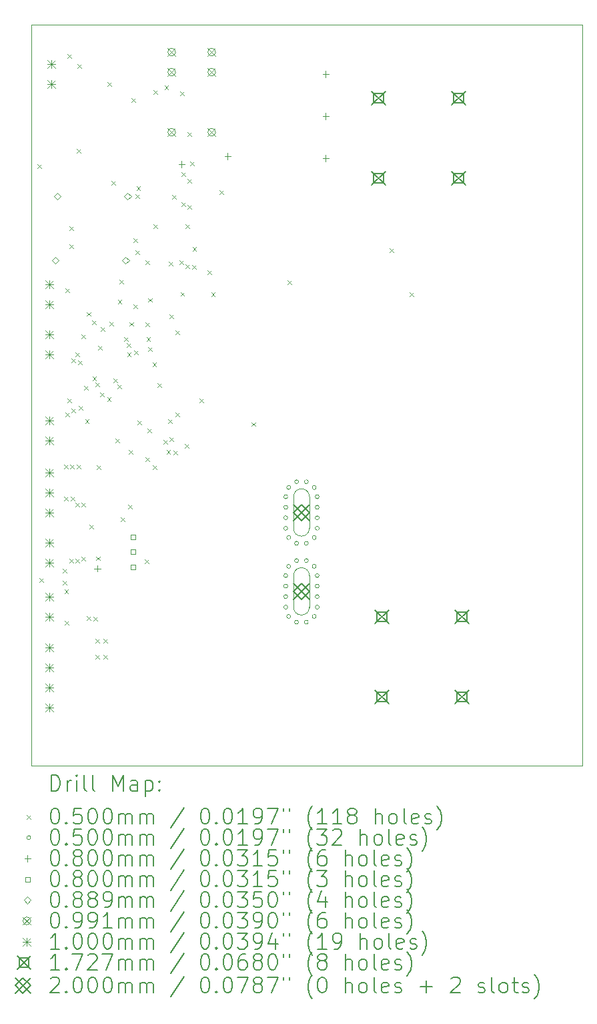
<source format=gbr>
%TF.GenerationSoftware,KiCad,Pcbnew,8.0.3*%
%TF.CreationDate,2024-11-15T02:09:17-08:00*%
%TF.ProjectId,Power_Management,506f7765-725f-44d6-916e-6167656d656e,rev?*%
%TF.SameCoordinates,Original*%
%TF.FileFunction,Drillmap*%
%TF.FilePolarity,Positive*%
%FSLAX45Y45*%
G04 Gerber Fmt 4.5, Leading zero omitted, Abs format (unit mm)*
G04 Created by KiCad (PCBNEW 8.0.3) date 2024-11-15 02:09:17*
%MOMM*%
%LPD*%
G01*
G04 APERTURE LIST*
%ADD10C,0.100000*%
%ADD11C,0.200000*%
%ADD12C,0.172720*%
G04 APERTURE END LIST*
D10*
X15082520Y-9026160D02*
X22082520Y-9026160D01*
X22082520Y-18426160D01*
X15082520Y-18426160D01*
X15082520Y-9026160D01*
D11*
D10*
X15160800Y-10795400D02*
X15210800Y-10845400D01*
X15210800Y-10795400D02*
X15160800Y-10845400D01*
X15189600Y-16043040D02*
X15239600Y-16093040D01*
X15239600Y-16043040D02*
X15189600Y-16093040D01*
X15479640Y-15922281D02*
X15529640Y-15972281D01*
X15529640Y-15922281D02*
X15479640Y-15972281D01*
X15479640Y-16078600D02*
X15529640Y-16128600D01*
X15529640Y-16078600D02*
X15479640Y-16128600D01*
X15501060Y-15012626D02*
X15551060Y-15062626D01*
X15551060Y-15012626D02*
X15501060Y-15062626D01*
X15502921Y-14605792D02*
X15552921Y-14655792D01*
X15552921Y-14605792D02*
X15502921Y-14655792D01*
X15504560Y-16185280D02*
X15554560Y-16235280D01*
X15554560Y-16185280D02*
X15504560Y-16235280D01*
X15509640Y-16586600D02*
X15559640Y-16636600D01*
X15559640Y-16586600D02*
X15509640Y-16636600D01*
X15514720Y-12370200D02*
X15564720Y-12420200D01*
X15564720Y-12370200D02*
X15514720Y-12420200D01*
X15519800Y-13945000D02*
X15569800Y-13995000D01*
X15569800Y-13945000D02*
X15519800Y-13995000D01*
X15540120Y-13767200D02*
X15590120Y-13817200D01*
X15590120Y-13767200D02*
X15540120Y-13817200D01*
X15545200Y-9398400D02*
X15595200Y-9448400D01*
X15595200Y-9398400D02*
X15545200Y-9448400D01*
X15566481Y-15798788D02*
X15616481Y-15848788D01*
X15616481Y-15798788D02*
X15566481Y-15848788D01*
X15570600Y-11582800D02*
X15620600Y-11632800D01*
X15620600Y-11582800D02*
X15570600Y-11632800D01*
X15570600Y-11811400D02*
X15620600Y-11861400D01*
X15620600Y-11811400D02*
X15570600Y-11861400D01*
X15577140Y-14603274D02*
X15627140Y-14653274D01*
X15627140Y-14603274D02*
X15577140Y-14653274D01*
X15581240Y-15007881D02*
X15631240Y-15057881D01*
X15631240Y-15007881D02*
X15581240Y-15057881D01*
X15596000Y-13259200D02*
X15646000Y-13309200D01*
X15646000Y-13259200D02*
X15596000Y-13309200D01*
X15596000Y-13894200D02*
X15646000Y-13944200D01*
X15646000Y-13894200D02*
X15596000Y-13944200D01*
X15642680Y-15088000D02*
X15692680Y-15138000D01*
X15692680Y-15088000D02*
X15642680Y-15138000D01*
X15646300Y-13182500D02*
X15696300Y-13232500D01*
X15696300Y-13182500D02*
X15646300Y-13232500D01*
X15646800Y-15799200D02*
X15696800Y-15849200D01*
X15696800Y-15799200D02*
X15646800Y-15849200D01*
X15657440Y-14601481D02*
X15707440Y-14651481D01*
X15707440Y-14601481D02*
X15657440Y-14651481D01*
X15662040Y-10602360D02*
X15712040Y-10652360D01*
X15712040Y-10602360D02*
X15662040Y-10652360D01*
X15672200Y-9525400D02*
X15722200Y-9575400D01*
X15722200Y-9525400D02*
X15672200Y-9575400D01*
X15677280Y-13284600D02*
X15727280Y-13334600D01*
X15727280Y-13284600D02*
X15677280Y-13334600D01*
X15687440Y-13858640D02*
X15737440Y-13908640D01*
X15737440Y-13858640D02*
X15687440Y-13908640D01*
X15723000Y-12954400D02*
X15773000Y-13004400D01*
X15773000Y-12954400D02*
X15723000Y-13004400D01*
X15723000Y-15088000D02*
X15773000Y-15138000D01*
X15773000Y-15088000D02*
X15723000Y-15138000D01*
X15723000Y-15773800D02*
X15773000Y-15823800D01*
X15773000Y-15773800D02*
X15723000Y-15823800D01*
X15753480Y-13604640D02*
X15803480Y-13654640D01*
X15803480Y-13604640D02*
X15753480Y-13654640D01*
X15766610Y-14030526D02*
X15816610Y-14080526D01*
X15816610Y-14030526D02*
X15766610Y-14080526D01*
X15789040Y-12669920D02*
X15839040Y-12719920D01*
X15839040Y-12669920D02*
X15789040Y-12719920D01*
X15789040Y-16525640D02*
X15839040Y-16575640D01*
X15839040Y-16525640D02*
X15789040Y-16575640D01*
X15824600Y-15366610D02*
X15874600Y-15416610D01*
X15874600Y-15366610D02*
X15824600Y-15416610D01*
X15859143Y-12774142D02*
X15909143Y-12824142D01*
X15909143Y-12774142D02*
X15859143Y-12824142D01*
X15860160Y-13487800D02*
X15910160Y-13537800D01*
X15910160Y-13487800D02*
X15860160Y-13537800D01*
X15875400Y-16535800D02*
X15925400Y-16585800D01*
X15925400Y-16535800D02*
X15875400Y-16585800D01*
X15900800Y-16815200D02*
X15950800Y-16865200D01*
X15950800Y-16815200D02*
X15900800Y-16865200D01*
X15900800Y-17018400D02*
X15950800Y-17068400D01*
X15950800Y-17018400D02*
X15900800Y-17068400D01*
X15901160Y-13564721D02*
X15951160Y-13614721D01*
X15951160Y-13564721D02*
X15901160Y-13614721D01*
X15905880Y-15768720D02*
X15955880Y-15818720D01*
X15955880Y-15768720D02*
X15905880Y-15818720D01*
X15916040Y-14610480D02*
X15966040Y-14660480D01*
X15966040Y-14610480D02*
X15916040Y-14660480D01*
X15931280Y-13096640D02*
X15981280Y-13146640D01*
X15981280Y-13096640D02*
X15931280Y-13146640D01*
X15958002Y-13688518D02*
X16008002Y-13738518D01*
X16008002Y-13688518D02*
X15958002Y-13738518D01*
X15965222Y-12863847D02*
X16015222Y-12913847D01*
X16015222Y-12863847D02*
X15965222Y-12913847D01*
X16002400Y-16815200D02*
X16052400Y-16865200D01*
X16052400Y-16815200D02*
X16002400Y-16865200D01*
X16002400Y-17018400D02*
X16052400Y-17068400D01*
X16052400Y-17018400D02*
X16002400Y-17068400D01*
X16046010Y-13751126D02*
X16096010Y-13801126D01*
X16096010Y-13751126D02*
X16046010Y-13801126D01*
X16053200Y-9754000D02*
X16103200Y-9804000D01*
X16103200Y-9754000D02*
X16053200Y-9804000D01*
X16078600Y-12791840D02*
X16128600Y-12841840D01*
X16128600Y-12791840D02*
X16078600Y-12841840D01*
X16104000Y-11008760D02*
X16154000Y-11058760D01*
X16154000Y-11008760D02*
X16104000Y-11058760D01*
X16129400Y-13513200D02*
X16179400Y-13563200D01*
X16179400Y-13513200D02*
X16129400Y-13563200D01*
X16154800Y-14275200D02*
X16204800Y-14325200D01*
X16204800Y-14275200D02*
X16154800Y-14325200D01*
X16180200Y-13589400D02*
X16230200Y-13639400D01*
X16230200Y-13589400D02*
X16180200Y-13639400D01*
X16181734Y-12513490D02*
X16231734Y-12563490D01*
X16231734Y-12513490D02*
X16181734Y-12563490D01*
X16201424Y-12259265D02*
X16251424Y-12309265D01*
X16251424Y-12259265D02*
X16201424Y-12309265D01*
X16220840Y-15275960D02*
X16270840Y-15325960D01*
X16270840Y-15275960D02*
X16220840Y-15325960D01*
X16261480Y-12989960D02*
X16311480Y-13039960D01*
X16311480Y-12989960D02*
X16261480Y-13039960D01*
X16297281Y-13061860D02*
X16347281Y-13111860D01*
X16347281Y-13061860D02*
X16297281Y-13111860D01*
X16300100Y-13181184D02*
X16350100Y-13231184D01*
X16350100Y-13181184D02*
X16300100Y-13231184D01*
X16312280Y-15113400D02*
X16362280Y-15163400D01*
X16362280Y-15113400D02*
X16312280Y-15163400D01*
X16324342Y-14419342D02*
X16374342Y-14469342D01*
X16374342Y-14419342D02*
X16324342Y-14469342D01*
X16332600Y-12796920D02*
X16382600Y-12846920D01*
X16382600Y-12796920D02*
X16332600Y-12846920D01*
X16358000Y-9957200D02*
X16408000Y-10007200D01*
X16408000Y-9957200D02*
X16358000Y-10007200D01*
X16383400Y-11735200D02*
X16433400Y-11785200D01*
X16433400Y-11735200D02*
X16383400Y-11785200D01*
X16383400Y-12573400D02*
X16433400Y-12623400D01*
X16433400Y-12573400D02*
X16383400Y-12623400D01*
X16387645Y-13156928D02*
X16437645Y-13206928D01*
X16437645Y-13156928D02*
X16387645Y-13206928D01*
X16408800Y-11176400D02*
X16458800Y-11226400D01*
X16458800Y-11176400D02*
X16408800Y-11226400D01*
X16408800Y-11887600D02*
X16458800Y-11937600D01*
X16458800Y-11887600D02*
X16408800Y-11937600D01*
X16418960Y-11074800D02*
X16468960Y-11124800D01*
X16468960Y-11074800D02*
X16418960Y-11124800D01*
X16434200Y-14046600D02*
X16484200Y-14096600D01*
X16484200Y-14046600D02*
X16434200Y-14096600D01*
X16525640Y-15804280D02*
X16575640Y-15854280D01*
X16575640Y-15804280D02*
X16525640Y-15854280D01*
X16530387Y-14507937D02*
X16580387Y-14557937D01*
X16580387Y-14507937D02*
X16530387Y-14557937D01*
X16535800Y-12014600D02*
X16585800Y-12064600D01*
X16585800Y-12014600D02*
X16535800Y-12064600D01*
X16535800Y-12802000D02*
X16585800Y-12852000D01*
X16585800Y-12802000D02*
X16535800Y-12852000D01*
X16545960Y-12984880D02*
X16595960Y-13034880D01*
X16595960Y-12984880D02*
X16545960Y-13034880D01*
X16561200Y-14148200D02*
X16611200Y-14198200D01*
X16611200Y-14148200D02*
X16561200Y-14198200D01*
X16566280Y-12492120D02*
X16616280Y-12542120D01*
X16616280Y-12492120D02*
X16566280Y-12542120D01*
X16566790Y-13115888D02*
X16616790Y-13165888D01*
X16616790Y-13115888D02*
X16566790Y-13165888D01*
X16622320Y-13307768D02*
X16672320Y-13357768D01*
X16672320Y-13307768D02*
X16622320Y-13357768D01*
X16627240Y-14610480D02*
X16677240Y-14660480D01*
X16677240Y-14610480D02*
X16627240Y-14660480D01*
X16637400Y-9855600D02*
X16687400Y-9905600D01*
X16687400Y-9855600D02*
X16637400Y-9905600D01*
X16637400Y-11557400D02*
X16687400Y-11607400D01*
X16687400Y-11557400D02*
X16637400Y-11607400D01*
X16683120Y-13569080D02*
X16733120Y-13619080D01*
X16733120Y-13569080D02*
X16683120Y-13619080D01*
X16761234Y-14290902D02*
X16811234Y-14340902D01*
X16811234Y-14290902D02*
X16761234Y-14340902D01*
X16774560Y-9794640D02*
X16824560Y-9844640D01*
X16824560Y-9794640D02*
X16774560Y-9844640D01*
X16800123Y-14421651D02*
X16850123Y-14471651D01*
X16850123Y-14421651D02*
X16800123Y-14471651D01*
X16820280Y-14026280D02*
X16870280Y-14076280D01*
X16870280Y-14026280D02*
X16820280Y-14076280D01*
X16827900Y-12027300D02*
X16877900Y-12077300D01*
X16877900Y-12027300D02*
X16827900Y-12077300D01*
X16840600Y-12700400D02*
X16890600Y-12750400D01*
X16890600Y-12700400D02*
X16840600Y-12750400D01*
X16840600Y-14259960D02*
X16890600Y-14309960D01*
X16890600Y-14259960D02*
X16840600Y-14309960D01*
X16871715Y-11182115D02*
X16921715Y-11232115D01*
X16921715Y-11182115D02*
X16871715Y-11232115D01*
X16891400Y-14427600D02*
X16941400Y-14477600D01*
X16941400Y-14427600D02*
X16891400Y-14477600D01*
X16916800Y-12903600D02*
X16966800Y-12953600D01*
X16966800Y-12903600D02*
X16916800Y-12953600D01*
X16916800Y-13945000D02*
X16966800Y-13995000D01*
X16966800Y-13945000D02*
X16916800Y-13995000D01*
X16967600Y-12014600D02*
X17017600Y-12064600D01*
X17017600Y-12014600D02*
X16967600Y-12064600D01*
X16972680Y-9870840D02*
X17022680Y-9920840D01*
X17022680Y-9870840D02*
X16972680Y-9920840D01*
X16977760Y-12415920D02*
X17027760Y-12465920D01*
X17027760Y-12415920D02*
X16977760Y-12465920D01*
X16992300Y-11277661D02*
X17042300Y-11327661D01*
X17042300Y-11277661D02*
X16992300Y-11327661D01*
X16993000Y-10897000D02*
X17043000Y-10947000D01*
X17043000Y-10897000D02*
X16993000Y-10947000D01*
X17030462Y-14338062D02*
X17080462Y-14388062D01*
X17080462Y-14338062D02*
X17030462Y-14388062D01*
X17040622Y-12062222D02*
X17090622Y-12112222D01*
X17090622Y-12062222D02*
X17040622Y-12112222D01*
X17043800Y-11557400D02*
X17093800Y-11607400D01*
X17093800Y-11557400D02*
X17043800Y-11607400D01*
X17064600Y-10976767D02*
X17114600Y-11026767D01*
X17114600Y-10976767D02*
X17064600Y-11026767D01*
X17064600Y-11312648D02*
X17114600Y-11362648D01*
X17114600Y-11312648D02*
X17064600Y-11362648D01*
X17069200Y-10389000D02*
X17119200Y-10439000D01*
X17119200Y-10389000D02*
X17069200Y-10439000D01*
X17099680Y-10759840D02*
X17149680Y-10809840D01*
X17149680Y-10759840D02*
X17099680Y-10809840D01*
X17125080Y-12070480D02*
X17175080Y-12120480D01*
X17175080Y-12070480D02*
X17125080Y-12120480D01*
X17130160Y-11841880D02*
X17180160Y-11891880D01*
X17180160Y-11841880D02*
X17130160Y-11891880D01*
X17216520Y-13767200D02*
X17266520Y-13817200D01*
X17266520Y-13767200D02*
X17216520Y-13817200D01*
X17323200Y-12141600D02*
X17373200Y-12191600D01*
X17373200Y-12141600D02*
X17323200Y-12191600D01*
X17367130Y-12421000D02*
X17417130Y-12471000D01*
X17417130Y-12421000D02*
X17367130Y-12471000D01*
X17475600Y-11125600D02*
X17525600Y-11175600D01*
X17525600Y-11125600D02*
X17475600Y-11175600D01*
X17882000Y-14066920D02*
X17932000Y-14116920D01*
X17932000Y-14066920D02*
X17882000Y-14116920D01*
X18339200Y-12268600D02*
X18389200Y-12318600D01*
X18389200Y-12268600D02*
X18339200Y-12318600D01*
X19634600Y-11862200D02*
X19684600Y-11912200D01*
X19684600Y-11862200D02*
X19634600Y-11912200D01*
X19888600Y-12421000D02*
X19938600Y-12471000D01*
X19938600Y-12421000D02*
X19888600Y-12471000D01*
X18338400Y-15011400D02*
G75*
G02*
X18288400Y-15011400I-25000J0D01*
G01*
X18288400Y-15011400D02*
G75*
G02*
X18338400Y-15011400I25000J0D01*
G01*
X18338400Y-15144730D02*
G75*
G02*
X18288400Y-15144730I-25000J0D01*
G01*
X18288400Y-15144730D02*
G75*
G02*
X18338400Y-15144730I25000J0D01*
G01*
X18338400Y-15278060D02*
G75*
G02*
X18288400Y-15278060I-25000J0D01*
G01*
X18288400Y-15278060D02*
G75*
G02*
X18338400Y-15278060I25000J0D01*
G01*
X18338400Y-15411390D02*
G75*
G02*
X18288400Y-15411390I-25000J0D01*
G01*
X18288400Y-15411390D02*
G75*
G02*
X18338400Y-15411390I25000J0D01*
G01*
X18338400Y-16011400D02*
G75*
G02*
X18288400Y-16011400I-25000J0D01*
G01*
X18288400Y-16011400D02*
G75*
G02*
X18338400Y-16011400I25000J0D01*
G01*
X18338400Y-16144730D02*
G75*
G02*
X18288400Y-16144730I-25000J0D01*
G01*
X18288400Y-16144730D02*
G75*
G02*
X18338400Y-16144730I25000J0D01*
G01*
X18338400Y-16278060D02*
G75*
G02*
X18288400Y-16278060I-25000J0D01*
G01*
X18288400Y-16278060D02*
G75*
G02*
X18338400Y-16278060I25000J0D01*
G01*
X18338400Y-16411390D02*
G75*
G02*
X18288400Y-16411390I-25000J0D01*
G01*
X18288400Y-16411390D02*
G75*
G02*
X18338400Y-16411390I25000J0D01*
G01*
X18376600Y-14893800D02*
G75*
G02*
X18326600Y-14893800I-25000J0D01*
G01*
X18326600Y-14893800D02*
G75*
G02*
X18376600Y-14893800I25000J0D01*
G01*
X18376600Y-15529000D02*
G75*
G02*
X18326600Y-15529000I-25000J0D01*
G01*
X18326600Y-15529000D02*
G75*
G02*
X18376600Y-15529000I25000J0D01*
G01*
X18376600Y-15893800D02*
G75*
G02*
X18326600Y-15893800I-25000J0D01*
G01*
X18326600Y-15893800D02*
G75*
G02*
X18376600Y-15893800I25000J0D01*
G01*
X18376600Y-16529000D02*
G75*
G02*
X18326600Y-16529000I-25000J0D01*
G01*
X18326600Y-16529000D02*
G75*
G02*
X18376600Y-16529000I25000J0D01*
G01*
X18476600Y-15601600D02*
G75*
G02*
X18426600Y-15601600I-25000J0D01*
G01*
X18426600Y-15601600D02*
G75*
G02*
X18476600Y-15601600I25000J0D01*
G01*
X18476600Y-15821200D02*
G75*
G02*
X18426600Y-15821200I-25000J0D01*
G01*
X18426600Y-15821200D02*
G75*
G02*
X18476600Y-15821200I25000J0D01*
G01*
X18476600Y-14821200D02*
G75*
G02*
X18426600Y-14821200I-25000J0D01*
G01*
X18426600Y-14821200D02*
G75*
G02*
X18476600Y-14821200I25000J0D01*
G01*
X18476600Y-16601600D02*
G75*
G02*
X18426600Y-16601600I-25000J0D01*
G01*
X18426600Y-16601600D02*
G75*
G02*
X18476600Y-16601600I25000J0D01*
G01*
X18600200Y-14821200D02*
G75*
G02*
X18550200Y-14821200I-25000J0D01*
G01*
X18550200Y-14821200D02*
G75*
G02*
X18600200Y-14821200I25000J0D01*
G01*
X18600200Y-15601600D02*
G75*
G02*
X18550200Y-15601600I-25000J0D01*
G01*
X18550200Y-15601600D02*
G75*
G02*
X18600200Y-15601600I25000J0D01*
G01*
X18600200Y-15821200D02*
G75*
G02*
X18550200Y-15821200I-25000J0D01*
G01*
X18550200Y-15821200D02*
G75*
G02*
X18600200Y-15821200I25000J0D01*
G01*
X18600200Y-16601600D02*
G75*
G02*
X18550200Y-16601600I-25000J0D01*
G01*
X18550200Y-16601600D02*
G75*
G02*
X18600200Y-16601600I25000J0D01*
G01*
X18700200Y-14893800D02*
G75*
G02*
X18650200Y-14893800I-25000J0D01*
G01*
X18650200Y-14893800D02*
G75*
G02*
X18700200Y-14893800I25000J0D01*
G01*
X18700200Y-15529000D02*
G75*
G02*
X18650200Y-15529000I-25000J0D01*
G01*
X18650200Y-15529000D02*
G75*
G02*
X18700200Y-15529000I25000J0D01*
G01*
X18700200Y-15893800D02*
G75*
G02*
X18650200Y-15893800I-25000J0D01*
G01*
X18650200Y-15893800D02*
G75*
G02*
X18700200Y-15893800I25000J0D01*
G01*
X18700200Y-16529000D02*
G75*
G02*
X18650200Y-16529000I-25000J0D01*
G01*
X18650200Y-16529000D02*
G75*
G02*
X18700200Y-16529000I25000J0D01*
G01*
X18738400Y-15011400D02*
G75*
G02*
X18688400Y-15011400I-25000J0D01*
G01*
X18688400Y-15011400D02*
G75*
G02*
X18738400Y-15011400I25000J0D01*
G01*
X18738400Y-15144730D02*
G75*
G02*
X18688400Y-15144730I-25000J0D01*
G01*
X18688400Y-15144730D02*
G75*
G02*
X18738400Y-15144730I25000J0D01*
G01*
X18738400Y-15278060D02*
G75*
G02*
X18688400Y-15278060I-25000J0D01*
G01*
X18688400Y-15278060D02*
G75*
G02*
X18738400Y-15278060I25000J0D01*
G01*
X18738400Y-15411390D02*
G75*
G02*
X18688400Y-15411390I-25000J0D01*
G01*
X18688400Y-15411390D02*
G75*
G02*
X18738400Y-15411390I25000J0D01*
G01*
X18738400Y-16011400D02*
G75*
G02*
X18688400Y-16011400I-25000J0D01*
G01*
X18688400Y-16011400D02*
G75*
G02*
X18738400Y-16011400I25000J0D01*
G01*
X18738400Y-16144730D02*
G75*
G02*
X18688400Y-16144730I-25000J0D01*
G01*
X18688400Y-16144730D02*
G75*
G02*
X18738400Y-16144730I25000J0D01*
G01*
X18738400Y-16278060D02*
G75*
G02*
X18688400Y-16278060I-25000J0D01*
G01*
X18688400Y-16278060D02*
G75*
G02*
X18738400Y-16278060I25000J0D01*
G01*
X18738400Y-16411390D02*
G75*
G02*
X18688400Y-16411390I-25000J0D01*
G01*
X18688400Y-16411390D02*
G75*
G02*
X18738400Y-16411390I25000J0D01*
G01*
X15922963Y-15882637D02*
X15922963Y-15962637D01*
X15882963Y-15922637D02*
X15962963Y-15922637D01*
X16992600Y-10755000D02*
X16992600Y-10835000D01*
X16952600Y-10795000D02*
X17032600Y-10795000D01*
X17576800Y-10653400D02*
X17576800Y-10733400D01*
X17536800Y-10693400D02*
X17616800Y-10693400D01*
X18821400Y-9612000D02*
X18821400Y-9692000D01*
X18781400Y-9652000D02*
X18861400Y-9652000D01*
X18821400Y-10145400D02*
X18821400Y-10225400D01*
X18781400Y-10185400D02*
X18861400Y-10185400D01*
X18821400Y-10678800D02*
X18821400Y-10758800D01*
X18781400Y-10718800D02*
X18861400Y-10718800D01*
X16401685Y-15548684D02*
X16401685Y-15492115D01*
X16345116Y-15492115D01*
X16345116Y-15548684D01*
X16401685Y-15548684D01*
X16401685Y-15739684D02*
X16401685Y-15683115D01*
X16345116Y-15683115D01*
X16345116Y-15739684D01*
X16401685Y-15739684D01*
X16401685Y-15930684D02*
X16401685Y-15874115D01*
X16345116Y-15874115D01*
X16345116Y-15930684D01*
X16401685Y-15930684D01*
X15391384Y-12058650D02*
X15435834Y-12014200D01*
X15391384Y-11969750D01*
X15346934Y-12014200D01*
X15391384Y-12058650D01*
X15416784Y-11245850D02*
X15461234Y-11201400D01*
X15416784Y-11156950D01*
X15372334Y-11201400D01*
X15416784Y-11245850D01*
X16281400Y-12058650D02*
X16325850Y-12014200D01*
X16281400Y-11969750D01*
X16236950Y-12014200D01*
X16281400Y-12058650D01*
X16306800Y-11245850D02*
X16351250Y-11201400D01*
X16306800Y-11156950D01*
X16262350Y-11201400D01*
X16306800Y-11245850D01*
X16816070Y-9323070D02*
X16915130Y-9422130D01*
X16915130Y-9323070D02*
X16816070Y-9422130D01*
X16915130Y-9372600D02*
G75*
G02*
X16816070Y-9372600I-49530J0D01*
G01*
X16816070Y-9372600D02*
G75*
G02*
X16915130Y-9372600I49530J0D01*
G01*
X16816070Y-9577070D02*
X16915130Y-9676130D01*
X16915130Y-9577070D02*
X16816070Y-9676130D01*
X16915130Y-9626600D02*
G75*
G02*
X16816070Y-9626600I-49530J0D01*
G01*
X16816070Y-9626600D02*
G75*
G02*
X16915130Y-9626600I49530J0D01*
G01*
X16816070Y-10339070D02*
X16915130Y-10438130D01*
X16915130Y-10339070D02*
X16816070Y-10438130D01*
X16915130Y-10388600D02*
G75*
G02*
X16816070Y-10388600I-49530J0D01*
G01*
X16816070Y-10388600D02*
G75*
G02*
X16915130Y-10388600I49530J0D01*
G01*
X17324070Y-9323070D02*
X17423130Y-9422130D01*
X17423130Y-9323070D02*
X17324070Y-9422130D01*
X17423130Y-9372600D02*
G75*
G02*
X17324070Y-9372600I-49530J0D01*
G01*
X17324070Y-9372600D02*
G75*
G02*
X17423130Y-9372600I49530J0D01*
G01*
X17324070Y-9577070D02*
X17423130Y-9676130D01*
X17423130Y-9577070D02*
X17324070Y-9676130D01*
X17423130Y-9626600D02*
G75*
G02*
X17324070Y-9626600I-49530J0D01*
G01*
X17324070Y-9626600D02*
G75*
G02*
X17423130Y-9626600I49530J0D01*
G01*
X17324070Y-10339070D02*
X17423130Y-10438130D01*
X17423130Y-10339070D02*
X17324070Y-10438130D01*
X17423130Y-10388600D02*
G75*
G02*
X17324070Y-10388600I-49530J0D01*
G01*
X17324070Y-10388600D02*
G75*
G02*
X17423130Y-10388600I49530J0D01*
G01*
X15266200Y-12269500D02*
X15366200Y-12369500D01*
X15366200Y-12269500D02*
X15266200Y-12369500D01*
X15316200Y-12269500D02*
X15316200Y-12369500D01*
X15266200Y-12319500D02*
X15366200Y-12319500D01*
X15266200Y-12523500D02*
X15366200Y-12623500D01*
X15366200Y-12523500D02*
X15266200Y-12623500D01*
X15316200Y-12523500D02*
X15316200Y-12623500D01*
X15266200Y-12573500D02*
X15366200Y-12573500D01*
X15266200Y-12903500D02*
X15366200Y-13003500D01*
X15366200Y-12903500D02*
X15266200Y-13003500D01*
X15316200Y-12903500D02*
X15316200Y-13003500D01*
X15266200Y-12953500D02*
X15366200Y-12953500D01*
X15266200Y-13157500D02*
X15366200Y-13257500D01*
X15366200Y-13157500D02*
X15266200Y-13257500D01*
X15316200Y-13157500D02*
X15316200Y-13257500D01*
X15266200Y-13207500D02*
X15366200Y-13207500D01*
X15266200Y-13995700D02*
X15366200Y-14095700D01*
X15366200Y-13995700D02*
X15266200Y-14095700D01*
X15316200Y-13995700D02*
X15316200Y-14095700D01*
X15266200Y-14045700D02*
X15366200Y-14045700D01*
X15266200Y-14249700D02*
X15366200Y-14349700D01*
X15366200Y-14249700D02*
X15266200Y-14349700D01*
X15316200Y-14249700D02*
X15316200Y-14349700D01*
X15266200Y-14299700D02*
X15366200Y-14299700D01*
X15266200Y-14656600D02*
X15366200Y-14756600D01*
X15366200Y-14656600D02*
X15266200Y-14756600D01*
X15316200Y-14656600D02*
X15316200Y-14756600D01*
X15266200Y-14706600D02*
X15366200Y-14706600D01*
X15266200Y-14910600D02*
X15366200Y-15010600D01*
X15366200Y-14910600D02*
X15266200Y-15010600D01*
X15316200Y-14910600D02*
X15316200Y-15010600D01*
X15266200Y-14960600D02*
X15366200Y-14960600D01*
X15266200Y-15164600D02*
X15366200Y-15264600D01*
X15366200Y-15164600D02*
X15266200Y-15264600D01*
X15316200Y-15164600D02*
X15316200Y-15264600D01*
X15266200Y-15214600D02*
X15366200Y-15214600D01*
X15266200Y-15545100D02*
X15366200Y-15645100D01*
X15366200Y-15545100D02*
X15266200Y-15645100D01*
X15316200Y-15545100D02*
X15316200Y-15645100D01*
X15266200Y-15595100D02*
X15366200Y-15595100D01*
X15266200Y-15799100D02*
X15366200Y-15899100D01*
X15366200Y-15799100D02*
X15266200Y-15899100D01*
X15316200Y-15799100D02*
X15316200Y-15899100D01*
X15266200Y-15849100D02*
X15366200Y-15849100D01*
X15266200Y-16231400D02*
X15366200Y-16331400D01*
X15366200Y-16231400D02*
X15266200Y-16331400D01*
X15316200Y-16231400D02*
X15316200Y-16331400D01*
X15266200Y-16281400D02*
X15366200Y-16281400D01*
X15266200Y-16485400D02*
X15366200Y-16585400D01*
X15366200Y-16485400D02*
X15266200Y-16585400D01*
X15316200Y-16485400D02*
X15316200Y-16585400D01*
X15266200Y-16535400D02*
X15366200Y-16535400D01*
X15266200Y-16876560D02*
X15366200Y-16976560D01*
X15366200Y-16876560D02*
X15266200Y-16976560D01*
X15316200Y-16876560D02*
X15316200Y-16976560D01*
X15266200Y-16926560D02*
X15366200Y-16926560D01*
X15266200Y-17130560D02*
X15366200Y-17230560D01*
X15366200Y-17130560D02*
X15266200Y-17230560D01*
X15316200Y-17130560D02*
X15316200Y-17230560D01*
X15266200Y-17180560D02*
X15366200Y-17180560D01*
X15266200Y-17384560D02*
X15366200Y-17484560D01*
X15366200Y-17384560D02*
X15266200Y-17484560D01*
X15316200Y-17384560D02*
X15316200Y-17484560D01*
X15266200Y-17434560D02*
X15366200Y-17434560D01*
X15266200Y-17638560D02*
X15366200Y-17738560D01*
X15366200Y-17638560D02*
X15266200Y-17738560D01*
X15316200Y-17638560D02*
X15316200Y-17738560D01*
X15266200Y-17688560D02*
X15366200Y-17688560D01*
X15291600Y-9475000D02*
X15391600Y-9575000D01*
X15391600Y-9475000D02*
X15291600Y-9575000D01*
X15341600Y-9475000D02*
X15341600Y-9575000D01*
X15291600Y-9525000D02*
X15391600Y-9525000D01*
X15291600Y-9729000D02*
X15391600Y-9829000D01*
X15391600Y-9729000D02*
X15291600Y-9829000D01*
X15341600Y-9729000D02*
X15341600Y-9829000D01*
X15291600Y-9779000D02*
X15391600Y-9779000D01*
D12*
X19405560Y-9870440D02*
X19578280Y-10043160D01*
X19578280Y-9870440D02*
X19405560Y-10043160D01*
X19552986Y-10017866D02*
X19552986Y-9895734D01*
X19430854Y-9895734D01*
X19430854Y-10017866D01*
X19552986Y-10017866D01*
X19405560Y-10886440D02*
X19578280Y-11059160D01*
X19578280Y-10886440D02*
X19405560Y-11059160D01*
X19552986Y-11033866D02*
X19552986Y-10911734D01*
X19430854Y-10911734D01*
X19430854Y-11033866D01*
X19552986Y-11033866D01*
X19446240Y-16449040D02*
X19618960Y-16621760D01*
X19618960Y-16449040D02*
X19446240Y-16621760D01*
X19593666Y-16596466D02*
X19593666Y-16474334D01*
X19471534Y-16474334D01*
X19471534Y-16596466D01*
X19593666Y-16596466D01*
X19446240Y-17465040D02*
X19618960Y-17637760D01*
X19618960Y-17465040D02*
X19446240Y-17637760D01*
X19593666Y-17612466D02*
X19593666Y-17490334D01*
X19471534Y-17490334D01*
X19471534Y-17612466D01*
X19593666Y-17612466D01*
X20421560Y-9870440D02*
X20594280Y-10043160D01*
X20594280Y-9870440D02*
X20421560Y-10043160D01*
X20568986Y-10017866D02*
X20568986Y-9895734D01*
X20446854Y-9895734D01*
X20446854Y-10017866D01*
X20568986Y-10017866D01*
X20421560Y-10886440D02*
X20594280Y-11059160D01*
X20594280Y-10886440D02*
X20421560Y-11059160D01*
X20568986Y-11033866D02*
X20568986Y-10911734D01*
X20446854Y-10911734D01*
X20446854Y-11033866D01*
X20568986Y-11033866D01*
X20462240Y-16449040D02*
X20634960Y-16621760D01*
X20634960Y-16449040D02*
X20462240Y-16621760D01*
X20609666Y-16596466D02*
X20609666Y-16474334D01*
X20487534Y-16474334D01*
X20487534Y-16596466D01*
X20609666Y-16596466D01*
X20462240Y-17465040D02*
X20634960Y-17637760D01*
X20634960Y-17465040D02*
X20462240Y-17637760D01*
X20609666Y-17612466D02*
X20609666Y-17490334D01*
X20487534Y-17490334D01*
X20487534Y-17612466D01*
X20609666Y-17612466D01*
D11*
X18413400Y-15111400D02*
X18613400Y-15311400D01*
X18613400Y-15111400D02*
X18413400Y-15311400D01*
X18513400Y-15311400D02*
X18613400Y-15211400D01*
X18513400Y-15111400D01*
X18413400Y-15211400D01*
X18513400Y-15311400D01*
D10*
X18413400Y-15011400D02*
X18413400Y-15411400D01*
X18613400Y-15411400D02*
G75*
G02*
X18413400Y-15411400I-100000J0D01*
G01*
X18613400Y-15411400D02*
X18613400Y-15011400D01*
X18613400Y-15011400D02*
G75*
G03*
X18413400Y-15011400I-100000J0D01*
G01*
D11*
X18413400Y-16111400D02*
X18613400Y-16311400D01*
X18613400Y-16111400D02*
X18413400Y-16311400D01*
X18513400Y-16311400D02*
X18613400Y-16211400D01*
X18513400Y-16111400D01*
X18413400Y-16211400D01*
X18513400Y-16311400D01*
D10*
X18413400Y-16011400D02*
X18413400Y-16411400D01*
X18613400Y-16411400D02*
G75*
G02*
X18413400Y-16411400I-100000J0D01*
G01*
X18613400Y-16411400D02*
X18613400Y-16011400D01*
X18613400Y-16011400D02*
G75*
G03*
X18413400Y-16011400I-100000J0D01*
G01*
D11*
X15338297Y-18742644D02*
X15338297Y-18542644D01*
X15338297Y-18542644D02*
X15385916Y-18542644D01*
X15385916Y-18542644D02*
X15414487Y-18552168D01*
X15414487Y-18552168D02*
X15433535Y-18571215D01*
X15433535Y-18571215D02*
X15443059Y-18590263D01*
X15443059Y-18590263D02*
X15452582Y-18628358D01*
X15452582Y-18628358D02*
X15452582Y-18656930D01*
X15452582Y-18656930D02*
X15443059Y-18695025D01*
X15443059Y-18695025D02*
X15433535Y-18714072D01*
X15433535Y-18714072D02*
X15414487Y-18733120D01*
X15414487Y-18733120D02*
X15385916Y-18742644D01*
X15385916Y-18742644D02*
X15338297Y-18742644D01*
X15538297Y-18742644D02*
X15538297Y-18609310D01*
X15538297Y-18647406D02*
X15547821Y-18628358D01*
X15547821Y-18628358D02*
X15557344Y-18618834D01*
X15557344Y-18618834D02*
X15576392Y-18609310D01*
X15576392Y-18609310D02*
X15595440Y-18609310D01*
X15662106Y-18742644D02*
X15662106Y-18609310D01*
X15662106Y-18542644D02*
X15652582Y-18552168D01*
X15652582Y-18552168D02*
X15662106Y-18561691D01*
X15662106Y-18561691D02*
X15671630Y-18552168D01*
X15671630Y-18552168D02*
X15662106Y-18542644D01*
X15662106Y-18542644D02*
X15662106Y-18561691D01*
X15785916Y-18742644D02*
X15766868Y-18733120D01*
X15766868Y-18733120D02*
X15757344Y-18714072D01*
X15757344Y-18714072D02*
X15757344Y-18542644D01*
X15890678Y-18742644D02*
X15871630Y-18733120D01*
X15871630Y-18733120D02*
X15862106Y-18714072D01*
X15862106Y-18714072D02*
X15862106Y-18542644D01*
X16119249Y-18742644D02*
X16119249Y-18542644D01*
X16119249Y-18542644D02*
X16185916Y-18685501D01*
X16185916Y-18685501D02*
X16252582Y-18542644D01*
X16252582Y-18542644D02*
X16252582Y-18742644D01*
X16433535Y-18742644D02*
X16433535Y-18637882D01*
X16433535Y-18637882D02*
X16424011Y-18618834D01*
X16424011Y-18618834D02*
X16404963Y-18609310D01*
X16404963Y-18609310D02*
X16366868Y-18609310D01*
X16366868Y-18609310D02*
X16347821Y-18618834D01*
X16433535Y-18733120D02*
X16414487Y-18742644D01*
X16414487Y-18742644D02*
X16366868Y-18742644D01*
X16366868Y-18742644D02*
X16347821Y-18733120D01*
X16347821Y-18733120D02*
X16338297Y-18714072D01*
X16338297Y-18714072D02*
X16338297Y-18695025D01*
X16338297Y-18695025D02*
X16347821Y-18675977D01*
X16347821Y-18675977D02*
X16366868Y-18666453D01*
X16366868Y-18666453D02*
X16414487Y-18666453D01*
X16414487Y-18666453D02*
X16433535Y-18656930D01*
X16528773Y-18609310D02*
X16528773Y-18809310D01*
X16528773Y-18618834D02*
X16547821Y-18609310D01*
X16547821Y-18609310D02*
X16585916Y-18609310D01*
X16585916Y-18609310D02*
X16604963Y-18618834D01*
X16604963Y-18618834D02*
X16614487Y-18628358D01*
X16614487Y-18628358D02*
X16624011Y-18647406D01*
X16624011Y-18647406D02*
X16624011Y-18704549D01*
X16624011Y-18704549D02*
X16614487Y-18723596D01*
X16614487Y-18723596D02*
X16604963Y-18733120D01*
X16604963Y-18733120D02*
X16585916Y-18742644D01*
X16585916Y-18742644D02*
X16547821Y-18742644D01*
X16547821Y-18742644D02*
X16528773Y-18733120D01*
X16709725Y-18723596D02*
X16719249Y-18733120D01*
X16719249Y-18733120D02*
X16709725Y-18742644D01*
X16709725Y-18742644D02*
X16700202Y-18733120D01*
X16700202Y-18733120D02*
X16709725Y-18723596D01*
X16709725Y-18723596D02*
X16709725Y-18742644D01*
X16709725Y-18618834D02*
X16719249Y-18628358D01*
X16719249Y-18628358D02*
X16709725Y-18637882D01*
X16709725Y-18637882D02*
X16700202Y-18628358D01*
X16700202Y-18628358D02*
X16709725Y-18618834D01*
X16709725Y-18618834D02*
X16709725Y-18637882D01*
D10*
X15027520Y-19046160D02*
X15077520Y-19096160D01*
X15077520Y-19046160D02*
X15027520Y-19096160D01*
D11*
X15376392Y-18962644D02*
X15395440Y-18962644D01*
X15395440Y-18962644D02*
X15414487Y-18972168D01*
X15414487Y-18972168D02*
X15424011Y-18981691D01*
X15424011Y-18981691D02*
X15433535Y-19000739D01*
X15433535Y-19000739D02*
X15443059Y-19038834D01*
X15443059Y-19038834D02*
X15443059Y-19086453D01*
X15443059Y-19086453D02*
X15433535Y-19124549D01*
X15433535Y-19124549D02*
X15424011Y-19143596D01*
X15424011Y-19143596D02*
X15414487Y-19153120D01*
X15414487Y-19153120D02*
X15395440Y-19162644D01*
X15395440Y-19162644D02*
X15376392Y-19162644D01*
X15376392Y-19162644D02*
X15357344Y-19153120D01*
X15357344Y-19153120D02*
X15347821Y-19143596D01*
X15347821Y-19143596D02*
X15338297Y-19124549D01*
X15338297Y-19124549D02*
X15328773Y-19086453D01*
X15328773Y-19086453D02*
X15328773Y-19038834D01*
X15328773Y-19038834D02*
X15338297Y-19000739D01*
X15338297Y-19000739D02*
X15347821Y-18981691D01*
X15347821Y-18981691D02*
X15357344Y-18972168D01*
X15357344Y-18972168D02*
X15376392Y-18962644D01*
X15528773Y-19143596D02*
X15538297Y-19153120D01*
X15538297Y-19153120D02*
X15528773Y-19162644D01*
X15528773Y-19162644D02*
X15519249Y-19153120D01*
X15519249Y-19153120D02*
X15528773Y-19143596D01*
X15528773Y-19143596D02*
X15528773Y-19162644D01*
X15719249Y-18962644D02*
X15624011Y-18962644D01*
X15624011Y-18962644D02*
X15614487Y-19057882D01*
X15614487Y-19057882D02*
X15624011Y-19048358D01*
X15624011Y-19048358D02*
X15643059Y-19038834D01*
X15643059Y-19038834D02*
X15690678Y-19038834D01*
X15690678Y-19038834D02*
X15709725Y-19048358D01*
X15709725Y-19048358D02*
X15719249Y-19057882D01*
X15719249Y-19057882D02*
X15728773Y-19076930D01*
X15728773Y-19076930D02*
X15728773Y-19124549D01*
X15728773Y-19124549D02*
X15719249Y-19143596D01*
X15719249Y-19143596D02*
X15709725Y-19153120D01*
X15709725Y-19153120D02*
X15690678Y-19162644D01*
X15690678Y-19162644D02*
X15643059Y-19162644D01*
X15643059Y-19162644D02*
X15624011Y-19153120D01*
X15624011Y-19153120D02*
X15614487Y-19143596D01*
X15852582Y-18962644D02*
X15871630Y-18962644D01*
X15871630Y-18962644D02*
X15890678Y-18972168D01*
X15890678Y-18972168D02*
X15900202Y-18981691D01*
X15900202Y-18981691D02*
X15909725Y-19000739D01*
X15909725Y-19000739D02*
X15919249Y-19038834D01*
X15919249Y-19038834D02*
X15919249Y-19086453D01*
X15919249Y-19086453D02*
X15909725Y-19124549D01*
X15909725Y-19124549D02*
X15900202Y-19143596D01*
X15900202Y-19143596D02*
X15890678Y-19153120D01*
X15890678Y-19153120D02*
X15871630Y-19162644D01*
X15871630Y-19162644D02*
X15852582Y-19162644D01*
X15852582Y-19162644D02*
X15833535Y-19153120D01*
X15833535Y-19153120D02*
X15824011Y-19143596D01*
X15824011Y-19143596D02*
X15814487Y-19124549D01*
X15814487Y-19124549D02*
X15804963Y-19086453D01*
X15804963Y-19086453D02*
X15804963Y-19038834D01*
X15804963Y-19038834D02*
X15814487Y-19000739D01*
X15814487Y-19000739D02*
X15824011Y-18981691D01*
X15824011Y-18981691D02*
X15833535Y-18972168D01*
X15833535Y-18972168D02*
X15852582Y-18962644D01*
X16043059Y-18962644D02*
X16062106Y-18962644D01*
X16062106Y-18962644D02*
X16081154Y-18972168D01*
X16081154Y-18972168D02*
X16090678Y-18981691D01*
X16090678Y-18981691D02*
X16100202Y-19000739D01*
X16100202Y-19000739D02*
X16109725Y-19038834D01*
X16109725Y-19038834D02*
X16109725Y-19086453D01*
X16109725Y-19086453D02*
X16100202Y-19124549D01*
X16100202Y-19124549D02*
X16090678Y-19143596D01*
X16090678Y-19143596D02*
X16081154Y-19153120D01*
X16081154Y-19153120D02*
X16062106Y-19162644D01*
X16062106Y-19162644D02*
X16043059Y-19162644D01*
X16043059Y-19162644D02*
X16024011Y-19153120D01*
X16024011Y-19153120D02*
X16014487Y-19143596D01*
X16014487Y-19143596D02*
X16004963Y-19124549D01*
X16004963Y-19124549D02*
X15995440Y-19086453D01*
X15995440Y-19086453D02*
X15995440Y-19038834D01*
X15995440Y-19038834D02*
X16004963Y-19000739D01*
X16004963Y-19000739D02*
X16014487Y-18981691D01*
X16014487Y-18981691D02*
X16024011Y-18972168D01*
X16024011Y-18972168D02*
X16043059Y-18962644D01*
X16195440Y-19162644D02*
X16195440Y-19029310D01*
X16195440Y-19048358D02*
X16204963Y-19038834D01*
X16204963Y-19038834D02*
X16224011Y-19029310D01*
X16224011Y-19029310D02*
X16252583Y-19029310D01*
X16252583Y-19029310D02*
X16271630Y-19038834D01*
X16271630Y-19038834D02*
X16281154Y-19057882D01*
X16281154Y-19057882D02*
X16281154Y-19162644D01*
X16281154Y-19057882D02*
X16290678Y-19038834D01*
X16290678Y-19038834D02*
X16309725Y-19029310D01*
X16309725Y-19029310D02*
X16338297Y-19029310D01*
X16338297Y-19029310D02*
X16357344Y-19038834D01*
X16357344Y-19038834D02*
X16366868Y-19057882D01*
X16366868Y-19057882D02*
X16366868Y-19162644D01*
X16462106Y-19162644D02*
X16462106Y-19029310D01*
X16462106Y-19048358D02*
X16471630Y-19038834D01*
X16471630Y-19038834D02*
X16490678Y-19029310D01*
X16490678Y-19029310D02*
X16519249Y-19029310D01*
X16519249Y-19029310D02*
X16538297Y-19038834D01*
X16538297Y-19038834D02*
X16547821Y-19057882D01*
X16547821Y-19057882D02*
X16547821Y-19162644D01*
X16547821Y-19057882D02*
X16557344Y-19038834D01*
X16557344Y-19038834D02*
X16576392Y-19029310D01*
X16576392Y-19029310D02*
X16604963Y-19029310D01*
X16604963Y-19029310D02*
X16624011Y-19038834D01*
X16624011Y-19038834D02*
X16633535Y-19057882D01*
X16633535Y-19057882D02*
X16633535Y-19162644D01*
X17024011Y-18953120D02*
X16852583Y-19210263D01*
X17281154Y-18962644D02*
X17300202Y-18962644D01*
X17300202Y-18962644D02*
X17319249Y-18972168D01*
X17319249Y-18972168D02*
X17328773Y-18981691D01*
X17328773Y-18981691D02*
X17338297Y-19000739D01*
X17338297Y-19000739D02*
X17347821Y-19038834D01*
X17347821Y-19038834D02*
X17347821Y-19086453D01*
X17347821Y-19086453D02*
X17338297Y-19124549D01*
X17338297Y-19124549D02*
X17328773Y-19143596D01*
X17328773Y-19143596D02*
X17319249Y-19153120D01*
X17319249Y-19153120D02*
X17300202Y-19162644D01*
X17300202Y-19162644D02*
X17281154Y-19162644D01*
X17281154Y-19162644D02*
X17262107Y-19153120D01*
X17262107Y-19153120D02*
X17252583Y-19143596D01*
X17252583Y-19143596D02*
X17243059Y-19124549D01*
X17243059Y-19124549D02*
X17233535Y-19086453D01*
X17233535Y-19086453D02*
X17233535Y-19038834D01*
X17233535Y-19038834D02*
X17243059Y-19000739D01*
X17243059Y-19000739D02*
X17252583Y-18981691D01*
X17252583Y-18981691D02*
X17262107Y-18972168D01*
X17262107Y-18972168D02*
X17281154Y-18962644D01*
X17433535Y-19143596D02*
X17443059Y-19153120D01*
X17443059Y-19153120D02*
X17433535Y-19162644D01*
X17433535Y-19162644D02*
X17424011Y-19153120D01*
X17424011Y-19153120D02*
X17433535Y-19143596D01*
X17433535Y-19143596D02*
X17433535Y-19162644D01*
X17566868Y-18962644D02*
X17585916Y-18962644D01*
X17585916Y-18962644D02*
X17604964Y-18972168D01*
X17604964Y-18972168D02*
X17614488Y-18981691D01*
X17614488Y-18981691D02*
X17624011Y-19000739D01*
X17624011Y-19000739D02*
X17633535Y-19038834D01*
X17633535Y-19038834D02*
X17633535Y-19086453D01*
X17633535Y-19086453D02*
X17624011Y-19124549D01*
X17624011Y-19124549D02*
X17614488Y-19143596D01*
X17614488Y-19143596D02*
X17604964Y-19153120D01*
X17604964Y-19153120D02*
X17585916Y-19162644D01*
X17585916Y-19162644D02*
X17566868Y-19162644D01*
X17566868Y-19162644D02*
X17547821Y-19153120D01*
X17547821Y-19153120D02*
X17538297Y-19143596D01*
X17538297Y-19143596D02*
X17528773Y-19124549D01*
X17528773Y-19124549D02*
X17519249Y-19086453D01*
X17519249Y-19086453D02*
X17519249Y-19038834D01*
X17519249Y-19038834D02*
X17528773Y-19000739D01*
X17528773Y-19000739D02*
X17538297Y-18981691D01*
X17538297Y-18981691D02*
X17547821Y-18972168D01*
X17547821Y-18972168D02*
X17566868Y-18962644D01*
X17824011Y-19162644D02*
X17709726Y-19162644D01*
X17766868Y-19162644D02*
X17766868Y-18962644D01*
X17766868Y-18962644D02*
X17747821Y-18991215D01*
X17747821Y-18991215D02*
X17728773Y-19010263D01*
X17728773Y-19010263D02*
X17709726Y-19019787D01*
X17919249Y-19162644D02*
X17957345Y-19162644D01*
X17957345Y-19162644D02*
X17976392Y-19153120D01*
X17976392Y-19153120D02*
X17985916Y-19143596D01*
X17985916Y-19143596D02*
X18004964Y-19115025D01*
X18004964Y-19115025D02*
X18014488Y-19076930D01*
X18014488Y-19076930D02*
X18014488Y-19000739D01*
X18014488Y-19000739D02*
X18004964Y-18981691D01*
X18004964Y-18981691D02*
X17995440Y-18972168D01*
X17995440Y-18972168D02*
X17976392Y-18962644D01*
X17976392Y-18962644D02*
X17938297Y-18962644D01*
X17938297Y-18962644D02*
X17919249Y-18972168D01*
X17919249Y-18972168D02*
X17909726Y-18981691D01*
X17909726Y-18981691D02*
X17900202Y-19000739D01*
X17900202Y-19000739D02*
X17900202Y-19048358D01*
X17900202Y-19048358D02*
X17909726Y-19067406D01*
X17909726Y-19067406D02*
X17919249Y-19076930D01*
X17919249Y-19076930D02*
X17938297Y-19086453D01*
X17938297Y-19086453D02*
X17976392Y-19086453D01*
X17976392Y-19086453D02*
X17995440Y-19076930D01*
X17995440Y-19076930D02*
X18004964Y-19067406D01*
X18004964Y-19067406D02*
X18014488Y-19048358D01*
X18081154Y-18962644D02*
X18214488Y-18962644D01*
X18214488Y-18962644D02*
X18128773Y-19162644D01*
X18281154Y-18962644D02*
X18281154Y-19000739D01*
X18357345Y-18962644D02*
X18357345Y-19000739D01*
X18652583Y-19238834D02*
X18643059Y-19229310D01*
X18643059Y-19229310D02*
X18624011Y-19200739D01*
X18624011Y-19200739D02*
X18614488Y-19181691D01*
X18614488Y-19181691D02*
X18604964Y-19153120D01*
X18604964Y-19153120D02*
X18595440Y-19105501D01*
X18595440Y-19105501D02*
X18595440Y-19067406D01*
X18595440Y-19067406D02*
X18604964Y-19019787D01*
X18604964Y-19019787D02*
X18614488Y-18991215D01*
X18614488Y-18991215D02*
X18624011Y-18972168D01*
X18624011Y-18972168D02*
X18643059Y-18943596D01*
X18643059Y-18943596D02*
X18652583Y-18934072D01*
X18833535Y-19162644D02*
X18719250Y-19162644D01*
X18776392Y-19162644D02*
X18776392Y-18962644D01*
X18776392Y-18962644D02*
X18757345Y-18991215D01*
X18757345Y-18991215D02*
X18738297Y-19010263D01*
X18738297Y-19010263D02*
X18719250Y-19019787D01*
X19024011Y-19162644D02*
X18909726Y-19162644D01*
X18966869Y-19162644D02*
X18966869Y-18962644D01*
X18966869Y-18962644D02*
X18947821Y-18991215D01*
X18947821Y-18991215D02*
X18928773Y-19010263D01*
X18928773Y-19010263D02*
X18909726Y-19019787D01*
X19138297Y-19048358D02*
X19119250Y-19038834D01*
X19119250Y-19038834D02*
X19109726Y-19029310D01*
X19109726Y-19029310D02*
X19100202Y-19010263D01*
X19100202Y-19010263D02*
X19100202Y-19000739D01*
X19100202Y-19000739D02*
X19109726Y-18981691D01*
X19109726Y-18981691D02*
X19119250Y-18972168D01*
X19119250Y-18972168D02*
X19138297Y-18962644D01*
X19138297Y-18962644D02*
X19176392Y-18962644D01*
X19176392Y-18962644D02*
X19195440Y-18972168D01*
X19195440Y-18972168D02*
X19204964Y-18981691D01*
X19204964Y-18981691D02*
X19214488Y-19000739D01*
X19214488Y-19000739D02*
X19214488Y-19010263D01*
X19214488Y-19010263D02*
X19204964Y-19029310D01*
X19204964Y-19029310D02*
X19195440Y-19038834D01*
X19195440Y-19038834D02*
X19176392Y-19048358D01*
X19176392Y-19048358D02*
X19138297Y-19048358D01*
X19138297Y-19048358D02*
X19119250Y-19057882D01*
X19119250Y-19057882D02*
X19109726Y-19067406D01*
X19109726Y-19067406D02*
X19100202Y-19086453D01*
X19100202Y-19086453D02*
X19100202Y-19124549D01*
X19100202Y-19124549D02*
X19109726Y-19143596D01*
X19109726Y-19143596D02*
X19119250Y-19153120D01*
X19119250Y-19153120D02*
X19138297Y-19162644D01*
X19138297Y-19162644D02*
X19176392Y-19162644D01*
X19176392Y-19162644D02*
X19195440Y-19153120D01*
X19195440Y-19153120D02*
X19204964Y-19143596D01*
X19204964Y-19143596D02*
X19214488Y-19124549D01*
X19214488Y-19124549D02*
X19214488Y-19086453D01*
X19214488Y-19086453D02*
X19204964Y-19067406D01*
X19204964Y-19067406D02*
X19195440Y-19057882D01*
X19195440Y-19057882D02*
X19176392Y-19048358D01*
X19452583Y-19162644D02*
X19452583Y-18962644D01*
X19538297Y-19162644D02*
X19538297Y-19057882D01*
X19538297Y-19057882D02*
X19528773Y-19038834D01*
X19528773Y-19038834D02*
X19509726Y-19029310D01*
X19509726Y-19029310D02*
X19481154Y-19029310D01*
X19481154Y-19029310D02*
X19462107Y-19038834D01*
X19462107Y-19038834D02*
X19452583Y-19048358D01*
X19662107Y-19162644D02*
X19643059Y-19153120D01*
X19643059Y-19153120D02*
X19633535Y-19143596D01*
X19633535Y-19143596D02*
X19624012Y-19124549D01*
X19624012Y-19124549D02*
X19624012Y-19067406D01*
X19624012Y-19067406D02*
X19633535Y-19048358D01*
X19633535Y-19048358D02*
X19643059Y-19038834D01*
X19643059Y-19038834D02*
X19662107Y-19029310D01*
X19662107Y-19029310D02*
X19690678Y-19029310D01*
X19690678Y-19029310D02*
X19709726Y-19038834D01*
X19709726Y-19038834D02*
X19719250Y-19048358D01*
X19719250Y-19048358D02*
X19728773Y-19067406D01*
X19728773Y-19067406D02*
X19728773Y-19124549D01*
X19728773Y-19124549D02*
X19719250Y-19143596D01*
X19719250Y-19143596D02*
X19709726Y-19153120D01*
X19709726Y-19153120D02*
X19690678Y-19162644D01*
X19690678Y-19162644D02*
X19662107Y-19162644D01*
X19843059Y-19162644D02*
X19824012Y-19153120D01*
X19824012Y-19153120D02*
X19814488Y-19134072D01*
X19814488Y-19134072D02*
X19814488Y-18962644D01*
X19995440Y-19153120D02*
X19976393Y-19162644D01*
X19976393Y-19162644D02*
X19938297Y-19162644D01*
X19938297Y-19162644D02*
X19919250Y-19153120D01*
X19919250Y-19153120D02*
X19909726Y-19134072D01*
X19909726Y-19134072D02*
X19909726Y-19057882D01*
X19909726Y-19057882D02*
X19919250Y-19038834D01*
X19919250Y-19038834D02*
X19938297Y-19029310D01*
X19938297Y-19029310D02*
X19976393Y-19029310D01*
X19976393Y-19029310D02*
X19995440Y-19038834D01*
X19995440Y-19038834D02*
X20004964Y-19057882D01*
X20004964Y-19057882D02*
X20004964Y-19076930D01*
X20004964Y-19076930D02*
X19909726Y-19095977D01*
X20081154Y-19153120D02*
X20100202Y-19162644D01*
X20100202Y-19162644D02*
X20138297Y-19162644D01*
X20138297Y-19162644D02*
X20157345Y-19153120D01*
X20157345Y-19153120D02*
X20166869Y-19134072D01*
X20166869Y-19134072D02*
X20166869Y-19124549D01*
X20166869Y-19124549D02*
X20157345Y-19105501D01*
X20157345Y-19105501D02*
X20138297Y-19095977D01*
X20138297Y-19095977D02*
X20109726Y-19095977D01*
X20109726Y-19095977D02*
X20090678Y-19086453D01*
X20090678Y-19086453D02*
X20081154Y-19067406D01*
X20081154Y-19067406D02*
X20081154Y-19057882D01*
X20081154Y-19057882D02*
X20090678Y-19038834D01*
X20090678Y-19038834D02*
X20109726Y-19029310D01*
X20109726Y-19029310D02*
X20138297Y-19029310D01*
X20138297Y-19029310D02*
X20157345Y-19038834D01*
X20233535Y-19238834D02*
X20243059Y-19229310D01*
X20243059Y-19229310D02*
X20262107Y-19200739D01*
X20262107Y-19200739D02*
X20271631Y-19181691D01*
X20271631Y-19181691D02*
X20281154Y-19153120D01*
X20281154Y-19153120D02*
X20290678Y-19105501D01*
X20290678Y-19105501D02*
X20290678Y-19067406D01*
X20290678Y-19067406D02*
X20281154Y-19019787D01*
X20281154Y-19019787D02*
X20271631Y-18991215D01*
X20271631Y-18991215D02*
X20262107Y-18972168D01*
X20262107Y-18972168D02*
X20243059Y-18943596D01*
X20243059Y-18943596D02*
X20233535Y-18934072D01*
D10*
X15077520Y-19335160D02*
G75*
G02*
X15027520Y-19335160I-25000J0D01*
G01*
X15027520Y-19335160D02*
G75*
G02*
X15077520Y-19335160I25000J0D01*
G01*
D11*
X15376392Y-19226644D02*
X15395440Y-19226644D01*
X15395440Y-19226644D02*
X15414487Y-19236168D01*
X15414487Y-19236168D02*
X15424011Y-19245691D01*
X15424011Y-19245691D02*
X15433535Y-19264739D01*
X15433535Y-19264739D02*
X15443059Y-19302834D01*
X15443059Y-19302834D02*
X15443059Y-19350453D01*
X15443059Y-19350453D02*
X15433535Y-19388549D01*
X15433535Y-19388549D02*
X15424011Y-19407596D01*
X15424011Y-19407596D02*
X15414487Y-19417120D01*
X15414487Y-19417120D02*
X15395440Y-19426644D01*
X15395440Y-19426644D02*
X15376392Y-19426644D01*
X15376392Y-19426644D02*
X15357344Y-19417120D01*
X15357344Y-19417120D02*
X15347821Y-19407596D01*
X15347821Y-19407596D02*
X15338297Y-19388549D01*
X15338297Y-19388549D02*
X15328773Y-19350453D01*
X15328773Y-19350453D02*
X15328773Y-19302834D01*
X15328773Y-19302834D02*
X15338297Y-19264739D01*
X15338297Y-19264739D02*
X15347821Y-19245691D01*
X15347821Y-19245691D02*
X15357344Y-19236168D01*
X15357344Y-19236168D02*
X15376392Y-19226644D01*
X15528773Y-19407596D02*
X15538297Y-19417120D01*
X15538297Y-19417120D02*
X15528773Y-19426644D01*
X15528773Y-19426644D02*
X15519249Y-19417120D01*
X15519249Y-19417120D02*
X15528773Y-19407596D01*
X15528773Y-19407596D02*
X15528773Y-19426644D01*
X15719249Y-19226644D02*
X15624011Y-19226644D01*
X15624011Y-19226644D02*
X15614487Y-19321882D01*
X15614487Y-19321882D02*
X15624011Y-19312358D01*
X15624011Y-19312358D02*
X15643059Y-19302834D01*
X15643059Y-19302834D02*
X15690678Y-19302834D01*
X15690678Y-19302834D02*
X15709725Y-19312358D01*
X15709725Y-19312358D02*
X15719249Y-19321882D01*
X15719249Y-19321882D02*
X15728773Y-19340930D01*
X15728773Y-19340930D02*
X15728773Y-19388549D01*
X15728773Y-19388549D02*
X15719249Y-19407596D01*
X15719249Y-19407596D02*
X15709725Y-19417120D01*
X15709725Y-19417120D02*
X15690678Y-19426644D01*
X15690678Y-19426644D02*
X15643059Y-19426644D01*
X15643059Y-19426644D02*
X15624011Y-19417120D01*
X15624011Y-19417120D02*
X15614487Y-19407596D01*
X15852582Y-19226644D02*
X15871630Y-19226644D01*
X15871630Y-19226644D02*
X15890678Y-19236168D01*
X15890678Y-19236168D02*
X15900202Y-19245691D01*
X15900202Y-19245691D02*
X15909725Y-19264739D01*
X15909725Y-19264739D02*
X15919249Y-19302834D01*
X15919249Y-19302834D02*
X15919249Y-19350453D01*
X15919249Y-19350453D02*
X15909725Y-19388549D01*
X15909725Y-19388549D02*
X15900202Y-19407596D01*
X15900202Y-19407596D02*
X15890678Y-19417120D01*
X15890678Y-19417120D02*
X15871630Y-19426644D01*
X15871630Y-19426644D02*
X15852582Y-19426644D01*
X15852582Y-19426644D02*
X15833535Y-19417120D01*
X15833535Y-19417120D02*
X15824011Y-19407596D01*
X15824011Y-19407596D02*
X15814487Y-19388549D01*
X15814487Y-19388549D02*
X15804963Y-19350453D01*
X15804963Y-19350453D02*
X15804963Y-19302834D01*
X15804963Y-19302834D02*
X15814487Y-19264739D01*
X15814487Y-19264739D02*
X15824011Y-19245691D01*
X15824011Y-19245691D02*
X15833535Y-19236168D01*
X15833535Y-19236168D02*
X15852582Y-19226644D01*
X16043059Y-19226644D02*
X16062106Y-19226644D01*
X16062106Y-19226644D02*
X16081154Y-19236168D01*
X16081154Y-19236168D02*
X16090678Y-19245691D01*
X16090678Y-19245691D02*
X16100202Y-19264739D01*
X16100202Y-19264739D02*
X16109725Y-19302834D01*
X16109725Y-19302834D02*
X16109725Y-19350453D01*
X16109725Y-19350453D02*
X16100202Y-19388549D01*
X16100202Y-19388549D02*
X16090678Y-19407596D01*
X16090678Y-19407596D02*
X16081154Y-19417120D01*
X16081154Y-19417120D02*
X16062106Y-19426644D01*
X16062106Y-19426644D02*
X16043059Y-19426644D01*
X16043059Y-19426644D02*
X16024011Y-19417120D01*
X16024011Y-19417120D02*
X16014487Y-19407596D01*
X16014487Y-19407596D02*
X16004963Y-19388549D01*
X16004963Y-19388549D02*
X15995440Y-19350453D01*
X15995440Y-19350453D02*
X15995440Y-19302834D01*
X15995440Y-19302834D02*
X16004963Y-19264739D01*
X16004963Y-19264739D02*
X16014487Y-19245691D01*
X16014487Y-19245691D02*
X16024011Y-19236168D01*
X16024011Y-19236168D02*
X16043059Y-19226644D01*
X16195440Y-19426644D02*
X16195440Y-19293310D01*
X16195440Y-19312358D02*
X16204963Y-19302834D01*
X16204963Y-19302834D02*
X16224011Y-19293310D01*
X16224011Y-19293310D02*
X16252583Y-19293310D01*
X16252583Y-19293310D02*
X16271630Y-19302834D01*
X16271630Y-19302834D02*
X16281154Y-19321882D01*
X16281154Y-19321882D02*
X16281154Y-19426644D01*
X16281154Y-19321882D02*
X16290678Y-19302834D01*
X16290678Y-19302834D02*
X16309725Y-19293310D01*
X16309725Y-19293310D02*
X16338297Y-19293310D01*
X16338297Y-19293310D02*
X16357344Y-19302834D01*
X16357344Y-19302834D02*
X16366868Y-19321882D01*
X16366868Y-19321882D02*
X16366868Y-19426644D01*
X16462106Y-19426644D02*
X16462106Y-19293310D01*
X16462106Y-19312358D02*
X16471630Y-19302834D01*
X16471630Y-19302834D02*
X16490678Y-19293310D01*
X16490678Y-19293310D02*
X16519249Y-19293310D01*
X16519249Y-19293310D02*
X16538297Y-19302834D01*
X16538297Y-19302834D02*
X16547821Y-19321882D01*
X16547821Y-19321882D02*
X16547821Y-19426644D01*
X16547821Y-19321882D02*
X16557344Y-19302834D01*
X16557344Y-19302834D02*
X16576392Y-19293310D01*
X16576392Y-19293310D02*
X16604963Y-19293310D01*
X16604963Y-19293310D02*
X16624011Y-19302834D01*
X16624011Y-19302834D02*
X16633535Y-19321882D01*
X16633535Y-19321882D02*
X16633535Y-19426644D01*
X17024011Y-19217120D02*
X16852583Y-19474263D01*
X17281154Y-19226644D02*
X17300202Y-19226644D01*
X17300202Y-19226644D02*
X17319249Y-19236168D01*
X17319249Y-19236168D02*
X17328773Y-19245691D01*
X17328773Y-19245691D02*
X17338297Y-19264739D01*
X17338297Y-19264739D02*
X17347821Y-19302834D01*
X17347821Y-19302834D02*
X17347821Y-19350453D01*
X17347821Y-19350453D02*
X17338297Y-19388549D01*
X17338297Y-19388549D02*
X17328773Y-19407596D01*
X17328773Y-19407596D02*
X17319249Y-19417120D01*
X17319249Y-19417120D02*
X17300202Y-19426644D01*
X17300202Y-19426644D02*
X17281154Y-19426644D01*
X17281154Y-19426644D02*
X17262107Y-19417120D01*
X17262107Y-19417120D02*
X17252583Y-19407596D01*
X17252583Y-19407596D02*
X17243059Y-19388549D01*
X17243059Y-19388549D02*
X17233535Y-19350453D01*
X17233535Y-19350453D02*
X17233535Y-19302834D01*
X17233535Y-19302834D02*
X17243059Y-19264739D01*
X17243059Y-19264739D02*
X17252583Y-19245691D01*
X17252583Y-19245691D02*
X17262107Y-19236168D01*
X17262107Y-19236168D02*
X17281154Y-19226644D01*
X17433535Y-19407596D02*
X17443059Y-19417120D01*
X17443059Y-19417120D02*
X17433535Y-19426644D01*
X17433535Y-19426644D02*
X17424011Y-19417120D01*
X17424011Y-19417120D02*
X17433535Y-19407596D01*
X17433535Y-19407596D02*
X17433535Y-19426644D01*
X17566868Y-19226644D02*
X17585916Y-19226644D01*
X17585916Y-19226644D02*
X17604964Y-19236168D01*
X17604964Y-19236168D02*
X17614488Y-19245691D01*
X17614488Y-19245691D02*
X17624011Y-19264739D01*
X17624011Y-19264739D02*
X17633535Y-19302834D01*
X17633535Y-19302834D02*
X17633535Y-19350453D01*
X17633535Y-19350453D02*
X17624011Y-19388549D01*
X17624011Y-19388549D02*
X17614488Y-19407596D01*
X17614488Y-19407596D02*
X17604964Y-19417120D01*
X17604964Y-19417120D02*
X17585916Y-19426644D01*
X17585916Y-19426644D02*
X17566868Y-19426644D01*
X17566868Y-19426644D02*
X17547821Y-19417120D01*
X17547821Y-19417120D02*
X17538297Y-19407596D01*
X17538297Y-19407596D02*
X17528773Y-19388549D01*
X17528773Y-19388549D02*
X17519249Y-19350453D01*
X17519249Y-19350453D02*
X17519249Y-19302834D01*
X17519249Y-19302834D02*
X17528773Y-19264739D01*
X17528773Y-19264739D02*
X17538297Y-19245691D01*
X17538297Y-19245691D02*
X17547821Y-19236168D01*
X17547821Y-19236168D02*
X17566868Y-19226644D01*
X17824011Y-19426644D02*
X17709726Y-19426644D01*
X17766868Y-19426644D02*
X17766868Y-19226644D01*
X17766868Y-19226644D02*
X17747821Y-19255215D01*
X17747821Y-19255215D02*
X17728773Y-19274263D01*
X17728773Y-19274263D02*
X17709726Y-19283787D01*
X17919249Y-19426644D02*
X17957345Y-19426644D01*
X17957345Y-19426644D02*
X17976392Y-19417120D01*
X17976392Y-19417120D02*
X17985916Y-19407596D01*
X17985916Y-19407596D02*
X18004964Y-19379025D01*
X18004964Y-19379025D02*
X18014488Y-19340930D01*
X18014488Y-19340930D02*
X18014488Y-19264739D01*
X18014488Y-19264739D02*
X18004964Y-19245691D01*
X18004964Y-19245691D02*
X17995440Y-19236168D01*
X17995440Y-19236168D02*
X17976392Y-19226644D01*
X17976392Y-19226644D02*
X17938297Y-19226644D01*
X17938297Y-19226644D02*
X17919249Y-19236168D01*
X17919249Y-19236168D02*
X17909726Y-19245691D01*
X17909726Y-19245691D02*
X17900202Y-19264739D01*
X17900202Y-19264739D02*
X17900202Y-19312358D01*
X17900202Y-19312358D02*
X17909726Y-19331406D01*
X17909726Y-19331406D02*
X17919249Y-19340930D01*
X17919249Y-19340930D02*
X17938297Y-19350453D01*
X17938297Y-19350453D02*
X17976392Y-19350453D01*
X17976392Y-19350453D02*
X17995440Y-19340930D01*
X17995440Y-19340930D02*
X18004964Y-19331406D01*
X18004964Y-19331406D02*
X18014488Y-19312358D01*
X18081154Y-19226644D02*
X18214488Y-19226644D01*
X18214488Y-19226644D02*
X18128773Y-19426644D01*
X18281154Y-19226644D02*
X18281154Y-19264739D01*
X18357345Y-19226644D02*
X18357345Y-19264739D01*
X18652583Y-19502834D02*
X18643059Y-19493310D01*
X18643059Y-19493310D02*
X18624011Y-19464739D01*
X18624011Y-19464739D02*
X18614488Y-19445691D01*
X18614488Y-19445691D02*
X18604964Y-19417120D01*
X18604964Y-19417120D02*
X18595440Y-19369501D01*
X18595440Y-19369501D02*
X18595440Y-19331406D01*
X18595440Y-19331406D02*
X18604964Y-19283787D01*
X18604964Y-19283787D02*
X18614488Y-19255215D01*
X18614488Y-19255215D02*
X18624011Y-19236168D01*
X18624011Y-19236168D02*
X18643059Y-19207596D01*
X18643059Y-19207596D02*
X18652583Y-19198072D01*
X18709726Y-19226644D02*
X18833535Y-19226644D01*
X18833535Y-19226644D02*
X18766869Y-19302834D01*
X18766869Y-19302834D02*
X18795440Y-19302834D01*
X18795440Y-19302834D02*
X18814488Y-19312358D01*
X18814488Y-19312358D02*
X18824011Y-19321882D01*
X18824011Y-19321882D02*
X18833535Y-19340930D01*
X18833535Y-19340930D02*
X18833535Y-19388549D01*
X18833535Y-19388549D02*
X18824011Y-19407596D01*
X18824011Y-19407596D02*
X18814488Y-19417120D01*
X18814488Y-19417120D02*
X18795440Y-19426644D01*
X18795440Y-19426644D02*
X18738297Y-19426644D01*
X18738297Y-19426644D02*
X18719250Y-19417120D01*
X18719250Y-19417120D02*
X18709726Y-19407596D01*
X18909726Y-19245691D02*
X18919250Y-19236168D01*
X18919250Y-19236168D02*
X18938297Y-19226644D01*
X18938297Y-19226644D02*
X18985916Y-19226644D01*
X18985916Y-19226644D02*
X19004964Y-19236168D01*
X19004964Y-19236168D02*
X19014488Y-19245691D01*
X19014488Y-19245691D02*
X19024011Y-19264739D01*
X19024011Y-19264739D02*
X19024011Y-19283787D01*
X19024011Y-19283787D02*
X19014488Y-19312358D01*
X19014488Y-19312358D02*
X18900202Y-19426644D01*
X18900202Y-19426644D02*
X19024011Y-19426644D01*
X19262107Y-19426644D02*
X19262107Y-19226644D01*
X19347821Y-19426644D02*
X19347821Y-19321882D01*
X19347821Y-19321882D02*
X19338297Y-19302834D01*
X19338297Y-19302834D02*
X19319250Y-19293310D01*
X19319250Y-19293310D02*
X19290678Y-19293310D01*
X19290678Y-19293310D02*
X19271631Y-19302834D01*
X19271631Y-19302834D02*
X19262107Y-19312358D01*
X19471631Y-19426644D02*
X19452583Y-19417120D01*
X19452583Y-19417120D02*
X19443059Y-19407596D01*
X19443059Y-19407596D02*
X19433535Y-19388549D01*
X19433535Y-19388549D02*
X19433535Y-19331406D01*
X19433535Y-19331406D02*
X19443059Y-19312358D01*
X19443059Y-19312358D02*
X19452583Y-19302834D01*
X19452583Y-19302834D02*
X19471631Y-19293310D01*
X19471631Y-19293310D02*
X19500202Y-19293310D01*
X19500202Y-19293310D02*
X19519250Y-19302834D01*
X19519250Y-19302834D02*
X19528773Y-19312358D01*
X19528773Y-19312358D02*
X19538297Y-19331406D01*
X19538297Y-19331406D02*
X19538297Y-19388549D01*
X19538297Y-19388549D02*
X19528773Y-19407596D01*
X19528773Y-19407596D02*
X19519250Y-19417120D01*
X19519250Y-19417120D02*
X19500202Y-19426644D01*
X19500202Y-19426644D02*
X19471631Y-19426644D01*
X19652583Y-19426644D02*
X19633535Y-19417120D01*
X19633535Y-19417120D02*
X19624012Y-19398072D01*
X19624012Y-19398072D02*
X19624012Y-19226644D01*
X19804964Y-19417120D02*
X19785916Y-19426644D01*
X19785916Y-19426644D02*
X19747821Y-19426644D01*
X19747821Y-19426644D02*
X19728773Y-19417120D01*
X19728773Y-19417120D02*
X19719250Y-19398072D01*
X19719250Y-19398072D02*
X19719250Y-19321882D01*
X19719250Y-19321882D02*
X19728773Y-19302834D01*
X19728773Y-19302834D02*
X19747821Y-19293310D01*
X19747821Y-19293310D02*
X19785916Y-19293310D01*
X19785916Y-19293310D02*
X19804964Y-19302834D01*
X19804964Y-19302834D02*
X19814488Y-19321882D01*
X19814488Y-19321882D02*
X19814488Y-19340930D01*
X19814488Y-19340930D02*
X19719250Y-19359977D01*
X19890678Y-19417120D02*
X19909726Y-19426644D01*
X19909726Y-19426644D02*
X19947821Y-19426644D01*
X19947821Y-19426644D02*
X19966869Y-19417120D01*
X19966869Y-19417120D02*
X19976393Y-19398072D01*
X19976393Y-19398072D02*
X19976393Y-19388549D01*
X19976393Y-19388549D02*
X19966869Y-19369501D01*
X19966869Y-19369501D02*
X19947821Y-19359977D01*
X19947821Y-19359977D02*
X19919250Y-19359977D01*
X19919250Y-19359977D02*
X19900202Y-19350453D01*
X19900202Y-19350453D02*
X19890678Y-19331406D01*
X19890678Y-19331406D02*
X19890678Y-19321882D01*
X19890678Y-19321882D02*
X19900202Y-19302834D01*
X19900202Y-19302834D02*
X19919250Y-19293310D01*
X19919250Y-19293310D02*
X19947821Y-19293310D01*
X19947821Y-19293310D02*
X19966869Y-19302834D01*
X20043059Y-19502834D02*
X20052583Y-19493310D01*
X20052583Y-19493310D02*
X20071631Y-19464739D01*
X20071631Y-19464739D02*
X20081154Y-19445691D01*
X20081154Y-19445691D02*
X20090678Y-19417120D01*
X20090678Y-19417120D02*
X20100202Y-19369501D01*
X20100202Y-19369501D02*
X20100202Y-19331406D01*
X20100202Y-19331406D02*
X20090678Y-19283787D01*
X20090678Y-19283787D02*
X20081154Y-19255215D01*
X20081154Y-19255215D02*
X20071631Y-19236168D01*
X20071631Y-19236168D02*
X20052583Y-19207596D01*
X20052583Y-19207596D02*
X20043059Y-19198072D01*
D10*
X15037520Y-19559160D02*
X15037520Y-19639160D01*
X14997520Y-19599160D02*
X15077520Y-19599160D01*
D11*
X15376392Y-19490644D02*
X15395440Y-19490644D01*
X15395440Y-19490644D02*
X15414487Y-19500168D01*
X15414487Y-19500168D02*
X15424011Y-19509691D01*
X15424011Y-19509691D02*
X15433535Y-19528739D01*
X15433535Y-19528739D02*
X15443059Y-19566834D01*
X15443059Y-19566834D02*
X15443059Y-19614453D01*
X15443059Y-19614453D02*
X15433535Y-19652549D01*
X15433535Y-19652549D02*
X15424011Y-19671596D01*
X15424011Y-19671596D02*
X15414487Y-19681120D01*
X15414487Y-19681120D02*
X15395440Y-19690644D01*
X15395440Y-19690644D02*
X15376392Y-19690644D01*
X15376392Y-19690644D02*
X15357344Y-19681120D01*
X15357344Y-19681120D02*
X15347821Y-19671596D01*
X15347821Y-19671596D02*
X15338297Y-19652549D01*
X15338297Y-19652549D02*
X15328773Y-19614453D01*
X15328773Y-19614453D02*
X15328773Y-19566834D01*
X15328773Y-19566834D02*
X15338297Y-19528739D01*
X15338297Y-19528739D02*
X15347821Y-19509691D01*
X15347821Y-19509691D02*
X15357344Y-19500168D01*
X15357344Y-19500168D02*
X15376392Y-19490644D01*
X15528773Y-19671596D02*
X15538297Y-19681120D01*
X15538297Y-19681120D02*
X15528773Y-19690644D01*
X15528773Y-19690644D02*
X15519249Y-19681120D01*
X15519249Y-19681120D02*
X15528773Y-19671596D01*
X15528773Y-19671596D02*
X15528773Y-19690644D01*
X15652582Y-19576358D02*
X15633535Y-19566834D01*
X15633535Y-19566834D02*
X15624011Y-19557310D01*
X15624011Y-19557310D02*
X15614487Y-19538263D01*
X15614487Y-19538263D02*
X15614487Y-19528739D01*
X15614487Y-19528739D02*
X15624011Y-19509691D01*
X15624011Y-19509691D02*
X15633535Y-19500168D01*
X15633535Y-19500168D02*
X15652582Y-19490644D01*
X15652582Y-19490644D02*
X15690678Y-19490644D01*
X15690678Y-19490644D02*
X15709725Y-19500168D01*
X15709725Y-19500168D02*
X15719249Y-19509691D01*
X15719249Y-19509691D02*
X15728773Y-19528739D01*
X15728773Y-19528739D02*
X15728773Y-19538263D01*
X15728773Y-19538263D02*
X15719249Y-19557310D01*
X15719249Y-19557310D02*
X15709725Y-19566834D01*
X15709725Y-19566834D02*
X15690678Y-19576358D01*
X15690678Y-19576358D02*
X15652582Y-19576358D01*
X15652582Y-19576358D02*
X15633535Y-19585882D01*
X15633535Y-19585882D02*
X15624011Y-19595406D01*
X15624011Y-19595406D02*
X15614487Y-19614453D01*
X15614487Y-19614453D02*
X15614487Y-19652549D01*
X15614487Y-19652549D02*
X15624011Y-19671596D01*
X15624011Y-19671596D02*
X15633535Y-19681120D01*
X15633535Y-19681120D02*
X15652582Y-19690644D01*
X15652582Y-19690644D02*
X15690678Y-19690644D01*
X15690678Y-19690644D02*
X15709725Y-19681120D01*
X15709725Y-19681120D02*
X15719249Y-19671596D01*
X15719249Y-19671596D02*
X15728773Y-19652549D01*
X15728773Y-19652549D02*
X15728773Y-19614453D01*
X15728773Y-19614453D02*
X15719249Y-19595406D01*
X15719249Y-19595406D02*
X15709725Y-19585882D01*
X15709725Y-19585882D02*
X15690678Y-19576358D01*
X15852582Y-19490644D02*
X15871630Y-19490644D01*
X15871630Y-19490644D02*
X15890678Y-19500168D01*
X15890678Y-19500168D02*
X15900202Y-19509691D01*
X15900202Y-19509691D02*
X15909725Y-19528739D01*
X15909725Y-19528739D02*
X15919249Y-19566834D01*
X15919249Y-19566834D02*
X15919249Y-19614453D01*
X15919249Y-19614453D02*
X15909725Y-19652549D01*
X15909725Y-19652549D02*
X15900202Y-19671596D01*
X15900202Y-19671596D02*
X15890678Y-19681120D01*
X15890678Y-19681120D02*
X15871630Y-19690644D01*
X15871630Y-19690644D02*
X15852582Y-19690644D01*
X15852582Y-19690644D02*
X15833535Y-19681120D01*
X15833535Y-19681120D02*
X15824011Y-19671596D01*
X15824011Y-19671596D02*
X15814487Y-19652549D01*
X15814487Y-19652549D02*
X15804963Y-19614453D01*
X15804963Y-19614453D02*
X15804963Y-19566834D01*
X15804963Y-19566834D02*
X15814487Y-19528739D01*
X15814487Y-19528739D02*
X15824011Y-19509691D01*
X15824011Y-19509691D02*
X15833535Y-19500168D01*
X15833535Y-19500168D02*
X15852582Y-19490644D01*
X16043059Y-19490644D02*
X16062106Y-19490644D01*
X16062106Y-19490644D02*
X16081154Y-19500168D01*
X16081154Y-19500168D02*
X16090678Y-19509691D01*
X16090678Y-19509691D02*
X16100202Y-19528739D01*
X16100202Y-19528739D02*
X16109725Y-19566834D01*
X16109725Y-19566834D02*
X16109725Y-19614453D01*
X16109725Y-19614453D02*
X16100202Y-19652549D01*
X16100202Y-19652549D02*
X16090678Y-19671596D01*
X16090678Y-19671596D02*
X16081154Y-19681120D01*
X16081154Y-19681120D02*
X16062106Y-19690644D01*
X16062106Y-19690644D02*
X16043059Y-19690644D01*
X16043059Y-19690644D02*
X16024011Y-19681120D01*
X16024011Y-19681120D02*
X16014487Y-19671596D01*
X16014487Y-19671596D02*
X16004963Y-19652549D01*
X16004963Y-19652549D02*
X15995440Y-19614453D01*
X15995440Y-19614453D02*
X15995440Y-19566834D01*
X15995440Y-19566834D02*
X16004963Y-19528739D01*
X16004963Y-19528739D02*
X16014487Y-19509691D01*
X16014487Y-19509691D02*
X16024011Y-19500168D01*
X16024011Y-19500168D02*
X16043059Y-19490644D01*
X16195440Y-19690644D02*
X16195440Y-19557310D01*
X16195440Y-19576358D02*
X16204963Y-19566834D01*
X16204963Y-19566834D02*
X16224011Y-19557310D01*
X16224011Y-19557310D02*
X16252583Y-19557310D01*
X16252583Y-19557310D02*
X16271630Y-19566834D01*
X16271630Y-19566834D02*
X16281154Y-19585882D01*
X16281154Y-19585882D02*
X16281154Y-19690644D01*
X16281154Y-19585882D02*
X16290678Y-19566834D01*
X16290678Y-19566834D02*
X16309725Y-19557310D01*
X16309725Y-19557310D02*
X16338297Y-19557310D01*
X16338297Y-19557310D02*
X16357344Y-19566834D01*
X16357344Y-19566834D02*
X16366868Y-19585882D01*
X16366868Y-19585882D02*
X16366868Y-19690644D01*
X16462106Y-19690644D02*
X16462106Y-19557310D01*
X16462106Y-19576358D02*
X16471630Y-19566834D01*
X16471630Y-19566834D02*
X16490678Y-19557310D01*
X16490678Y-19557310D02*
X16519249Y-19557310D01*
X16519249Y-19557310D02*
X16538297Y-19566834D01*
X16538297Y-19566834D02*
X16547821Y-19585882D01*
X16547821Y-19585882D02*
X16547821Y-19690644D01*
X16547821Y-19585882D02*
X16557344Y-19566834D01*
X16557344Y-19566834D02*
X16576392Y-19557310D01*
X16576392Y-19557310D02*
X16604963Y-19557310D01*
X16604963Y-19557310D02*
X16624011Y-19566834D01*
X16624011Y-19566834D02*
X16633535Y-19585882D01*
X16633535Y-19585882D02*
X16633535Y-19690644D01*
X17024011Y-19481120D02*
X16852583Y-19738263D01*
X17281154Y-19490644D02*
X17300202Y-19490644D01*
X17300202Y-19490644D02*
X17319249Y-19500168D01*
X17319249Y-19500168D02*
X17328773Y-19509691D01*
X17328773Y-19509691D02*
X17338297Y-19528739D01*
X17338297Y-19528739D02*
X17347821Y-19566834D01*
X17347821Y-19566834D02*
X17347821Y-19614453D01*
X17347821Y-19614453D02*
X17338297Y-19652549D01*
X17338297Y-19652549D02*
X17328773Y-19671596D01*
X17328773Y-19671596D02*
X17319249Y-19681120D01*
X17319249Y-19681120D02*
X17300202Y-19690644D01*
X17300202Y-19690644D02*
X17281154Y-19690644D01*
X17281154Y-19690644D02*
X17262107Y-19681120D01*
X17262107Y-19681120D02*
X17252583Y-19671596D01*
X17252583Y-19671596D02*
X17243059Y-19652549D01*
X17243059Y-19652549D02*
X17233535Y-19614453D01*
X17233535Y-19614453D02*
X17233535Y-19566834D01*
X17233535Y-19566834D02*
X17243059Y-19528739D01*
X17243059Y-19528739D02*
X17252583Y-19509691D01*
X17252583Y-19509691D02*
X17262107Y-19500168D01*
X17262107Y-19500168D02*
X17281154Y-19490644D01*
X17433535Y-19671596D02*
X17443059Y-19681120D01*
X17443059Y-19681120D02*
X17433535Y-19690644D01*
X17433535Y-19690644D02*
X17424011Y-19681120D01*
X17424011Y-19681120D02*
X17433535Y-19671596D01*
X17433535Y-19671596D02*
X17433535Y-19690644D01*
X17566868Y-19490644D02*
X17585916Y-19490644D01*
X17585916Y-19490644D02*
X17604964Y-19500168D01*
X17604964Y-19500168D02*
X17614488Y-19509691D01*
X17614488Y-19509691D02*
X17624011Y-19528739D01*
X17624011Y-19528739D02*
X17633535Y-19566834D01*
X17633535Y-19566834D02*
X17633535Y-19614453D01*
X17633535Y-19614453D02*
X17624011Y-19652549D01*
X17624011Y-19652549D02*
X17614488Y-19671596D01*
X17614488Y-19671596D02*
X17604964Y-19681120D01*
X17604964Y-19681120D02*
X17585916Y-19690644D01*
X17585916Y-19690644D02*
X17566868Y-19690644D01*
X17566868Y-19690644D02*
X17547821Y-19681120D01*
X17547821Y-19681120D02*
X17538297Y-19671596D01*
X17538297Y-19671596D02*
X17528773Y-19652549D01*
X17528773Y-19652549D02*
X17519249Y-19614453D01*
X17519249Y-19614453D02*
X17519249Y-19566834D01*
X17519249Y-19566834D02*
X17528773Y-19528739D01*
X17528773Y-19528739D02*
X17538297Y-19509691D01*
X17538297Y-19509691D02*
X17547821Y-19500168D01*
X17547821Y-19500168D02*
X17566868Y-19490644D01*
X17700202Y-19490644D02*
X17824011Y-19490644D01*
X17824011Y-19490644D02*
X17757345Y-19566834D01*
X17757345Y-19566834D02*
X17785916Y-19566834D01*
X17785916Y-19566834D02*
X17804964Y-19576358D01*
X17804964Y-19576358D02*
X17814488Y-19585882D01*
X17814488Y-19585882D02*
X17824011Y-19604930D01*
X17824011Y-19604930D02*
X17824011Y-19652549D01*
X17824011Y-19652549D02*
X17814488Y-19671596D01*
X17814488Y-19671596D02*
X17804964Y-19681120D01*
X17804964Y-19681120D02*
X17785916Y-19690644D01*
X17785916Y-19690644D02*
X17728773Y-19690644D01*
X17728773Y-19690644D02*
X17709726Y-19681120D01*
X17709726Y-19681120D02*
X17700202Y-19671596D01*
X18014488Y-19690644D02*
X17900202Y-19690644D01*
X17957345Y-19690644D02*
X17957345Y-19490644D01*
X17957345Y-19490644D02*
X17938297Y-19519215D01*
X17938297Y-19519215D02*
X17919249Y-19538263D01*
X17919249Y-19538263D02*
X17900202Y-19547787D01*
X18195440Y-19490644D02*
X18100202Y-19490644D01*
X18100202Y-19490644D02*
X18090678Y-19585882D01*
X18090678Y-19585882D02*
X18100202Y-19576358D01*
X18100202Y-19576358D02*
X18119249Y-19566834D01*
X18119249Y-19566834D02*
X18166869Y-19566834D01*
X18166869Y-19566834D02*
X18185916Y-19576358D01*
X18185916Y-19576358D02*
X18195440Y-19585882D01*
X18195440Y-19585882D02*
X18204964Y-19604930D01*
X18204964Y-19604930D02*
X18204964Y-19652549D01*
X18204964Y-19652549D02*
X18195440Y-19671596D01*
X18195440Y-19671596D02*
X18185916Y-19681120D01*
X18185916Y-19681120D02*
X18166869Y-19690644D01*
X18166869Y-19690644D02*
X18119249Y-19690644D01*
X18119249Y-19690644D02*
X18100202Y-19681120D01*
X18100202Y-19681120D02*
X18090678Y-19671596D01*
X18281154Y-19490644D02*
X18281154Y-19528739D01*
X18357345Y-19490644D02*
X18357345Y-19528739D01*
X18652583Y-19766834D02*
X18643059Y-19757310D01*
X18643059Y-19757310D02*
X18624011Y-19728739D01*
X18624011Y-19728739D02*
X18614488Y-19709691D01*
X18614488Y-19709691D02*
X18604964Y-19681120D01*
X18604964Y-19681120D02*
X18595440Y-19633501D01*
X18595440Y-19633501D02*
X18595440Y-19595406D01*
X18595440Y-19595406D02*
X18604964Y-19547787D01*
X18604964Y-19547787D02*
X18614488Y-19519215D01*
X18614488Y-19519215D02*
X18624011Y-19500168D01*
X18624011Y-19500168D02*
X18643059Y-19471596D01*
X18643059Y-19471596D02*
X18652583Y-19462072D01*
X18814488Y-19490644D02*
X18776392Y-19490644D01*
X18776392Y-19490644D02*
X18757345Y-19500168D01*
X18757345Y-19500168D02*
X18747821Y-19509691D01*
X18747821Y-19509691D02*
X18728773Y-19538263D01*
X18728773Y-19538263D02*
X18719250Y-19576358D01*
X18719250Y-19576358D02*
X18719250Y-19652549D01*
X18719250Y-19652549D02*
X18728773Y-19671596D01*
X18728773Y-19671596D02*
X18738297Y-19681120D01*
X18738297Y-19681120D02*
X18757345Y-19690644D01*
X18757345Y-19690644D02*
X18795440Y-19690644D01*
X18795440Y-19690644D02*
X18814488Y-19681120D01*
X18814488Y-19681120D02*
X18824011Y-19671596D01*
X18824011Y-19671596D02*
X18833535Y-19652549D01*
X18833535Y-19652549D02*
X18833535Y-19604930D01*
X18833535Y-19604930D02*
X18824011Y-19585882D01*
X18824011Y-19585882D02*
X18814488Y-19576358D01*
X18814488Y-19576358D02*
X18795440Y-19566834D01*
X18795440Y-19566834D02*
X18757345Y-19566834D01*
X18757345Y-19566834D02*
X18738297Y-19576358D01*
X18738297Y-19576358D02*
X18728773Y-19585882D01*
X18728773Y-19585882D02*
X18719250Y-19604930D01*
X19071631Y-19690644D02*
X19071631Y-19490644D01*
X19157345Y-19690644D02*
X19157345Y-19585882D01*
X19157345Y-19585882D02*
X19147821Y-19566834D01*
X19147821Y-19566834D02*
X19128773Y-19557310D01*
X19128773Y-19557310D02*
X19100202Y-19557310D01*
X19100202Y-19557310D02*
X19081154Y-19566834D01*
X19081154Y-19566834D02*
X19071631Y-19576358D01*
X19281154Y-19690644D02*
X19262107Y-19681120D01*
X19262107Y-19681120D02*
X19252583Y-19671596D01*
X19252583Y-19671596D02*
X19243059Y-19652549D01*
X19243059Y-19652549D02*
X19243059Y-19595406D01*
X19243059Y-19595406D02*
X19252583Y-19576358D01*
X19252583Y-19576358D02*
X19262107Y-19566834D01*
X19262107Y-19566834D02*
X19281154Y-19557310D01*
X19281154Y-19557310D02*
X19309726Y-19557310D01*
X19309726Y-19557310D02*
X19328773Y-19566834D01*
X19328773Y-19566834D02*
X19338297Y-19576358D01*
X19338297Y-19576358D02*
X19347821Y-19595406D01*
X19347821Y-19595406D02*
X19347821Y-19652549D01*
X19347821Y-19652549D02*
X19338297Y-19671596D01*
X19338297Y-19671596D02*
X19328773Y-19681120D01*
X19328773Y-19681120D02*
X19309726Y-19690644D01*
X19309726Y-19690644D02*
X19281154Y-19690644D01*
X19462107Y-19690644D02*
X19443059Y-19681120D01*
X19443059Y-19681120D02*
X19433535Y-19662072D01*
X19433535Y-19662072D02*
X19433535Y-19490644D01*
X19614488Y-19681120D02*
X19595440Y-19690644D01*
X19595440Y-19690644D02*
X19557345Y-19690644D01*
X19557345Y-19690644D02*
X19538297Y-19681120D01*
X19538297Y-19681120D02*
X19528773Y-19662072D01*
X19528773Y-19662072D02*
X19528773Y-19585882D01*
X19528773Y-19585882D02*
X19538297Y-19566834D01*
X19538297Y-19566834D02*
X19557345Y-19557310D01*
X19557345Y-19557310D02*
X19595440Y-19557310D01*
X19595440Y-19557310D02*
X19614488Y-19566834D01*
X19614488Y-19566834D02*
X19624012Y-19585882D01*
X19624012Y-19585882D02*
X19624012Y-19604930D01*
X19624012Y-19604930D02*
X19528773Y-19623977D01*
X19700202Y-19681120D02*
X19719250Y-19690644D01*
X19719250Y-19690644D02*
X19757345Y-19690644D01*
X19757345Y-19690644D02*
X19776393Y-19681120D01*
X19776393Y-19681120D02*
X19785916Y-19662072D01*
X19785916Y-19662072D02*
X19785916Y-19652549D01*
X19785916Y-19652549D02*
X19776393Y-19633501D01*
X19776393Y-19633501D02*
X19757345Y-19623977D01*
X19757345Y-19623977D02*
X19728773Y-19623977D01*
X19728773Y-19623977D02*
X19709726Y-19614453D01*
X19709726Y-19614453D02*
X19700202Y-19595406D01*
X19700202Y-19595406D02*
X19700202Y-19585882D01*
X19700202Y-19585882D02*
X19709726Y-19566834D01*
X19709726Y-19566834D02*
X19728773Y-19557310D01*
X19728773Y-19557310D02*
X19757345Y-19557310D01*
X19757345Y-19557310D02*
X19776393Y-19566834D01*
X19852583Y-19766834D02*
X19862107Y-19757310D01*
X19862107Y-19757310D02*
X19881154Y-19728739D01*
X19881154Y-19728739D02*
X19890678Y-19709691D01*
X19890678Y-19709691D02*
X19900202Y-19681120D01*
X19900202Y-19681120D02*
X19909726Y-19633501D01*
X19909726Y-19633501D02*
X19909726Y-19595406D01*
X19909726Y-19595406D02*
X19900202Y-19547787D01*
X19900202Y-19547787D02*
X19890678Y-19519215D01*
X19890678Y-19519215D02*
X19881154Y-19500168D01*
X19881154Y-19500168D02*
X19862107Y-19471596D01*
X19862107Y-19471596D02*
X19852583Y-19462072D01*
D10*
X15065804Y-19891445D02*
X15065804Y-19834876D01*
X15009235Y-19834876D01*
X15009235Y-19891445D01*
X15065804Y-19891445D01*
D11*
X15376392Y-19754644D02*
X15395440Y-19754644D01*
X15395440Y-19754644D02*
X15414487Y-19764168D01*
X15414487Y-19764168D02*
X15424011Y-19773691D01*
X15424011Y-19773691D02*
X15433535Y-19792739D01*
X15433535Y-19792739D02*
X15443059Y-19830834D01*
X15443059Y-19830834D02*
X15443059Y-19878453D01*
X15443059Y-19878453D02*
X15433535Y-19916549D01*
X15433535Y-19916549D02*
X15424011Y-19935596D01*
X15424011Y-19935596D02*
X15414487Y-19945120D01*
X15414487Y-19945120D02*
X15395440Y-19954644D01*
X15395440Y-19954644D02*
X15376392Y-19954644D01*
X15376392Y-19954644D02*
X15357344Y-19945120D01*
X15357344Y-19945120D02*
X15347821Y-19935596D01*
X15347821Y-19935596D02*
X15338297Y-19916549D01*
X15338297Y-19916549D02*
X15328773Y-19878453D01*
X15328773Y-19878453D02*
X15328773Y-19830834D01*
X15328773Y-19830834D02*
X15338297Y-19792739D01*
X15338297Y-19792739D02*
X15347821Y-19773691D01*
X15347821Y-19773691D02*
X15357344Y-19764168D01*
X15357344Y-19764168D02*
X15376392Y-19754644D01*
X15528773Y-19935596D02*
X15538297Y-19945120D01*
X15538297Y-19945120D02*
X15528773Y-19954644D01*
X15528773Y-19954644D02*
X15519249Y-19945120D01*
X15519249Y-19945120D02*
X15528773Y-19935596D01*
X15528773Y-19935596D02*
X15528773Y-19954644D01*
X15652582Y-19840358D02*
X15633535Y-19830834D01*
X15633535Y-19830834D02*
X15624011Y-19821310D01*
X15624011Y-19821310D02*
X15614487Y-19802263D01*
X15614487Y-19802263D02*
X15614487Y-19792739D01*
X15614487Y-19792739D02*
X15624011Y-19773691D01*
X15624011Y-19773691D02*
X15633535Y-19764168D01*
X15633535Y-19764168D02*
X15652582Y-19754644D01*
X15652582Y-19754644D02*
X15690678Y-19754644D01*
X15690678Y-19754644D02*
X15709725Y-19764168D01*
X15709725Y-19764168D02*
X15719249Y-19773691D01*
X15719249Y-19773691D02*
X15728773Y-19792739D01*
X15728773Y-19792739D02*
X15728773Y-19802263D01*
X15728773Y-19802263D02*
X15719249Y-19821310D01*
X15719249Y-19821310D02*
X15709725Y-19830834D01*
X15709725Y-19830834D02*
X15690678Y-19840358D01*
X15690678Y-19840358D02*
X15652582Y-19840358D01*
X15652582Y-19840358D02*
X15633535Y-19849882D01*
X15633535Y-19849882D02*
X15624011Y-19859406D01*
X15624011Y-19859406D02*
X15614487Y-19878453D01*
X15614487Y-19878453D02*
X15614487Y-19916549D01*
X15614487Y-19916549D02*
X15624011Y-19935596D01*
X15624011Y-19935596D02*
X15633535Y-19945120D01*
X15633535Y-19945120D02*
X15652582Y-19954644D01*
X15652582Y-19954644D02*
X15690678Y-19954644D01*
X15690678Y-19954644D02*
X15709725Y-19945120D01*
X15709725Y-19945120D02*
X15719249Y-19935596D01*
X15719249Y-19935596D02*
X15728773Y-19916549D01*
X15728773Y-19916549D02*
X15728773Y-19878453D01*
X15728773Y-19878453D02*
X15719249Y-19859406D01*
X15719249Y-19859406D02*
X15709725Y-19849882D01*
X15709725Y-19849882D02*
X15690678Y-19840358D01*
X15852582Y-19754644D02*
X15871630Y-19754644D01*
X15871630Y-19754644D02*
X15890678Y-19764168D01*
X15890678Y-19764168D02*
X15900202Y-19773691D01*
X15900202Y-19773691D02*
X15909725Y-19792739D01*
X15909725Y-19792739D02*
X15919249Y-19830834D01*
X15919249Y-19830834D02*
X15919249Y-19878453D01*
X15919249Y-19878453D02*
X15909725Y-19916549D01*
X15909725Y-19916549D02*
X15900202Y-19935596D01*
X15900202Y-19935596D02*
X15890678Y-19945120D01*
X15890678Y-19945120D02*
X15871630Y-19954644D01*
X15871630Y-19954644D02*
X15852582Y-19954644D01*
X15852582Y-19954644D02*
X15833535Y-19945120D01*
X15833535Y-19945120D02*
X15824011Y-19935596D01*
X15824011Y-19935596D02*
X15814487Y-19916549D01*
X15814487Y-19916549D02*
X15804963Y-19878453D01*
X15804963Y-19878453D02*
X15804963Y-19830834D01*
X15804963Y-19830834D02*
X15814487Y-19792739D01*
X15814487Y-19792739D02*
X15824011Y-19773691D01*
X15824011Y-19773691D02*
X15833535Y-19764168D01*
X15833535Y-19764168D02*
X15852582Y-19754644D01*
X16043059Y-19754644D02*
X16062106Y-19754644D01*
X16062106Y-19754644D02*
X16081154Y-19764168D01*
X16081154Y-19764168D02*
X16090678Y-19773691D01*
X16090678Y-19773691D02*
X16100202Y-19792739D01*
X16100202Y-19792739D02*
X16109725Y-19830834D01*
X16109725Y-19830834D02*
X16109725Y-19878453D01*
X16109725Y-19878453D02*
X16100202Y-19916549D01*
X16100202Y-19916549D02*
X16090678Y-19935596D01*
X16090678Y-19935596D02*
X16081154Y-19945120D01*
X16081154Y-19945120D02*
X16062106Y-19954644D01*
X16062106Y-19954644D02*
X16043059Y-19954644D01*
X16043059Y-19954644D02*
X16024011Y-19945120D01*
X16024011Y-19945120D02*
X16014487Y-19935596D01*
X16014487Y-19935596D02*
X16004963Y-19916549D01*
X16004963Y-19916549D02*
X15995440Y-19878453D01*
X15995440Y-19878453D02*
X15995440Y-19830834D01*
X15995440Y-19830834D02*
X16004963Y-19792739D01*
X16004963Y-19792739D02*
X16014487Y-19773691D01*
X16014487Y-19773691D02*
X16024011Y-19764168D01*
X16024011Y-19764168D02*
X16043059Y-19754644D01*
X16195440Y-19954644D02*
X16195440Y-19821310D01*
X16195440Y-19840358D02*
X16204963Y-19830834D01*
X16204963Y-19830834D02*
X16224011Y-19821310D01*
X16224011Y-19821310D02*
X16252583Y-19821310D01*
X16252583Y-19821310D02*
X16271630Y-19830834D01*
X16271630Y-19830834D02*
X16281154Y-19849882D01*
X16281154Y-19849882D02*
X16281154Y-19954644D01*
X16281154Y-19849882D02*
X16290678Y-19830834D01*
X16290678Y-19830834D02*
X16309725Y-19821310D01*
X16309725Y-19821310D02*
X16338297Y-19821310D01*
X16338297Y-19821310D02*
X16357344Y-19830834D01*
X16357344Y-19830834D02*
X16366868Y-19849882D01*
X16366868Y-19849882D02*
X16366868Y-19954644D01*
X16462106Y-19954644D02*
X16462106Y-19821310D01*
X16462106Y-19840358D02*
X16471630Y-19830834D01*
X16471630Y-19830834D02*
X16490678Y-19821310D01*
X16490678Y-19821310D02*
X16519249Y-19821310D01*
X16519249Y-19821310D02*
X16538297Y-19830834D01*
X16538297Y-19830834D02*
X16547821Y-19849882D01*
X16547821Y-19849882D02*
X16547821Y-19954644D01*
X16547821Y-19849882D02*
X16557344Y-19830834D01*
X16557344Y-19830834D02*
X16576392Y-19821310D01*
X16576392Y-19821310D02*
X16604963Y-19821310D01*
X16604963Y-19821310D02*
X16624011Y-19830834D01*
X16624011Y-19830834D02*
X16633535Y-19849882D01*
X16633535Y-19849882D02*
X16633535Y-19954644D01*
X17024011Y-19745120D02*
X16852583Y-20002263D01*
X17281154Y-19754644D02*
X17300202Y-19754644D01*
X17300202Y-19754644D02*
X17319249Y-19764168D01*
X17319249Y-19764168D02*
X17328773Y-19773691D01*
X17328773Y-19773691D02*
X17338297Y-19792739D01*
X17338297Y-19792739D02*
X17347821Y-19830834D01*
X17347821Y-19830834D02*
X17347821Y-19878453D01*
X17347821Y-19878453D02*
X17338297Y-19916549D01*
X17338297Y-19916549D02*
X17328773Y-19935596D01*
X17328773Y-19935596D02*
X17319249Y-19945120D01*
X17319249Y-19945120D02*
X17300202Y-19954644D01*
X17300202Y-19954644D02*
X17281154Y-19954644D01*
X17281154Y-19954644D02*
X17262107Y-19945120D01*
X17262107Y-19945120D02*
X17252583Y-19935596D01*
X17252583Y-19935596D02*
X17243059Y-19916549D01*
X17243059Y-19916549D02*
X17233535Y-19878453D01*
X17233535Y-19878453D02*
X17233535Y-19830834D01*
X17233535Y-19830834D02*
X17243059Y-19792739D01*
X17243059Y-19792739D02*
X17252583Y-19773691D01*
X17252583Y-19773691D02*
X17262107Y-19764168D01*
X17262107Y-19764168D02*
X17281154Y-19754644D01*
X17433535Y-19935596D02*
X17443059Y-19945120D01*
X17443059Y-19945120D02*
X17433535Y-19954644D01*
X17433535Y-19954644D02*
X17424011Y-19945120D01*
X17424011Y-19945120D02*
X17433535Y-19935596D01*
X17433535Y-19935596D02*
X17433535Y-19954644D01*
X17566868Y-19754644D02*
X17585916Y-19754644D01*
X17585916Y-19754644D02*
X17604964Y-19764168D01*
X17604964Y-19764168D02*
X17614488Y-19773691D01*
X17614488Y-19773691D02*
X17624011Y-19792739D01*
X17624011Y-19792739D02*
X17633535Y-19830834D01*
X17633535Y-19830834D02*
X17633535Y-19878453D01*
X17633535Y-19878453D02*
X17624011Y-19916549D01*
X17624011Y-19916549D02*
X17614488Y-19935596D01*
X17614488Y-19935596D02*
X17604964Y-19945120D01*
X17604964Y-19945120D02*
X17585916Y-19954644D01*
X17585916Y-19954644D02*
X17566868Y-19954644D01*
X17566868Y-19954644D02*
X17547821Y-19945120D01*
X17547821Y-19945120D02*
X17538297Y-19935596D01*
X17538297Y-19935596D02*
X17528773Y-19916549D01*
X17528773Y-19916549D02*
X17519249Y-19878453D01*
X17519249Y-19878453D02*
X17519249Y-19830834D01*
X17519249Y-19830834D02*
X17528773Y-19792739D01*
X17528773Y-19792739D02*
X17538297Y-19773691D01*
X17538297Y-19773691D02*
X17547821Y-19764168D01*
X17547821Y-19764168D02*
X17566868Y-19754644D01*
X17700202Y-19754644D02*
X17824011Y-19754644D01*
X17824011Y-19754644D02*
X17757345Y-19830834D01*
X17757345Y-19830834D02*
X17785916Y-19830834D01*
X17785916Y-19830834D02*
X17804964Y-19840358D01*
X17804964Y-19840358D02*
X17814488Y-19849882D01*
X17814488Y-19849882D02*
X17824011Y-19868930D01*
X17824011Y-19868930D02*
X17824011Y-19916549D01*
X17824011Y-19916549D02*
X17814488Y-19935596D01*
X17814488Y-19935596D02*
X17804964Y-19945120D01*
X17804964Y-19945120D02*
X17785916Y-19954644D01*
X17785916Y-19954644D02*
X17728773Y-19954644D01*
X17728773Y-19954644D02*
X17709726Y-19945120D01*
X17709726Y-19945120D02*
X17700202Y-19935596D01*
X18014488Y-19954644D02*
X17900202Y-19954644D01*
X17957345Y-19954644D02*
X17957345Y-19754644D01*
X17957345Y-19754644D02*
X17938297Y-19783215D01*
X17938297Y-19783215D02*
X17919249Y-19802263D01*
X17919249Y-19802263D02*
X17900202Y-19811787D01*
X18195440Y-19754644D02*
X18100202Y-19754644D01*
X18100202Y-19754644D02*
X18090678Y-19849882D01*
X18090678Y-19849882D02*
X18100202Y-19840358D01*
X18100202Y-19840358D02*
X18119249Y-19830834D01*
X18119249Y-19830834D02*
X18166869Y-19830834D01*
X18166869Y-19830834D02*
X18185916Y-19840358D01*
X18185916Y-19840358D02*
X18195440Y-19849882D01*
X18195440Y-19849882D02*
X18204964Y-19868930D01*
X18204964Y-19868930D02*
X18204964Y-19916549D01*
X18204964Y-19916549D02*
X18195440Y-19935596D01*
X18195440Y-19935596D02*
X18185916Y-19945120D01*
X18185916Y-19945120D02*
X18166869Y-19954644D01*
X18166869Y-19954644D02*
X18119249Y-19954644D01*
X18119249Y-19954644D02*
X18100202Y-19945120D01*
X18100202Y-19945120D02*
X18090678Y-19935596D01*
X18281154Y-19754644D02*
X18281154Y-19792739D01*
X18357345Y-19754644D02*
X18357345Y-19792739D01*
X18652583Y-20030834D02*
X18643059Y-20021310D01*
X18643059Y-20021310D02*
X18624011Y-19992739D01*
X18624011Y-19992739D02*
X18614488Y-19973691D01*
X18614488Y-19973691D02*
X18604964Y-19945120D01*
X18604964Y-19945120D02*
X18595440Y-19897501D01*
X18595440Y-19897501D02*
X18595440Y-19859406D01*
X18595440Y-19859406D02*
X18604964Y-19811787D01*
X18604964Y-19811787D02*
X18614488Y-19783215D01*
X18614488Y-19783215D02*
X18624011Y-19764168D01*
X18624011Y-19764168D02*
X18643059Y-19735596D01*
X18643059Y-19735596D02*
X18652583Y-19726072D01*
X18709726Y-19754644D02*
X18833535Y-19754644D01*
X18833535Y-19754644D02*
X18766869Y-19830834D01*
X18766869Y-19830834D02*
X18795440Y-19830834D01*
X18795440Y-19830834D02*
X18814488Y-19840358D01*
X18814488Y-19840358D02*
X18824011Y-19849882D01*
X18824011Y-19849882D02*
X18833535Y-19868930D01*
X18833535Y-19868930D02*
X18833535Y-19916549D01*
X18833535Y-19916549D02*
X18824011Y-19935596D01*
X18824011Y-19935596D02*
X18814488Y-19945120D01*
X18814488Y-19945120D02*
X18795440Y-19954644D01*
X18795440Y-19954644D02*
X18738297Y-19954644D01*
X18738297Y-19954644D02*
X18719250Y-19945120D01*
X18719250Y-19945120D02*
X18709726Y-19935596D01*
X19071631Y-19954644D02*
X19071631Y-19754644D01*
X19157345Y-19954644D02*
X19157345Y-19849882D01*
X19157345Y-19849882D02*
X19147821Y-19830834D01*
X19147821Y-19830834D02*
X19128773Y-19821310D01*
X19128773Y-19821310D02*
X19100202Y-19821310D01*
X19100202Y-19821310D02*
X19081154Y-19830834D01*
X19081154Y-19830834D02*
X19071631Y-19840358D01*
X19281154Y-19954644D02*
X19262107Y-19945120D01*
X19262107Y-19945120D02*
X19252583Y-19935596D01*
X19252583Y-19935596D02*
X19243059Y-19916549D01*
X19243059Y-19916549D02*
X19243059Y-19859406D01*
X19243059Y-19859406D02*
X19252583Y-19840358D01*
X19252583Y-19840358D02*
X19262107Y-19830834D01*
X19262107Y-19830834D02*
X19281154Y-19821310D01*
X19281154Y-19821310D02*
X19309726Y-19821310D01*
X19309726Y-19821310D02*
X19328773Y-19830834D01*
X19328773Y-19830834D02*
X19338297Y-19840358D01*
X19338297Y-19840358D02*
X19347821Y-19859406D01*
X19347821Y-19859406D02*
X19347821Y-19916549D01*
X19347821Y-19916549D02*
X19338297Y-19935596D01*
X19338297Y-19935596D02*
X19328773Y-19945120D01*
X19328773Y-19945120D02*
X19309726Y-19954644D01*
X19309726Y-19954644D02*
X19281154Y-19954644D01*
X19462107Y-19954644D02*
X19443059Y-19945120D01*
X19443059Y-19945120D02*
X19433535Y-19926072D01*
X19433535Y-19926072D02*
X19433535Y-19754644D01*
X19614488Y-19945120D02*
X19595440Y-19954644D01*
X19595440Y-19954644D02*
X19557345Y-19954644D01*
X19557345Y-19954644D02*
X19538297Y-19945120D01*
X19538297Y-19945120D02*
X19528773Y-19926072D01*
X19528773Y-19926072D02*
X19528773Y-19849882D01*
X19528773Y-19849882D02*
X19538297Y-19830834D01*
X19538297Y-19830834D02*
X19557345Y-19821310D01*
X19557345Y-19821310D02*
X19595440Y-19821310D01*
X19595440Y-19821310D02*
X19614488Y-19830834D01*
X19614488Y-19830834D02*
X19624012Y-19849882D01*
X19624012Y-19849882D02*
X19624012Y-19868930D01*
X19624012Y-19868930D02*
X19528773Y-19887977D01*
X19700202Y-19945120D02*
X19719250Y-19954644D01*
X19719250Y-19954644D02*
X19757345Y-19954644D01*
X19757345Y-19954644D02*
X19776393Y-19945120D01*
X19776393Y-19945120D02*
X19785916Y-19926072D01*
X19785916Y-19926072D02*
X19785916Y-19916549D01*
X19785916Y-19916549D02*
X19776393Y-19897501D01*
X19776393Y-19897501D02*
X19757345Y-19887977D01*
X19757345Y-19887977D02*
X19728773Y-19887977D01*
X19728773Y-19887977D02*
X19709726Y-19878453D01*
X19709726Y-19878453D02*
X19700202Y-19859406D01*
X19700202Y-19859406D02*
X19700202Y-19849882D01*
X19700202Y-19849882D02*
X19709726Y-19830834D01*
X19709726Y-19830834D02*
X19728773Y-19821310D01*
X19728773Y-19821310D02*
X19757345Y-19821310D01*
X19757345Y-19821310D02*
X19776393Y-19830834D01*
X19852583Y-20030834D02*
X19862107Y-20021310D01*
X19862107Y-20021310D02*
X19881154Y-19992739D01*
X19881154Y-19992739D02*
X19890678Y-19973691D01*
X19890678Y-19973691D02*
X19900202Y-19945120D01*
X19900202Y-19945120D02*
X19909726Y-19897501D01*
X19909726Y-19897501D02*
X19909726Y-19859406D01*
X19909726Y-19859406D02*
X19900202Y-19811787D01*
X19900202Y-19811787D02*
X19890678Y-19783215D01*
X19890678Y-19783215D02*
X19881154Y-19764168D01*
X19881154Y-19764168D02*
X19862107Y-19735596D01*
X19862107Y-19735596D02*
X19852583Y-19726072D01*
D10*
X15033070Y-20171610D02*
X15077520Y-20127160D01*
X15033070Y-20082710D01*
X14988620Y-20127160D01*
X15033070Y-20171610D01*
D11*
X15376392Y-20018644D02*
X15395440Y-20018644D01*
X15395440Y-20018644D02*
X15414487Y-20028168D01*
X15414487Y-20028168D02*
X15424011Y-20037691D01*
X15424011Y-20037691D02*
X15433535Y-20056739D01*
X15433535Y-20056739D02*
X15443059Y-20094834D01*
X15443059Y-20094834D02*
X15443059Y-20142453D01*
X15443059Y-20142453D02*
X15433535Y-20180549D01*
X15433535Y-20180549D02*
X15424011Y-20199596D01*
X15424011Y-20199596D02*
X15414487Y-20209120D01*
X15414487Y-20209120D02*
X15395440Y-20218644D01*
X15395440Y-20218644D02*
X15376392Y-20218644D01*
X15376392Y-20218644D02*
X15357344Y-20209120D01*
X15357344Y-20209120D02*
X15347821Y-20199596D01*
X15347821Y-20199596D02*
X15338297Y-20180549D01*
X15338297Y-20180549D02*
X15328773Y-20142453D01*
X15328773Y-20142453D02*
X15328773Y-20094834D01*
X15328773Y-20094834D02*
X15338297Y-20056739D01*
X15338297Y-20056739D02*
X15347821Y-20037691D01*
X15347821Y-20037691D02*
X15357344Y-20028168D01*
X15357344Y-20028168D02*
X15376392Y-20018644D01*
X15528773Y-20199596D02*
X15538297Y-20209120D01*
X15538297Y-20209120D02*
X15528773Y-20218644D01*
X15528773Y-20218644D02*
X15519249Y-20209120D01*
X15519249Y-20209120D02*
X15528773Y-20199596D01*
X15528773Y-20199596D02*
X15528773Y-20218644D01*
X15652582Y-20104358D02*
X15633535Y-20094834D01*
X15633535Y-20094834D02*
X15624011Y-20085310D01*
X15624011Y-20085310D02*
X15614487Y-20066263D01*
X15614487Y-20066263D02*
X15614487Y-20056739D01*
X15614487Y-20056739D02*
X15624011Y-20037691D01*
X15624011Y-20037691D02*
X15633535Y-20028168D01*
X15633535Y-20028168D02*
X15652582Y-20018644D01*
X15652582Y-20018644D02*
X15690678Y-20018644D01*
X15690678Y-20018644D02*
X15709725Y-20028168D01*
X15709725Y-20028168D02*
X15719249Y-20037691D01*
X15719249Y-20037691D02*
X15728773Y-20056739D01*
X15728773Y-20056739D02*
X15728773Y-20066263D01*
X15728773Y-20066263D02*
X15719249Y-20085310D01*
X15719249Y-20085310D02*
X15709725Y-20094834D01*
X15709725Y-20094834D02*
X15690678Y-20104358D01*
X15690678Y-20104358D02*
X15652582Y-20104358D01*
X15652582Y-20104358D02*
X15633535Y-20113882D01*
X15633535Y-20113882D02*
X15624011Y-20123406D01*
X15624011Y-20123406D02*
X15614487Y-20142453D01*
X15614487Y-20142453D02*
X15614487Y-20180549D01*
X15614487Y-20180549D02*
X15624011Y-20199596D01*
X15624011Y-20199596D02*
X15633535Y-20209120D01*
X15633535Y-20209120D02*
X15652582Y-20218644D01*
X15652582Y-20218644D02*
X15690678Y-20218644D01*
X15690678Y-20218644D02*
X15709725Y-20209120D01*
X15709725Y-20209120D02*
X15719249Y-20199596D01*
X15719249Y-20199596D02*
X15728773Y-20180549D01*
X15728773Y-20180549D02*
X15728773Y-20142453D01*
X15728773Y-20142453D02*
X15719249Y-20123406D01*
X15719249Y-20123406D02*
X15709725Y-20113882D01*
X15709725Y-20113882D02*
X15690678Y-20104358D01*
X15843059Y-20104358D02*
X15824011Y-20094834D01*
X15824011Y-20094834D02*
X15814487Y-20085310D01*
X15814487Y-20085310D02*
X15804963Y-20066263D01*
X15804963Y-20066263D02*
X15804963Y-20056739D01*
X15804963Y-20056739D02*
X15814487Y-20037691D01*
X15814487Y-20037691D02*
X15824011Y-20028168D01*
X15824011Y-20028168D02*
X15843059Y-20018644D01*
X15843059Y-20018644D02*
X15881154Y-20018644D01*
X15881154Y-20018644D02*
X15900202Y-20028168D01*
X15900202Y-20028168D02*
X15909725Y-20037691D01*
X15909725Y-20037691D02*
X15919249Y-20056739D01*
X15919249Y-20056739D02*
X15919249Y-20066263D01*
X15919249Y-20066263D02*
X15909725Y-20085310D01*
X15909725Y-20085310D02*
X15900202Y-20094834D01*
X15900202Y-20094834D02*
X15881154Y-20104358D01*
X15881154Y-20104358D02*
X15843059Y-20104358D01*
X15843059Y-20104358D02*
X15824011Y-20113882D01*
X15824011Y-20113882D02*
X15814487Y-20123406D01*
X15814487Y-20123406D02*
X15804963Y-20142453D01*
X15804963Y-20142453D02*
X15804963Y-20180549D01*
X15804963Y-20180549D02*
X15814487Y-20199596D01*
X15814487Y-20199596D02*
X15824011Y-20209120D01*
X15824011Y-20209120D02*
X15843059Y-20218644D01*
X15843059Y-20218644D02*
X15881154Y-20218644D01*
X15881154Y-20218644D02*
X15900202Y-20209120D01*
X15900202Y-20209120D02*
X15909725Y-20199596D01*
X15909725Y-20199596D02*
X15919249Y-20180549D01*
X15919249Y-20180549D02*
X15919249Y-20142453D01*
X15919249Y-20142453D02*
X15909725Y-20123406D01*
X15909725Y-20123406D02*
X15900202Y-20113882D01*
X15900202Y-20113882D02*
X15881154Y-20104358D01*
X16014487Y-20218644D02*
X16052582Y-20218644D01*
X16052582Y-20218644D02*
X16071630Y-20209120D01*
X16071630Y-20209120D02*
X16081154Y-20199596D01*
X16081154Y-20199596D02*
X16100202Y-20171025D01*
X16100202Y-20171025D02*
X16109725Y-20132930D01*
X16109725Y-20132930D02*
X16109725Y-20056739D01*
X16109725Y-20056739D02*
X16100202Y-20037691D01*
X16100202Y-20037691D02*
X16090678Y-20028168D01*
X16090678Y-20028168D02*
X16071630Y-20018644D01*
X16071630Y-20018644D02*
X16033535Y-20018644D01*
X16033535Y-20018644D02*
X16014487Y-20028168D01*
X16014487Y-20028168D02*
X16004963Y-20037691D01*
X16004963Y-20037691D02*
X15995440Y-20056739D01*
X15995440Y-20056739D02*
X15995440Y-20104358D01*
X15995440Y-20104358D02*
X16004963Y-20123406D01*
X16004963Y-20123406D02*
X16014487Y-20132930D01*
X16014487Y-20132930D02*
X16033535Y-20142453D01*
X16033535Y-20142453D02*
X16071630Y-20142453D01*
X16071630Y-20142453D02*
X16090678Y-20132930D01*
X16090678Y-20132930D02*
X16100202Y-20123406D01*
X16100202Y-20123406D02*
X16109725Y-20104358D01*
X16195440Y-20218644D02*
X16195440Y-20085310D01*
X16195440Y-20104358D02*
X16204963Y-20094834D01*
X16204963Y-20094834D02*
X16224011Y-20085310D01*
X16224011Y-20085310D02*
X16252583Y-20085310D01*
X16252583Y-20085310D02*
X16271630Y-20094834D01*
X16271630Y-20094834D02*
X16281154Y-20113882D01*
X16281154Y-20113882D02*
X16281154Y-20218644D01*
X16281154Y-20113882D02*
X16290678Y-20094834D01*
X16290678Y-20094834D02*
X16309725Y-20085310D01*
X16309725Y-20085310D02*
X16338297Y-20085310D01*
X16338297Y-20085310D02*
X16357344Y-20094834D01*
X16357344Y-20094834D02*
X16366868Y-20113882D01*
X16366868Y-20113882D02*
X16366868Y-20218644D01*
X16462106Y-20218644D02*
X16462106Y-20085310D01*
X16462106Y-20104358D02*
X16471630Y-20094834D01*
X16471630Y-20094834D02*
X16490678Y-20085310D01*
X16490678Y-20085310D02*
X16519249Y-20085310D01*
X16519249Y-20085310D02*
X16538297Y-20094834D01*
X16538297Y-20094834D02*
X16547821Y-20113882D01*
X16547821Y-20113882D02*
X16547821Y-20218644D01*
X16547821Y-20113882D02*
X16557344Y-20094834D01*
X16557344Y-20094834D02*
X16576392Y-20085310D01*
X16576392Y-20085310D02*
X16604963Y-20085310D01*
X16604963Y-20085310D02*
X16624011Y-20094834D01*
X16624011Y-20094834D02*
X16633535Y-20113882D01*
X16633535Y-20113882D02*
X16633535Y-20218644D01*
X17024011Y-20009120D02*
X16852583Y-20266263D01*
X17281154Y-20018644D02*
X17300202Y-20018644D01*
X17300202Y-20018644D02*
X17319249Y-20028168D01*
X17319249Y-20028168D02*
X17328773Y-20037691D01*
X17328773Y-20037691D02*
X17338297Y-20056739D01*
X17338297Y-20056739D02*
X17347821Y-20094834D01*
X17347821Y-20094834D02*
X17347821Y-20142453D01*
X17347821Y-20142453D02*
X17338297Y-20180549D01*
X17338297Y-20180549D02*
X17328773Y-20199596D01*
X17328773Y-20199596D02*
X17319249Y-20209120D01*
X17319249Y-20209120D02*
X17300202Y-20218644D01*
X17300202Y-20218644D02*
X17281154Y-20218644D01*
X17281154Y-20218644D02*
X17262107Y-20209120D01*
X17262107Y-20209120D02*
X17252583Y-20199596D01*
X17252583Y-20199596D02*
X17243059Y-20180549D01*
X17243059Y-20180549D02*
X17233535Y-20142453D01*
X17233535Y-20142453D02*
X17233535Y-20094834D01*
X17233535Y-20094834D02*
X17243059Y-20056739D01*
X17243059Y-20056739D02*
X17252583Y-20037691D01*
X17252583Y-20037691D02*
X17262107Y-20028168D01*
X17262107Y-20028168D02*
X17281154Y-20018644D01*
X17433535Y-20199596D02*
X17443059Y-20209120D01*
X17443059Y-20209120D02*
X17433535Y-20218644D01*
X17433535Y-20218644D02*
X17424011Y-20209120D01*
X17424011Y-20209120D02*
X17433535Y-20199596D01*
X17433535Y-20199596D02*
X17433535Y-20218644D01*
X17566868Y-20018644D02*
X17585916Y-20018644D01*
X17585916Y-20018644D02*
X17604964Y-20028168D01*
X17604964Y-20028168D02*
X17614488Y-20037691D01*
X17614488Y-20037691D02*
X17624011Y-20056739D01*
X17624011Y-20056739D02*
X17633535Y-20094834D01*
X17633535Y-20094834D02*
X17633535Y-20142453D01*
X17633535Y-20142453D02*
X17624011Y-20180549D01*
X17624011Y-20180549D02*
X17614488Y-20199596D01*
X17614488Y-20199596D02*
X17604964Y-20209120D01*
X17604964Y-20209120D02*
X17585916Y-20218644D01*
X17585916Y-20218644D02*
X17566868Y-20218644D01*
X17566868Y-20218644D02*
X17547821Y-20209120D01*
X17547821Y-20209120D02*
X17538297Y-20199596D01*
X17538297Y-20199596D02*
X17528773Y-20180549D01*
X17528773Y-20180549D02*
X17519249Y-20142453D01*
X17519249Y-20142453D02*
X17519249Y-20094834D01*
X17519249Y-20094834D02*
X17528773Y-20056739D01*
X17528773Y-20056739D02*
X17538297Y-20037691D01*
X17538297Y-20037691D02*
X17547821Y-20028168D01*
X17547821Y-20028168D02*
X17566868Y-20018644D01*
X17700202Y-20018644D02*
X17824011Y-20018644D01*
X17824011Y-20018644D02*
X17757345Y-20094834D01*
X17757345Y-20094834D02*
X17785916Y-20094834D01*
X17785916Y-20094834D02*
X17804964Y-20104358D01*
X17804964Y-20104358D02*
X17814488Y-20113882D01*
X17814488Y-20113882D02*
X17824011Y-20132930D01*
X17824011Y-20132930D02*
X17824011Y-20180549D01*
X17824011Y-20180549D02*
X17814488Y-20199596D01*
X17814488Y-20199596D02*
X17804964Y-20209120D01*
X17804964Y-20209120D02*
X17785916Y-20218644D01*
X17785916Y-20218644D02*
X17728773Y-20218644D01*
X17728773Y-20218644D02*
X17709726Y-20209120D01*
X17709726Y-20209120D02*
X17700202Y-20199596D01*
X18004964Y-20018644D02*
X17909726Y-20018644D01*
X17909726Y-20018644D02*
X17900202Y-20113882D01*
X17900202Y-20113882D02*
X17909726Y-20104358D01*
X17909726Y-20104358D02*
X17928773Y-20094834D01*
X17928773Y-20094834D02*
X17976392Y-20094834D01*
X17976392Y-20094834D02*
X17995440Y-20104358D01*
X17995440Y-20104358D02*
X18004964Y-20113882D01*
X18004964Y-20113882D02*
X18014488Y-20132930D01*
X18014488Y-20132930D02*
X18014488Y-20180549D01*
X18014488Y-20180549D02*
X18004964Y-20199596D01*
X18004964Y-20199596D02*
X17995440Y-20209120D01*
X17995440Y-20209120D02*
X17976392Y-20218644D01*
X17976392Y-20218644D02*
X17928773Y-20218644D01*
X17928773Y-20218644D02*
X17909726Y-20209120D01*
X17909726Y-20209120D02*
X17900202Y-20199596D01*
X18138297Y-20018644D02*
X18157345Y-20018644D01*
X18157345Y-20018644D02*
X18176392Y-20028168D01*
X18176392Y-20028168D02*
X18185916Y-20037691D01*
X18185916Y-20037691D02*
X18195440Y-20056739D01*
X18195440Y-20056739D02*
X18204964Y-20094834D01*
X18204964Y-20094834D02*
X18204964Y-20142453D01*
X18204964Y-20142453D02*
X18195440Y-20180549D01*
X18195440Y-20180549D02*
X18185916Y-20199596D01*
X18185916Y-20199596D02*
X18176392Y-20209120D01*
X18176392Y-20209120D02*
X18157345Y-20218644D01*
X18157345Y-20218644D02*
X18138297Y-20218644D01*
X18138297Y-20218644D02*
X18119249Y-20209120D01*
X18119249Y-20209120D02*
X18109726Y-20199596D01*
X18109726Y-20199596D02*
X18100202Y-20180549D01*
X18100202Y-20180549D02*
X18090678Y-20142453D01*
X18090678Y-20142453D02*
X18090678Y-20094834D01*
X18090678Y-20094834D02*
X18100202Y-20056739D01*
X18100202Y-20056739D02*
X18109726Y-20037691D01*
X18109726Y-20037691D02*
X18119249Y-20028168D01*
X18119249Y-20028168D02*
X18138297Y-20018644D01*
X18281154Y-20018644D02*
X18281154Y-20056739D01*
X18357345Y-20018644D02*
X18357345Y-20056739D01*
X18652583Y-20294834D02*
X18643059Y-20285310D01*
X18643059Y-20285310D02*
X18624011Y-20256739D01*
X18624011Y-20256739D02*
X18614488Y-20237691D01*
X18614488Y-20237691D02*
X18604964Y-20209120D01*
X18604964Y-20209120D02*
X18595440Y-20161501D01*
X18595440Y-20161501D02*
X18595440Y-20123406D01*
X18595440Y-20123406D02*
X18604964Y-20075787D01*
X18604964Y-20075787D02*
X18614488Y-20047215D01*
X18614488Y-20047215D02*
X18624011Y-20028168D01*
X18624011Y-20028168D02*
X18643059Y-19999596D01*
X18643059Y-19999596D02*
X18652583Y-19990072D01*
X18814488Y-20085310D02*
X18814488Y-20218644D01*
X18766869Y-20009120D02*
X18719250Y-20151977D01*
X18719250Y-20151977D02*
X18843059Y-20151977D01*
X19071631Y-20218644D02*
X19071631Y-20018644D01*
X19157345Y-20218644D02*
X19157345Y-20113882D01*
X19157345Y-20113882D02*
X19147821Y-20094834D01*
X19147821Y-20094834D02*
X19128773Y-20085310D01*
X19128773Y-20085310D02*
X19100202Y-20085310D01*
X19100202Y-20085310D02*
X19081154Y-20094834D01*
X19081154Y-20094834D02*
X19071631Y-20104358D01*
X19281154Y-20218644D02*
X19262107Y-20209120D01*
X19262107Y-20209120D02*
X19252583Y-20199596D01*
X19252583Y-20199596D02*
X19243059Y-20180549D01*
X19243059Y-20180549D02*
X19243059Y-20123406D01*
X19243059Y-20123406D02*
X19252583Y-20104358D01*
X19252583Y-20104358D02*
X19262107Y-20094834D01*
X19262107Y-20094834D02*
X19281154Y-20085310D01*
X19281154Y-20085310D02*
X19309726Y-20085310D01*
X19309726Y-20085310D02*
X19328773Y-20094834D01*
X19328773Y-20094834D02*
X19338297Y-20104358D01*
X19338297Y-20104358D02*
X19347821Y-20123406D01*
X19347821Y-20123406D02*
X19347821Y-20180549D01*
X19347821Y-20180549D02*
X19338297Y-20199596D01*
X19338297Y-20199596D02*
X19328773Y-20209120D01*
X19328773Y-20209120D02*
X19309726Y-20218644D01*
X19309726Y-20218644D02*
X19281154Y-20218644D01*
X19462107Y-20218644D02*
X19443059Y-20209120D01*
X19443059Y-20209120D02*
X19433535Y-20190072D01*
X19433535Y-20190072D02*
X19433535Y-20018644D01*
X19614488Y-20209120D02*
X19595440Y-20218644D01*
X19595440Y-20218644D02*
X19557345Y-20218644D01*
X19557345Y-20218644D02*
X19538297Y-20209120D01*
X19538297Y-20209120D02*
X19528773Y-20190072D01*
X19528773Y-20190072D02*
X19528773Y-20113882D01*
X19528773Y-20113882D02*
X19538297Y-20094834D01*
X19538297Y-20094834D02*
X19557345Y-20085310D01*
X19557345Y-20085310D02*
X19595440Y-20085310D01*
X19595440Y-20085310D02*
X19614488Y-20094834D01*
X19614488Y-20094834D02*
X19624012Y-20113882D01*
X19624012Y-20113882D02*
X19624012Y-20132930D01*
X19624012Y-20132930D02*
X19528773Y-20151977D01*
X19700202Y-20209120D02*
X19719250Y-20218644D01*
X19719250Y-20218644D02*
X19757345Y-20218644D01*
X19757345Y-20218644D02*
X19776393Y-20209120D01*
X19776393Y-20209120D02*
X19785916Y-20190072D01*
X19785916Y-20190072D02*
X19785916Y-20180549D01*
X19785916Y-20180549D02*
X19776393Y-20161501D01*
X19776393Y-20161501D02*
X19757345Y-20151977D01*
X19757345Y-20151977D02*
X19728773Y-20151977D01*
X19728773Y-20151977D02*
X19709726Y-20142453D01*
X19709726Y-20142453D02*
X19700202Y-20123406D01*
X19700202Y-20123406D02*
X19700202Y-20113882D01*
X19700202Y-20113882D02*
X19709726Y-20094834D01*
X19709726Y-20094834D02*
X19728773Y-20085310D01*
X19728773Y-20085310D02*
X19757345Y-20085310D01*
X19757345Y-20085310D02*
X19776393Y-20094834D01*
X19852583Y-20294834D02*
X19862107Y-20285310D01*
X19862107Y-20285310D02*
X19881154Y-20256739D01*
X19881154Y-20256739D02*
X19890678Y-20237691D01*
X19890678Y-20237691D02*
X19900202Y-20209120D01*
X19900202Y-20209120D02*
X19909726Y-20161501D01*
X19909726Y-20161501D02*
X19909726Y-20123406D01*
X19909726Y-20123406D02*
X19900202Y-20075787D01*
X19900202Y-20075787D02*
X19890678Y-20047215D01*
X19890678Y-20047215D02*
X19881154Y-20028168D01*
X19881154Y-20028168D02*
X19862107Y-19999596D01*
X19862107Y-19999596D02*
X19852583Y-19990072D01*
D10*
X14978460Y-20341630D02*
X15077520Y-20440690D01*
X15077520Y-20341630D02*
X14978460Y-20440690D01*
X15077520Y-20391160D02*
G75*
G02*
X14978460Y-20391160I-49530J0D01*
G01*
X14978460Y-20391160D02*
G75*
G02*
X15077520Y-20391160I49530J0D01*
G01*
D11*
X15376392Y-20282644D02*
X15395440Y-20282644D01*
X15395440Y-20282644D02*
X15414487Y-20292168D01*
X15414487Y-20292168D02*
X15424011Y-20301691D01*
X15424011Y-20301691D02*
X15433535Y-20320739D01*
X15433535Y-20320739D02*
X15443059Y-20358834D01*
X15443059Y-20358834D02*
X15443059Y-20406453D01*
X15443059Y-20406453D02*
X15433535Y-20444549D01*
X15433535Y-20444549D02*
X15424011Y-20463596D01*
X15424011Y-20463596D02*
X15414487Y-20473120D01*
X15414487Y-20473120D02*
X15395440Y-20482644D01*
X15395440Y-20482644D02*
X15376392Y-20482644D01*
X15376392Y-20482644D02*
X15357344Y-20473120D01*
X15357344Y-20473120D02*
X15347821Y-20463596D01*
X15347821Y-20463596D02*
X15338297Y-20444549D01*
X15338297Y-20444549D02*
X15328773Y-20406453D01*
X15328773Y-20406453D02*
X15328773Y-20358834D01*
X15328773Y-20358834D02*
X15338297Y-20320739D01*
X15338297Y-20320739D02*
X15347821Y-20301691D01*
X15347821Y-20301691D02*
X15357344Y-20292168D01*
X15357344Y-20292168D02*
X15376392Y-20282644D01*
X15528773Y-20463596D02*
X15538297Y-20473120D01*
X15538297Y-20473120D02*
X15528773Y-20482644D01*
X15528773Y-20482644D02*
X15519249Y-20473120D01*
X15519249Y-20473120D02*
X15528773Y-20463596D01*
X15528773Y-20463596D02*
X15528773Y-20482644D01*
X15633535Y-20482644D02*
X15671630Y-20482644D01*
X15671630Y-20482644D02*
X15690678Y-20473120D01*
X15690678Y-20473120D02*
X15700202Y-20463596D01*
X15700202Y-20463596D02*
X15719249Y-20435025D01*
X15719249Y-20435025D02*
X15728773Y-20396930D01*
X15728773Y-20396930D02*
X15728773Y-20320739D01*
X15728773Y-20320739D02*
X15719249Y-20301691D01*
X15719249Y-20301691D02*
X15709725Y-20292168D01*
X15709725Y-20292168D02*
X15690678Y-20282644D01*
X15690678Y-20282644D02*
X15652582Y-20282644D01*
X15652582Y-20282644D02*
X15633535Y-20292168D01*
X15633535Y-20292168D02*
X15624011Y-20301691D01*
X15624011Y-20301691D02*
X15614487Y-20320739D01*
X15614487Y-20320739D02*
X15614487Y-20368358D01*
X15614487Y-20368358D02*
X15624011Y-20387406D01*
X15624011Y-20387406D02*
X15633535Y-20396930D01*
X15633535Y-20396930D02*
X15652582Y-20406453D01*
X15652582Y-20406453D02*
X15690678Y-20406453D01*
X15690678Y-20406453D02*
X15709725Y-20396930D01*
X15709725Y-20396930D02*
X15719249Y-20387406D01*
X15719249Y-20387406D02*
X15728773Y-20368358D01*
X15824011Y-20482644D02*
X15862106Y-20482644D01*
X15862106Y-20482644D02*
X15881154Y-20473120D01*
X15881154Y-20473120D02*
X15890678Y-20463596D01*
X15890678Y-20463596D02*
X15909725Y-20435025D01*
X15909725Y-20435025D02*
X15919249Y-20396930D01*
X15919249Y-20396930D02*
X15919249Y-20320739D01*
X15919249Y-20320739D02*
X15909725Y-20301691D01*
X15909725Y-20301691D02*
X15900202Y-20292168D01*
X15900202Y-20292168D02*
X15881154Y-20282644D01*
X15881154Y-20282644D02*
X15843059Y-20282644D01*
X15843059Y-20282644D02*
X15824011Y-20292168D01*
X15824011Y-20292168D02*
X15814487Y-20301691D01*
X15814487Y-20301691D02*
X15804963Y-20320739D01*
X15804963Y-20320739D02*
X15804963Y-20368358D01*
X15804963Y-20368358D02*
X15814487Y-20387406D01*
X15814487Y-20387406D02*
X15824011Y-20396930D01*
X15824011Y-20396930D02*
X15843059Y-20406453D01*
X15843059Y-20406453D02*
X15881154Y-20406453D01*
X15881154Y-20406453D02*
X15900202Y-20396930D01*
X15900202Y-20396930D02*
X15909725Y-20387406D01*
X15909725Y-20387406D02*
X15919249Y-20368358D01*
X16109725Y-20482644D02*
X15995440Y-20482644D01*
X16052582Y-20482644D02*
X16052582Y-20282644D01*
X16052582Y-20282644D02*
X16033535Y-20311215D01*
X16033535Y-20311215D02*
X16014487Y-20330263D01*
X16014487Y-20330263D02*
X15995440Y-20339787D01*
X16195440Y-20482644D02*
X16195440Y-20349310D01*
X16195440Y-20368358D02*
X16204963Y-20358834D01*
X16204963Y-20358834D02*
X16224011Y-20349310D01*
X16224011Y-20349310D02*
X16252583Y-20349310D01*
X16252583Y-20349310D02*
X16271630Y-20358834D01*
X16271630Y-20358834D02*
X16281154Y-20377882D01*
X16281154Y-20377882D02*
X16281154Y-20482644D01*
X16281154Y-20377882D02*
X16290678Y-20358834D01*
X16290678Y-20358834D02*
X16309725Y-20349310D01*
X16309725Y-20349310D02*
X16338297Y-20349310D01*
X16338297Y-20349310D02*
X16357344Y-20358834D01*
X16357344Y-20358834D02*
X16366868Y-20377882D01*
X16366868Y-20377882D02*
X16366868Y-20482644D01*
X16462106Y-20482644D02*
X16462106Y-20349310D01*
X16462106Y-20368358D02*
X16471630Y-20358834D01*
X16471630Y-20358834D02*
X16490678Y-20349310D01*
X16490678Y-20349310D02*
X16519249Y-20349310D01*
X16519249Y-20349310D02*
X16538297Y-20358834D01*
X16538297Y-20358834D02*
X16547821Y-20377882D01*
X16547821Y-20377882D02*
X16547821Y-20482644D01*
X16547821Y-20377882D02*
X16557344Y-20358834D01*
X16557344Y-20358834D02*
X16576392Y-20349310D01*
X16576392Y-20349310D02*
X16604963Y-20349310D01*
X16604963Y-20349310D02*
X16624011Y-20358834D01*
X16624011Y-20358834D02*
X16633535Y-20377882D01*
X16633535Y-20377882D02*
X16633535Y-20482644D01*
X17024011Y-20273120D02*
X16852583Y-20530263D01*
X17281154Y-20282644D02*
X17300202Y-20282644D01*
X17300202Y-20282644D02*
X17319249Y-20292168D01*
X17319249Y-20292168D02*
X17328773Y-20301691D01*
X17328773Y-20301691D02*
X17338297Y-20320739D01*
X17338297Y-20320739D02*
X17347821Y-20358834D01*
X17347821Y-20358834D02*
X17347821Y-20406453D01*
X17347821Y-20406453D02*
X17338297Y-20444549D01*
X17338297Y-20444549D02*
X17328773Y-20463596D01*
X17328773Y-20463596D02*
X17319249Y-20473120D01*
X17319249Y-20473120D02*
X17300202Y-20482644D01*
X17300202Y-20482644D02*
X17281154Y-20482644D01*
X17281154Y-20482644D02*
X17262107Y-20473120D01*
X17262107Y-20473120D02*
X17252583Y-20463596D01*
X17252583Y-20463596D02*
X17243059Y-20444549D01*
X17243059Y-20444549D02*
X17233535Y-20406453D01*
X17233535Y-20406453D02*
X17233535Y-20358834D01*
X17233535Y-20358834D02*
X17243059Y-20320739D01*
X17243059Y-20320739D02*
X17252583Y-20301691D01*
X17252583Y-20301691D02*
X17262107Y-20292168D01*
X17262107Y-20292168D02*
X17281154Y-20282644D01*
X17433535Y-20463596D02*
X17443059Y-20473120D01*
X17443059Y-20473120D02*
X17433535Y-20482644D01*
X17433535Y-20482644D02*
X17424011Y-20473120D01*
X17424011Y-20473120D02*
X17433535Y-20463596D01*
X17433535Y-20463596D02*
X17433535Y-20482644D01*
X17566868Y-20282644D02*
X17585916Y-20282644D01*
X17585916Y-20282644D02*
X17604964Y-20292168D01*
X17604964Y-20292168D02*
X17614488Y-20301691D01*
X17614488Y-20301691D02*
X17624011Y-20320739D01*
X17624011Y-20320739D02*
X17633535Y-20358834D01*
X17633535Y-20358834D02*
X17633535Y-20406453D01*
X17633535Y-20406453D02*
X17624011Y-20444549D01*
X17624011Y-20444549D02*
X17614488Y-20463596D01*
X17614488Y-20463596D02*
X17604964Y-20473120D01*
X17604964Y-20473120D02*
X17585916Y-20482644D01*
X17585916Y-20482644D02*
X17566868Y-20482644D01*
X17566868Y-20482644D02*
X17547821Y-20473120D01*
X17547821Y-20473120D02*
X17538297Y-20463596D01*
X17538297Y-20463596D02*
X17528773Y-20444549D01*
X17528773Y-20444549D02*
X17519249Y-20406453D01*
X17519249Y-20406453D02*
X17519249Y-20358834D01*
X17519249Y-20358834D02*
X17528773Y-20320739D01*
X17528773Y-20320739D02*
X17538297Y-20301691D01*
X17538297Y-20301691D02*
X17547821Y-20292168D01*
X17547821Y-20292168D02*
X17566868Y-20282644D01*
X17700202Y-20282644D02*
X17824011Y-20282644D01*
X17824011Y-20282644D02*
X17757345Y-20358834D01*
X17757345Y-20358834D02*
X17785916Y-20358834D01*
X17785916Y-20358834D02*
X17804964Y-20368358D01*
X17804964Y-20368358D02*
X17814488Y-20377882D01*
X17814488Y-20377882D02*
X17824011Y-20396930D01*
X17824011Y-20396930D02*
X17824011Y-20444549D01*
X17824011Y-20444549D02*
X17814488Y-20463596D01*
X17814488Y-20463596D02*
X17804964Y-20473120D01*
X17804964Y-20473120D02*
X17785916Y-20482644D01*
X17785916Y-20482644D02*
X17728773Y-20482644D01*
X17728773Y-20482644D02*
X17709726Y-20473120D01*
X17709726Y-20473120D02*
X17700202Y-20463596D01*
X17919249Y-20482644D02*
X17957345Y-20482644D01*
X17957345Y-20482644D02*
X17976392Y-20473120D01*
X17976392Y-20473120D02*
X17985916Y-20463596D01*
X17985916Y-20463596D02*
X18004964Y-20435025D01*
X18004964Y-20435025D02*
X18014488Y-20396930D01*
X18014488Y-20396930D02*
X18014488Y-20320739D01*
X18014488Y-20320739D02*
X18004964Y-20301691D01*
X18004964Y-20301691D02*
X17995440Y-20292168D01*
X17995440Y-20292168D02*
X17976392Y-20282644D01*
X17976392Y-20282644D02*
X17938297Y-20282644D01*
X17938297Y-20282644D02*
X17919249Y-20292168D01*
X17919249Y-20292168D02*
X17909726Y-20301691D01*
X17909726Y-20301691D02*
X17900202Y-20320739D01*
X17900202Y-20320739D02*
X17900202Y-20368358D01*
X17900202Y-20368358D02*
X17909726Y-20387406D01*
X17909726Y-20387406D02*
X17919249Y-20396930D01*
X17919249Y-20396930D02*
X17938297Y-20406453D01*
X17938297Y-20406453D02*
X17976392Y-20406453D01*
X17976392Y-20406453D02*
X17995440Y-20396930D01*
X17995440Y-20396930D02*
X18004964Y-20387406D01*
X18004964Y-20387406D02*
X18014488Y-20368358D01*
X18138297Y-20282644D02*
X18157345Y-20282644D01*
X18157345Y-20282644D02*
X18176392Y-20292168D01*
X18176392Y-20292168D02*
X18185916Y-20301691D01*
X18185916Y-20301691D02*
X18195440Y-20320739D01*
X18195440Y-20320739D02*
X18204964Y-20358834D01*
X18204964Y-20358834D02*
X18204964Y-20406453D01*
X18204964Y-20406453D02*
X18195440Y-20444549D01*
X18195440Y-20444549D02*
X18185916Y-20463596D01*
X18185916Y-20463596D02*
X18176392Y-20473120D01*
X18176392Y-20473120D02*
X18157345Y-20482644D01*
X18157345Y-20482644D02*
X18138297Y-20482644D01*
X18138297Y-20482644D02*
X18119249Y-20473120D01*
X18119249Y-20473120D02*
X18109726Y-20463596D01*
X18109726Y-20463596D02*
X18100202Y-20444549D01*
X18100202Y-20444549D02*
X18090678Y-20406453D01*
X18090678Y-20406453D02*
X18090678Y-20358834D01*
X18090678Y-20358834D02*
X18100202Y-20320739D01*
X18100202Y-20320739D02*
X18109726Y-20301691D01*
X18109726Y-20301691D02*
X18119249Y-20292168D01*
X18119249Y-20292168D02*
X18138297Y-20282644D01*
X18281154Y-20282644D02*
X18281154Y-20320739D01*
X18357345Y-20282644D02*
X18357345Y-20320739D01*
X18652583Y-20558834D02*
X18643059Y-20549310D01*
X18643059Y-20549310D02*
X18624011Y-20520739D01*
X18624011Y-20520739D02*
X18614488Y-20501691D01*
X18614488Y-20501691D02*
X18604964Y-20473120D01*
X18604964Y-20473120D02*
X18595440Y-20425501D01*
X18595440Y-20425501D02*
X18595440Y-20387406D01*
X18595440Y-20387406D02*
X18604964Y-20339787D01*
X18604964Y-20339787D02*
X18614488Y-20311215D01*
X18614488Y-20311215D02*
X18624011Y-20292168D01*
X18624011Y-20292168D02*
X18643059Y-20263596D01*
X18643059Y-20263596D02*
X18652583Y-20254072D01*
X18814488Y-20282644D02*
X18776392Y-20282644D01*
X18776392Y-20282644D02*
X18757345Y-20292168D01*
X18757345Y-20292168D02*
X18747821Y-20301691D01*
X18747821Y-20301691D02*
X18728773Y-20330263D01*
X18728773Y-20330263D02*
X18719250Y-20368358D01*
X18719250Y-20368358D02*
X18719250Y-20444549D01*
X18719250Y-20444549D02*
X18728773Y-20463596D01*
X18728773Y-20463596D02*
X18738297Y-20473120D01*
X18738297Y-20473120D02*
X18757345Y-20482644D01*
X18757345Y-20482644D02*
X18795440Y-20482644D01*
X18795440Y-20482644D02*
X18814488Y-20473120D01*
X18814488Y-20473120D02*
X18824011Y-20463596D01*
X18824011Y-20463596D02*
X18833535Y-20444549D01*
X18833535Y-20444549D02*
X18833535Y-20396930D01*
X18833535Y-20396930D02*
X18824011Y-20377882D01*
X18824011Y-20377882D02*
X18814488Y-20368358D01*
X18814488Y-20368358D02*
X18795440Y-20358834D01*
X18795440Y-20358834D02*
X18757345Y-20358834D01*
X18757345Y-20358834D02*
X18738297Y-20368358D01*
X18738297Y-20368358D02*
X18728773Y-20377882D01*
X18728773Y-20377882D02*
X18719250Y-20396930D01*
X19071631Y-20482644D02*
X19071631Y-20282644D01*
X19157345Y-20482644D02*
X19157345Y-20377882D01*
X19157345Y-20377882D02*
X19147821Y-20358834D01*
X19147821Y-20358834D02*
X19128773Y-20349310D01*
X19128773Y-20349310D02*
X19100202Y-20349310D01*
X19100202Y-20349310D02*
X19081154Y-20358834D01*
X19081154Y-20358834D02*
X19071631Y-20368358D01*
X19281154Y-20482644D02*
X19262107Y-20473120D01*
X19262107Y-20473120D02*
X19252583Y-20463596D01*
X19252583Y-20463596D02*
X19243059Y-20444549D01*
X19243059Y-20444549D02*
X19243059Y-20387406D01*
X19243059Y-20387406D02*
X19252583Y-20368358D01*
X19252583Y-20368358D02*
X19262107Y-20358834D01*
X19262107Y-20358834D02*
X19281154Y-20349310D01*
X19281154Y-20349310D02*
X19309726Y-20349310D01*
X19309726Y-20349310D02*
X19328773Y-20358834D01*
X19328773Y-20358834D02*
X19338297Y-20368358D01*
X19338297Y-20368358D02*
X19347821Y-20387406D01*
X19347821Y-20387406D02*
X19347821Y-20444549D01*
X19347821Y-20444549D02*
X19338297Y-20463596D01*
X19338297Y-20463596D02*
X19328773Y-20473120D01*
X19328773Y-20473120D02*
X19309726Y-20482644D01*
X19309726Y-20482644D02*
X19281154Y-20482644D01*
X19462107Y-20482644D02*
X19443059Y-20473120D01*
X19443059Y-20473120D02*
X19433535Y-20454072D01*
X19433535Y-20454072D02*
X19433535Y-20282644D01*
X19614488Y-20473120D02*
X19595440Y-20482644D01*
X19595440Y-20482644D02*
X19557345Y-20482644D01*
X19557345Y-20482644D02*
X19538297Y-20473120D01*
X19538297Y-20473120D02*
X19528773Y-20454072D01*
X19528773Y-20454072D02*
X19528773Y-20377882D01*
X19528773Y-20377882D02*
X19538297Y-20358834D01*
X19538297Y-20358834D02*
X19557345Y-20349310D01*
X19557345Y-20349310D02*
X19595440Y-20349310D01*
X19595440Y-20349310D02*
X19614488Y-20358834D01*
X19614488Y-20358834D02*
X19624012Y-20377882D01*
X19624012Y-20377882D02*
X19624012Y-20396930D01*
X19624012Y-20396930D02*
X19528773Y-20415977D01*
X19700202Y-20473120D02*
X19719250Y-20482644D01*
X19719250Y-20482644D02*
X19757345Y-20482644D01*
X19757345Y-20482644D02*
X19776393Y-20473120D01*
X19776393Y-20473120D02*
X19785916Y-20454072D01*
X19785916Y-20454072D02*
X19785916Y-20444549D01*
X19785916Y-20444549D02*
X19776393Y-20425501D01*
X19776393Y-20425501D02*
X19757345Y-20415977D01*
X19757345Y-20415977D02*
X19728773Y-20415977D01*
X19728773Y-20415977D02*
X19709726Y-20406453D01*
X19709726Y-20406453D02*
X19700202Y-20387406D01*
X19700202Y-20387406D02*
X19700202Y-20377882D01*
X19700202Y-20377882D02*
X19709726Y-20358834D01*
X19709726Y-20358834D02*
X19728773Y-20349310D01*
X19728773Y-20349310D02*
X19757345Y-20349310D01*
X19757345Y-20349310D02*
X19776393Y-20358834D01*
X19852583Y-20558834D02*
X19862107Y-20549310D01*
X19862107Y-20549310D02*
X19881154Y-20520739D01*
X19881154Y-20520739D02*
X19890678Y-20501691D01*
X19890678Y-20501691D02*
X19900202Y-20473120D01*
X19900202Y-20473120D02*
X19909726Y-20425501D01*
X19909726Y-20425501D02*
X19909726Y-20387406D01*
X19909726Y-20387406D02*
X19900202Y-20339787D01*
X19900202Y-20339787D02*
X19890678Y-20311215D01*
X19890678Y-20311215D02*
X19881154Y-20292168D01*
X19881154Y-20292168D02*
X19862107Y-20263596D01*
X19862107Y-20263596D02*
X19852583Y-20254072D01*
D10*
X14977520Y-20605160D02*
X15077520Y-20705160D01*
X15077520Y-20605160D02*
X14977520Y-20705160D01*
X15027520Y-20605160D02*
X15027520Y-20705160D01*
X14977520Y-20655160D02*
X15077520Y-20655160D01*
D11*
X15443059Y-20746644D02*
X15328773Y-20746644D01*
X15385916Y-20746644D02*
X15385916Y-20546644D01*
X15385916Y-20546644D02*
X15366868Y-20575215D01*
X15366868Y-20575215D02*
X15347821Y-20594263D01*
X15347821Y-20594263D02*
X15328773Y-20603787D01*
X15528773Y-20727596D02*
X15538297Y-20737120D01*
X15538297Y-20737120D02*
X15528773Y-20746644D01*
X15528773Y-20746644D02*
X15519249Y-20737120D01*
X15519249Y-20737120D02*
X15528773Y-20727596D01*
X15528773Y-20727596D02*
X15528773Y-20746644D01*
X15662106Y-20546644D02*
X15681154Y-20546644D01*
X15681154Y-20546644D02*
X15700202Y-20556168D01*
X15700202Y-20556168D02*
X15709725Y-20565691D01*
X15709725Y-20565691D02*
X15719249Y-20584739D01*
X15719249Y-20584739D02*
X15728773Y-20622834D01*
X15728773Y-20622834D02*
X15728773Y-20670453D01*
X15728773Y-20670453D02*
X15719249Y-20708549D01*
X15719249Y-20708549D02*
X15709725Y-20727596D01*
X15709725Y-20727596D02*
X15700202Y-20737120D01*
X15700202Y-20737120D02*
X15681154Y-20746644D01*
X15681154Y-20746644D02*
X15662106Y-20746644D01*
X15662106Y-20746644D02*
X15643059Y-20737120D01*
X15643059Y-20737120D02*
X15633535Y-20727596D01*
X15633535Y-20727596D02*
X15624011Y-20708549D01*
X15624011Y-20708549D02*
X15614487Y-20670453D01*
X15614487Y-20670453D02*
X15614487Y-20622834D01*
X15614487Y-20622834D02*
X15624011Y-20584739D01*
X15624011Y-20584739D02*
X15633535Y-20565691D01*
X15633535Y-20565691D02*
X15643059Y-20556168D01*
X15643059Y-20556168D02*
X15662106Y-20546644D01*
X15852582Y-20546644D02*
X15871630Y-20546644D01*
X15871630Y-20546644D02*
X15890678Y-20556168D01*
X15890678Y-20556168D02*
X15900202Y-20565691D01*
X15900202Y-20565691D02*
X15909725Y-20584739D01*
X15909725Y-20584739D02*
X15919249Y-20622834D01*
X15919249Y-20622834D02*
X15919249Y-20670453D01*
X15919249Y-20670453D02*
X15909725Y-20708549D01*
X15909725Y-20708549D02*
X15900202Y-20727596D01*
X15900202Y-20727596D02*
X15890678Y-20737120D01*
X15890678Y-20737120D02*
X15871630Y-20746644D01*
X15871630Y-20746644D02*
X15852582Y-20746644D01*
X15852582Y-20746644D02*
X15833535Y-20737120D01*
X15833535Y-20737120D02*
X15824011Y-20727596D01*
X15824011Y-20727596D02*
X15814487Y-20708549D01*
X15814487Y-20708549D02*
X15804963Y-20670453D01*
X15804963Y-20670453D02*
X15804963Y-20622834D01*
X15804963Y-20622834D02*
X15814487Y-20584739D01*
X15814487Y-20584739D02*
X15824011Y-20565691D01*
X15824011Y-20565691D02*
X15833535Y-20556168D01*
X15833535Y-20556168D02*
X15852582Y-20546644D01*
X16043059Y-20546644D02*
X16062106Y-20546644D01*
X16062106Y-20546644D02*
X16081154Y-20556168D01*
X16081154Y-20556168D02*
X16090678Y-20565691D01*
X16090678Y-20565691D02*
X16100202Y-20584739D01*
X16100202Y-20584739D02*
X16109725Y-20622834D01*
X16109725Y-20622834D02*
X16109725Y-20670453D01*
X16109725Y-20670453D02*
X16100202Y-20708549D01*
X16100202Y-20708549D02*
X16090678Y-20727596D01*
X16090678Y-20727596D02*
X16081154Y-20737120D01*
X16081154Y-20737120D02*
X16062106Y-20746644D01*
X16062106Y-20746644D02*
X16043059Y-20746644D01*
X16043059Y-20746644D02*
X16024011Y-20737120D01*
X16024011Y-20737120D02*
X16014487Y-20727596D01*
X16014487Y-20727596D02*
X16004963Y-20708549D01*
X16004963Y-20708549D02*
X15995440Y-20670453D01*
X15995440Y-20670453D02*
X15995440Y-20622834D01*
X15995440Y-20622834D02*
X16004963Y-20584739D01*
X16004963Y-20584739D02*
X16014487Y-20565691D01*
X16014487Y-20565691D02*
X16024011Y-20556168D01*
X16024011Y-20556168D02*
X16043059Y-20546644D01*
X16195440Y-20746644D02*
X16195440Y-20613310D01*
X16195440Y-20632358D02*
X16204963Y-20622834D01*
X16204963Y-20622834D02*
X16224011Y-20613310D01*
X16224011Y-20613310D02*
X16252583Y-20613310D01*
X16252583Y-20613310D02*
X16271630Y-20622834D01*
X16271630Y-20622834D02*
X16281154Y-20641882D01*
X16281154Y-20641882D02*
X16281154Y-20746644D01*
X16281154Y-20641882D02*
X16290678Y-20622834D01*
X16290678Y-20622834D02*
X16309725Y-20613310D01*
X16309725Y-20613310D02*
X16338297Y-20613310D01*
X16338297Y-20613310D02*
X16357344Y-20622834D01*
X16357344Y-20622834D02*
X16366868Y-20641882D01*
X16366868Y-20641882D02*
X16366868Y-20746644D01*
X16462106Y-20746644D02*
X16462106Y-20613310D01*
X16462106Y-20632358D02*
X16471630Y-20622834D01*
X16471630Y-20622834D02*
X16490678Y-20613310D01*
X16490678Y-20613310D02*
X16519249Y-20613310D01*
X16519249Y-20613310D02*
X16538297Y-20622834D01*
X16538297Y-20622834D02*
X16547821Y-20641882D01*
X16547821Y-20641882D02*
X16547821Y-20746644D01*
X16547821Y-20641882D02*
X16557344Y-20622834D01*
X16557344Y-20622834D02*
X16576392Y-20613310D01*
X16576392Y-20613310D02*
X16604963Y-20613310D01*
X16604963Y-20613310D02*
X16624011Y-20622834D01*
X16624011Y-20622834D02*
X16633535Y-20641882D01*
X16633535Y-20641882D02*
X16633535Y-20746644D01*
X17024011Y-20537120D02*
X16852583Y-20794263D01*
X17281154Y-20546644D02*
X17300202Y-20546644D01*
X17300202Y-20546644D02*
X17319249Y-20556168D01*
X17319249Y-20556168D02*
X17328773Y-20565691D01*
X17328773Y-20565691D02*
X17338297Y-20584739D01*
X17338297Y-20584739D02*
X17347821Y-20622834D01*
X17347821Y-20622834D02*
X17347821Y-20670453D01*
X17347821Y-20670453D02*
X17338297Y-20708549D01*
X17338297Y-20708549D02*
X17328773Y-20727596D01*
X17328773Y-20727596D02*
X17319249Y-20737120D01*
X17319249Y-20737120D02*
X17300202Y-20746644D01*
X17300202Y-20746644D02*
X17281154Y-20746644D01*
X17281154Y-20746644D02*
X17262107Y-20737120D01*
X17262107Y-20737120D02*
X17252583Y-20727596D01*
X17252583Y-20727596D02*
X17243059Y-20708549D01*
X17243059Y-20708549D02*
X17233535Y-20670453D01*
X17233535Y-20670453D02*
X17233535Y-20622834D01*
X17233535Y-20622834D02*
X17243059Y-20584739D01*
X17243059Y-20584739D02*
X17252583Y-20565691D01*
X17252583Y-20565691D02*
X17262107Y-20556168D01*
X17262107Y-20556168D02*
X17281154Y-20546644D01*
X17433535Y-20727596D02*
X17443059Y-20737120D01*
X17443059Y-20737120D02*
X17433535Y-20746644D01*
X17433535Y-20746644D02*
X17424011Y-20737120D01*
X17424011Y-20737120D02*
X17433535Y-20727596D01*
X17433535Y-20727596D02*
X17433535Y-20746644D01*
X17566868Y-20546644D02*
X17585916Y-20546644D01*
X17585916Y-20546644D02*
X17604964Y-20556168D01*
X17604964Y-20556168D02*
X17614488Y-20565691D01*
X17614488Y-20565691D02*
X17624011Y-20584739D01*
X17624011Y-20584739D02*
X17633535Y-20622834D01*
X17633535Y-20622834D02*
X17633535Y-20670453D01*
X17633535Y-20670453D02*
X17624011Y-20708549D01*
X17624011Y-20708549D02*
X17614488Y-20727596D01*
X17614488Y-20727596D02*
X17604964Y-20737120D01*
X17604964Y-20737120D02*
X17585916Y-20746644D01*
X17585916Y-20746644D02*
X17566868Y-20746644D01*
X17566868Y-20746644D02*
X17547821Y-20737120D01*
X17547821Y-20737120D02*
X17538297Y-20727596D01*
X17538297Y-20727596D02*
X17528773Y-20708549D01*
X17528773Y-20708549D02*
X17519249Y-20670453D01*
X17519249Y-20670453D02*
X17519249Y-20622834D01*
X17519249Y-20622834D02*
X17528773Y-20584739D01*
X17528773Y-20584739D02*
X17538297Y-20565691D01*
X17538297Y-20565691D02*
X17547821Y-20556168D01*
X17547821Y-20556168D02*
X17566868Y-20546644D01*
X17700202Y-20546644D02*
X17824011Y-20546644D01*
X17824011Y-20546644D02*
X17757345Y-20622834D01*
X17757345Y-20622834D02*
X17785916Y-20622834D01*
X17785916Y-20622834D02*
X17804964Y-20632358D01*
X17804964Y-20632358D02*
X17814488Y-20641882D01*
X17814488Y-20641882D02*
X17824011Y-20660930D01*
X17824011Y-20660930D02*
X17824011Y-20708549D01*
X17824011Y-20708549D02*
X17814488Y-20727596D01*
X17814488Y-20727596D02*
X17804964Y-20737120D01*
X17804964Y-20737120D02*
X17785916Y-20746644D01*
X17785916Y-20746644D02*
X17728773Y-20746644D01*
X17728773Y-20746644D02*
X17709726Y-20737120D01*
X17709726Y-20737120D02*
X17700202Y-20727596D01*
X17919249Y-20746644D02*
X17957345Y-20746644D01*
X17957345Y-20746644D02*
X17976392Y-20737120D01*
X17976392Y-20737120D02*
X17985916Y-20727596D01*
X17985916Y-20727596D02*
X18004964Y-20699025D01*
X18004964Y-20699025D02*
X18014488Y-20660930D01*
X18014488Y-20660930D02*
X18014488Y-20584739D01*
X18014488Y-20584739D02*
X18004964Y-20565691D01*
X18004964Y-20565691D02*
X17995440Y-20556168D01*
X17995440Y-20556168D02*
X17976392Y-20546644D01*
X17976392Y-20546644D02*
X17938297Y-20546644D01*
X17938297Y-20546644D02*
X17919249Y-20556168D01*
X17919249Y-20556168D02*
X17909726Y-20565691D01*
X17909726Y-20565691D02*
X17900202Y-20584739D01*
X17900202Y-20584739D02*
X17900202Y-20632358D01*
X17900202Y-20632358D02*
X17909726Y-20651406D01*
X17909726Y-20651406D02*
X17919249Y-20660930D01*
X17919249Y-20660930D02*
X17938297Y-20670453D01*
X17938297Y-20670453D02*
X17976392Y-20670453D01*
X17976392Y-20670453D02*
X17995440Y-20660930D01*
X17995440Y-20660930D02*
X18004964Y-20651406D01*
X18004964Y-20651406D02*
X18014488Y-20632358D01*
X18185916Y-20613310D02*
X18185916Y-20746644D01*
X18138297Y-20537120D02*
X18090678Y-20679977D01*
X18090678Y-20679977D02*
X18214488Y-20679977D01*
X18281154Y-20546644D02*
X18281154Y-20584739D01*
X18357345Y-20546644D02*
X18357345Y-20584739D01*
X18652583Y-20822834D02*
X18643059Y-20813310D01*
X18643059Y-20813310D02*
X18624011Y-20784739D01*
X18624011Y-20784739D02*
X18614488Y-20765691D01*
X18614488Y-20765691D02*
X18604964Y-20737120D01*
X18604964Y-20737120D02*
X18595440Y-20689501D01*
X18595440Y-20689501D02*
X18595440Y-20651406D01*
X18595440Y-20651406D02*
X18604964Y-20603787D01*
X18604964Y-20603787D02*
X18614488Y-20575215D01*
X18614488Y-20575215D02*
X18624011Y-20556168D01*
X18624011Y-20556168D02*
X18643059Y-20527596D01*
X18643059Y-20527596D02*
X18652583Y-20518072D01*
X18833535Y-20746644D02*
X18719250Y-20746644D01*
X18776392Y-20746644D02*
X18776392Y-20546644D01*
X18776392Y-20546644D02*
X18757345Y-20575215D01*
X18757345Y-20575215D02*
X18738297Y-20594263D01*
X18738297Y-20594263D02*
X18719250Y-20603787D01*
X18928773Y-20746644D02*
X18966869Y-20746644D01*
X18966869Y-20746644D02*
X18985916Y-20737120D01*
X18985916Y-20737120D02*
X18995440Y-20727596D01*
X18995440Y-20727596D02*
X19014488Y-20699025D01*
X19014488Y-20699025D02*
X19024011Y-20660930D01*
X19024011Y-20660930D02*
X19024011Y-20584739D01*
X19024011Y-20584739D02*
X19014488Y-20565691D01*
X19014488Y-20565691D02*
X19004964Y-20556168D01*
X19004964Y-20556168D02*
X18985916Y-20546644D01*
X18985916Y-20546644D02*
X18947821Y-20546644D01*
X18947821Y-20546644D02*
X18928773Y-20556168D01*
X18928773Y-20556168D02*
X18919250Y-20565691D01*
X18919250Y-20565691D02*
X18909726Y-20584739D01*
X18909726Y-20584739D02*
X18909726Y-20632358D01*
X18909726Y-20632358D02*
X18919250Y-20651406D01*
X18919250Y-20651406D02*
X18928773Y-20660930D01*
X18928773Y-20660930D02*
X18947821Y-20670453D01*
X18947821Y-20670453D02*
X18985916Y-20670453D01*
X18985916Y-20670453D02*
X19004964Y-20660930D01*
X19004964Y-20660930D02*
X19014488Y-20651406D01*
X19014488Y-20651406D02*
X19024011Y-20632358D01*
X19262107Y-20746644D02*
X19262107Y-20546644D01*
X19347821Y-20746644D02*
X19347821Y-20641882D01*
X19347821Y-20641882D02*
X19338297Y-20622834D01*
X19338297Y-20622834D02*
X19319250Y-20613310D01*
X19319250Y-20613310D02*
X19290678Y-20613310D01*
X19290678Y-20613310D02*
X19271631Y-20622834D01*
X19271631Y-20622834D02*
X19262107Y-20632358D01*
X19471631Y-20746644D02*
X19452583Y-20737120D01*
X19452583Y-20737120D02*
X19443059Y-20727596D01*
X19443059Y-20727596D02*
X19433535Y-20708549D01*
X19433535Y-20708549D02*
X19433535Y-20651406D01*
X19433535Y-20651406D02*
X19443059Y-20632358D01*
X19443059Y-20632358D02*
X19452583Y-20622834D01*
X19452583Y-20622834D02*
X19471631Y-20613310D01*
X19471631Y-20613310D02*
X19500202Y-20613310D01*
X19500202Y-20613310D02*
X19519250Y-20622834D01*
X19519250Y-20622834D02*
X19528773Y-20632358D01*
X19528773Y-20632358D02*
X19538297Y-20651406D01*
X19538297Y-20651406D02*
X19538297Y-20708549D01*
X19538297Y-20708549D02*
X19528773Y-20727596D01*
X19528773Y-20727596D02*
X19519250Y-20737120D01*
X19519250Y-20737120D02*
X19500202Y-20746644D01*
X19500202Y-20746644D02*
X19471631Y-20746644D01*
X19652583Y-20746644D02*
X19633535Y-20737120D01*
X19633535Y-20737120D02*
X19624012Y-20718072D01*
X19624012Y-20718072D02*
X19624012Y-20546644D01*
X19804964Y-20737120D02*
X19785916Y-20746644D01*
X19785916Y-20746644D02*
X19747821Y-20746644D01*
X19747821Y-20746644D02*
X19728773Y-20737120D01*
X19728773Y-20737120D02*
X19719250Y-20718072D01*
X19719250Y-20718072D02*
X19719250Y-20641882D01*
X19719250Y-20641882D02*
X19728773Y-20622834D01*
X19728773Y-20622834D02*
X19747821Y-20613310D01*
X19747821Y-20613310D02*
X19785916Y-20613310D01*
X19785916Y-20613310D02*
X19804964Y-20622834D01*
X19804964Y-20622834D02*
X19814488Y-20641882D01*
X19814488Y-20641882D02*
X19814488Y-20660930D01*
X19814488Y-20660930D02*
X19719250Y-20679977D01*
X19890678Y-20737120D02*
X19909726Y-20746644D01*
X19909726Y-20746644D02*
X19947821Y-20746644D01*
X19947821Y-20746644D02*
X19966869Y-20737120D01*
X19966869Y-20737120D02*
X19976393Y-20718072D01*
X19976393Y-20718072D02*
X19976393Y-20708549D01*
X19976393Y-20708549D02*
X19966869Y-20689501D01*
X19966869Y-20689501D02*
X19947821Y-20679977D01*
X19947821Y-20679977D02*
X19919250Y-20679977D01*
X19919250Y-20679977D02*
X19900202Y-20670453D01*
X19900202Y-20670453D02*
X19890678Y-20651406D01*
X19890678Y-20651406D02*
X19890678Y-20641882D01*
X19890678Y-20641882D02*
X19900202Y-20622834D01*
X19900202Y-20622834D02*
X19919250Y-20613310D01*
X19919250Y-20613310D02*
X19947821Y-20613310D01*
X19947821Y-20613310D02*
X19966869Y-20622834D01*
X20043059Y-20822834D02*
X20052583Y-20813310D01*
X20052583Y-20813310D02*
X20071631Y-20784739D01*
X20071631Y-20784739D02*
X20081154Y-20765691D01*
X20081154Y-20765691D02*
X20090678Y-20737120D01*
X20090678Y-20737120D02*
X20100202Y-20689501D01*
X20100202Y-20689501D02*
X20100202Y-20651406D01*
X20100202Y-20651406D02*
X20090678Y-20603787D01*
X20090678Y-20603787D02*
X20081154Y-20575215D01*
X20081154Y-20575215D02*
X20071631Y-20556168D01*
X20071631Y-20556168D02*
X20052583Y-20527596D01*
X20052583Y-20527596D02*
X20043059Y-20518072D01*
D12*
X14904800Y-20832800D02*
X15077520Y-21005520D01*
X15077520Y-20832800D02*
X14904800Y-21005520D01*
X15052226Y-20980226D02*
X15052226Y-20858094D01*
X14930094Y-20858094D01*
X14930094Y-20980226D01*
X15052226Y-20980226D01*
D11*
X15443059Y-21010644D02*
X15328773Y-21010644D01*
X15385916Y-21010644D02*
X15385916Y-20810644D01*
X15385916Y-20810644D02*
X15366868Y-20839215D01*
X15366868Y-20839215D02*
X15347821Y-20858263D01*
X15347821Y-20858263D02*
X15328773Y-20867787D01*
X15528773Y-20991596D02*
X15538297Y-21001120D01*
X15538297Y-21001120D02*
X15528773Y-21010644D01*
X15528773Y-21010644D02*
X15519249Y-21001120D01*
X15519249Y-21001120D02*
X15528773Y-20991596D01*
X15528773Y-20991596D02*
X15528773Y-21010644D01*
X15604963Y-20810644D02*
X15738297Y-20810644D01*
X15738297Y-20810644D02*
X15652582Y-21010644D01*
X15804963Y-20829691D02*
X15814487Y-20820168D01*
X15814487Y-20820168D02*
X15833535Y-20810644D01*
X15833535Y-20810644D02*
X15881154Y-20810644D01*
X15881154Y-20810644D02*
X15900202Y-20820168D01*
X15900202Y-20820168D02*
X15909725Y-20829691D01*
X15909725Y-20829691D02*
X15919249Y-20848739D01*
X15919249Y-20848739D02*
X15919249Y-20867787D01*
X15919249Y-20867787D02*
X15909725Y-20896358D01*
X15909725Y-20896358D02*
X15795440Y-21010644D01*
X15795440Y-21010644D02*
X15919249Y-21010644D01*
X15985916Y-20810644D02*
X16119249Y-20810644D01*
X16119249Y-20810644D02*
X16033535Y-21010644D01*
X16195440Y-21010644D02*
X16195440Y-20877310D01*
X16195440Y-20896358D02*
X16204963Y-20886834D01*
X16204963Y-20886834D02*
X16224011Y-20877310D01*
X16224011Y-20877310D02*
X16252583Y-20877310D01*
X16252583Y-20877310D02*
X16271630Y-20886834D01*
X16271630Y-20886834D02*
X16281154Y-20905882D01*
X16281154Y-20905882D02*
X16281154Y-21010644D01*
X16281154Y-20905882D02*
X16290678Y-20886834D01*
X16290678Y-20886834D02*
X16309725Y-20877310D01*
X16309725Y-20877310D02*
X16338297Y-20877310D01*
X16338297Y-20877310D02*
X16357344Y-20886834D01*
X16357344Y-20886834D02*
X16366868Y-20905882D01*
X16366868Y-20905882D02*
X16366868Y-21010644D01*
X16462106Y-21010644D02*
X16462106Y-20877310D01*
X16462106Y-20896358D02*
X16471630Y-20886834D01*
X16471630Y-20886834D02*
X16490678Y-20877310D01*
X16490678Y-20877310D02*
X16519249Y-20877310D01*
X16519249Y-20877310D02*
X16538297Y-20886834D01*
X16538297Y-20886834D02*
X16547821Y-20905882D01*
X16547821Y-20905882D02*
X16547821Y-21010644D01*
X16547821Y-20905882D02*
X16557344Y-20886834D01*
X16557344Y-20886834D02*
X16576392Y-20877310D01*
X16576392Y-20877310D02*
X16604963Y-20877310D01*
X16604963Y-20877310D02*
X16624011Y-20886834D01*
X16624011Y-20886834D02*
X16633535Y-20905882D01*
X16633535Y-20905882D02*
X16633535Y-21010644D01*
X17024011Y-20801120D02*
X16852583Y-21058263D01*
X17281154Y-20810644D02*
X17300202Y-20810644D01*
X17300202Y-20810644D02*
X17319249Y-20820168D01*
X17319249Y-20820168D02*
X17328773Y-20829691D01*
X17328773Y-20829691D02*
X17338297Y-20848739D01*
X17338297Y-20848739D02*
X17347821Y-20886834D01*
X17347821Y-20886834D02*
X17347821Y-20934453D01*
X17347821Y-20934453D02*
X17338297Y-20972549D01*
X17338297Y-20972549D02*
X17328773Y-20991596D01*
X17328773Y-20991596D02*
X17319249Y-21001120D01*
X17319249Y-21001120D02*
X17300202Y-21010644D01*
X17300202Y-21010644D02*
X17281154Y-21010644D01*
X17281154Y-21010644D02*
X17262107Y-21001120D01*
X17262107Y-21001120D02*
X17252583Y-20991596D01*
X17252583Y-20991596D02*
X17243059Y-20972549D01*
X17243059Y-20972549D02*
X17233535Y-20934453D01*
X17233535Y-20934453D02*
X17233535Y-20886834D01*
X17233535Y-20886834D02*
X17243059Y-20848739D01*
X17243059Y-20848739D02*
X17252583Y-20829691D01*
X17252583Y-20829691D02*
X17262107Y-20820168D01*
X17262107Y-20820168D02*
X17281154Y-20810644D01*
X17433535Y-20991596D02*
X17443059Y-21001120D01*
X17443059Y-21001120D02*
X17433535Y-21010644D01*
X17433535Y-21010644D02*
X17424011Y-21001120D01*
X17424011Y-21001120D02*
X17433535Y-20991596D01*
X17433535Y-20991596D02*
X17433535Y-21010644D01*
X17566868Y-20810644D02*
X17585916Y-20810644D01*
X17585916Y-20810644D02*
X17604964Y-20820168D01*
X17604964Y-20820168D02*
X17614488Y-20829691D01*
X17614488Y-20829691D02*
X17624011Y-20848739D01*
X17624011Y-20848739D02*
X17633535Y-20886834D01*
X17633535Y-20886834D02*
X17633535Y-20934453D01*
X17633535Y-20934453D02*
X17624011Y-20972549D01*
X17624011Y-20972549D02*
X17614488Y-20991596D01*
X17614488Y-20991596D02*
X17604964Y-21001120D01*
X17604964Y-21001120D02*
X17585916Y-21010644D01*
X17585916Y-21010644D02*
X17566868Y-21010644D01*
X17566868Y-21010644D02*
X17547821Y-21001120D01*
X17547821Y-21001120D02*
X17538297Y-20991596D01*
X17538297Y-20991596D02*
X17528773Y-20972549D01*
X17528773Y-20972549D02*
X17519249Y-20934453D01*
X17519249Y-20934453D02*
X17519249Y-20886834D01*
X17519249Y-20886834D02*
X17528773Y-20848739D01*
X17528773Y-20848739D02*
X17538297Y-20829691D01*
X17538297Y-20829691D02*
X17547821Y-20820168D01*
X17547821Y-20820168D02*
X17566868Y-20810644D01*
X17804964Y-20810644D02*
X17766868Y-20810644D01*
X17766868Y-20810644D02*
X17747821Y-20820168D01*
X17747821Y-20820168D02*
X17738297Y-20829691D01*
X17738297Y-20829691D02*
X17719249Y-20858263D01*
X17719249Y-20858263D02*
X17709726Y-20896358D01*
X17709726Y-20896358D02*
X17709726Y-20972549D01*
X17709726Y-20972549D02*
X17719249Y-20991596D01*
X17719249Y-20991596D02*
X17728773Y-21001120D01*
X17728773Y-21001120D02*
X17747821Y-21010644D01*
X17747821Y-21010644D02*
X17785916Y-21010644D01*
X17785916Y-21010644D02*
X17804964Y-21001120D01*
X17804964Y-21001120D02*
X17814488Y-20991596D01*
X17814488Y-20991596D02*
X17824011Y-20972549D01*
X17824011Y-20972549D02*
X17824011Y-20924930D01*
X17824011Y-20924930D02*
X17814488Y-20905882D01*
X17814488Y-20905882D02*
X17804964Y-20896358D01*
X17804964Y-20896358D02*
X17785916Y-20886834D01*
X17785916Y-20886834D02*
X17747821Y-20886834D01*
X17747821Y-20886834D02*
X17728773Y-20896358D01*
X17728773Y-20896358D02*
X17719249Y-20905882D01*
X17719249Y-20905882D02*
X17709726Y-20924930D01*
X17938297Y-20896358D02*
X17919249Y-20886834D01*
X17919249Y-20886834D02*
X17909726Y-20877310D01*
X17909726Y-20877310D02*
X17900202Y-20858263D01*
X17900202Y-20858263D02*
X17900202Y-20848739D01*
X17900202Y-20848739D02*
X17909726Y-20829691D01*
X17909726Y-20829691D02*
X17919249Y-20820168D01*
X17919249Y-20820168D02*
X17938297Y-20810644D01*
X17938297Y-20810644D02*
X17976392Y-20810644D01*
X17976392Y-20810644D02*
X17995440Y-20820168D01*
X17995440Y-20820168D02*
X18004964Y-20829691D01*
X18004964Y-20829691D02*
X18014488Y-20848739D01*
X18014488Y-20848739D02*
X18014488Y-20858263D01*
X18014488Y-20858263D02*
X18004964Y-20877310D01*
X18004964Y-20877310D02*
X17995440Y-20886834D01*
X17995440Y-20886834D02*
X17976392Y-20896358D01*
X17976392Y-20896358D02*
X17938297Y-20896358D01*
X17938297Y-20896358D02*
X17919249Y-20905882D01*
X17919249Y-20905882D02*
X17909726Y-20915406D01*
X17909726Y-20915406D02*
X17900202Y-20934453D01*
X17900202Y-20934453D02*
X17900202Y-20972549D01*
X17900202Y-20972549D02*
X17909726Y-20991596D01*
X17909726Y-20991596D02*
X17919249Y-21001120D01*
X17919249Y-21001120D02*
X17938297Y-21010644D01*
X17938297Y-21010644D02*
X17976392Y-21010644D01*
X17976392Y-21010644D02*
X17995440Y-21001120D01*
X17995440Y-21001120D02*
X18004964Y-20991596D01*
X18004964Y-20991596D02*
X18014488Y-20972549D01*
X18014488Y-20972549D02*
X18014488Y-20934453D01*
X18014488Y-20934453D02*
X18004964Y-20915406D01*
X18004964Y-20915406D02*
X17995440Y-20905882D01*
X17995440Y-20905882D02*
X17976392Y-20896358D01*
X18138297Y-20810644D02*
X18157345Y-20810644D01*
X18157345Y-20810644D02*
X18176392Y-20820168D01*
X18176392Y-20820168D02*
X18185916Y-20829691D01*
X18185916Y-20829691D02*
X18195440Y-20848739D01*
X18195440Y-20848739D02*
X18204964Y-20886834D01*
X18204964Y-20886834D02*
X18204964Y-20934453D01*
X18204964Y-20934453D02*
X18195440Y-20972549D01*
X18195440Y-20972549D02*
X18185916Y-20991596D01*
X18185916Y-20991596D02*
X18176392Y-21001120D01*
X18176392Y-21001120D02*
X18157345Y-21010644D01*
X18157345Y-21010644D02*
X18138297Y-21010644D01*
X18138297Y-21010644D02*
X18119249Y-21001120D01*
X18119249Y-21001120D02*
X18109726Y-20991596D01*
X18109726Y-20991596D02*
X18100202Y-20972549D01*
X18100202Y-20972549D02*
X18090678Y-20934453D01*
X18090678Y-20934453D02*
X18090678Y-20886834D01*
X18090678Y-20886834D02*
X18100202Y-20848739D01*
X18100202Y-20848739D02*
X18109726Y-20829691D01*
X18109726Y-20829691D02*
X18119249Y-20820168D01*
X18119249Y-20820168D02*
X18138297Y-20810644D01*
X18281154Y-20810644D02*
X18281154Y-20848739D01*
X18357345Y-20810644D02*
X18357345Y-20848739D01*
X18652583Y-21086834D02*
X18643059Y-21077310D01*
X18643059Y-21077310D02*
X18624011Y-21048739D01*
X18624011Y-21048739D02*
X18614488Y-21029691D01*
X18614488Y-21029691D02*
X18604964Y-21001120D01*
X18604964Y-21001120D02*
X18595440Y-20953501D01*
X18595440Y-20953501D02*
X18595440Y-20915406D01*
X18595440Y-20915406D02*
X18604964Y-20867787D01*
X18604964Y-20867787D02*
X18614488Y-20839215D01*
X18614488Y-20839215D02*
X18624011Y-20820168D01*
X18624011Y-20820168D02*
X18643059Y-20791596D01*
X18643059Y-20791596D02*
X18652583Y-20782072D01*
X18757345Y-20896358D02*
X18738297Y-20886834D01*
X18738297Y-20886834D02*
X18728773Y-20877310D01*
X18728773Y-20877310D02*
X18719250Y-20858263D01*
X18719250Y-20858263D02*
X18719250Y-20848739D01*
X18719250Y-20848739D02*
X18728773Y-20829691D01*
X18728773Y-20829691D02*
X18738297Y-20820168D01*
X18738297Y-20820168D02*
X18757345Y-20810644D01*
X18757345Y-20810644D02*
X18795440Y-20810644D01*
X18795440Y-20810644D02*
X18814488Y-20820168D01*
X18814488Y-20820168D02*
X18824011Y-20829691D01*
X18824011Y-20829691D02*
X18833535Y-20848739D01*
X18833535Y-20848739D02*
X18833535Y-20858263D01*
X18833535Y-20858263D02*
X18824011Y-20877310D01*
X18824011Y-20877310D02*
X18814488Y-20886834D01*
X18814488Y-20886834D02*
X18795440Y-20896358D01*
X18795440Y-20896358D02*
X18757345Y-20896358D01*
X18757345Y-20896358D02*
X18738297Y-20905882D01*
X18738297Y-20905882D02*
X18728773Y-20915406D01*
X18728773Y-20915406D02*
X18719250Y-20934453D01*
X18719250Y-20934453D02*
X18719250Y-20972549D01*
X18719250Y-20972549D02*
X18728773Y-20991596D01*
X18728773Y-20991596D02*
X18738297Y-21001120D01*
X18738297Y-21001120D02*
X18757345Y-21010644D01*
X18757345Y-21010644D02*
X18795440Y-21010644D01*
X18795440Y-21010644D02*
X18814488Y-21001120D01*
X18814488Y-21001120D02*
X18824011Y-20991596D01*
X18824011Y-20991596D02*
X18833535Y-20972549D01*
X18833535Y-20972549D02*
X18833535Y-20934453D01*
X18833535Y-20934453D02*
X18824011Y-20915406D01*
X18824011Y-20915406D02*
X18814488Y-20905882D01*
X18814488Y-20905882D02*
X18795440Y-20896358D01*
X19071631Y-21010644D02*
X19071631Y-20810644D01*
X19157345Y-21010644D02*
X19157345Y-20905882D01*
X19157345Y-20905882D02*
X19147821Y-20886834D01*
X19147821Y-20886834D02*
X19128773Y-20877310D01*
X19128773Y-20877310D02*
X19100202Y-20877310D01*
X19100202Y-20877310D02*
X19081154Y-20886834D01*
X19081154Y-20886834D02*
X19071631Y-20896358D01*
X19281154Y-21010644D02*
X19262107Y-21001120D01*
X19262107Y-21001120D02*
X19252583Y-20991596D01*
X19252583Y-20991596D02*
X19243059Y-20972549D01*
X19243059Y-20972549D02*
X19243059Y-20915406D01*
X19243059Y-20915406D02*
X19252583Y-20896358D01*
X19252583Y-20896358D02*
X19262107Y-20886834D01*
X19262107Y-20886834D02*
X19281154Y-20877310D01*
X19281154Y-20877310D02*
X19309726Y-20877310D01*
X19309726Y-20877310D02*
X19328773Y-20886834D01*
X19328773Y-20886834D02*
X19338297Y-20896358D01*
X19338297Y-20896358D02*
X19347821Y-20915406D01*
X19347821Y-20915406D02*
X19347821Y-20972549D01*
X19347821Y-20972549D02*
X19338297Y-20991596D01*
X19338297Y-20991596D02*
X19328773Y-21001120D01*
X19328773Y-21001120D02*
X19309726Y-21010644D01*
X19309726Y-21010644D02*
X19281154Y-21010644D01*
X19462107Y-21010644D02*
X19443059Y-21001120D01*
X19443059Y-21001120D02*
X19433535Y-20982072D01*
X19433535Y-20982072D02*
X19433535Y-20810644D01*
X19614488Y-21001120D02*
X19595440Y-21010644D01*
X19595440Y-21010644D02*
X19557345Y-21010644D01*
X19557345Y-21010644D02*
X19538297Y-21001120D01*
X19538297Y-21001120D02*
X19528773Y-20982072D01*
X19528773Y-20982072D02*
X19528773Y-20905882D01*
X19528773Y-20905882D02*
X19538297Y-20886834D01*
X19538297Y-20886834D02*
X19557345Y-20877310D01*
X19557345Y-20877310D02*
X19595440Y-20877310D01*
X19595440Y-20877310D02*
X19614488Y-20886834D01*
X19614488Y-20886834D02*
X19624012Y-20905882D01*
X19624012Y-20905882D02*
X19624012Y-20924930D01*
X19624012Y-20924930D02*
X19528773Y-20943977D01*
X19700202Y-21001120D02*
X19719250Y-21010644D01*
X19719250Y-21010644D02*
X19757345Y-21010644D01*
X19757345Y-21010644D02*
X19776393Y-21001120D01*
X19776393Y-21001120D02*
X19785916Y-20982072D01*
X19785916Y-20982072D02*
X19785916Y-20972549D01*
X19785916Y-20972549D02*
X19776393Y-20953501D01*
X19776393Y-20953501D02*
X19757345Y-20943977D01*
X19757345Y-20943977D02*
X19728773Y-20943977D01*
X19728773Y-20943977D02*
X19709726Y-20934453D01*
X19709726Y-20934453D02*
X19700202Y-20915406D01*
X19700202Y-20915406D02*
X19700202Y-20905882D01*
X19700202Y-20905882D02*
X19709726Y-20886834D01*
X19709726Y-20886834D02*
X19728773Y-20877310D01*
X19728773Y-20877310D02*
X19757345Y-20877310D01*
X19757345Y-20877310D02*
X19776393Y-20886834D01*
X19852583Y-21086834D02*
X19862107Y-21077310D01*
X19862107Y-21077310D02*
X19881154Y-21048739D01*
X19881154Y-21048739D02*
X19890678Y-21029691D01*
X19890678Y-21029691D02*
X19900202Y-21001120D01*
X19900202Y-21001120D02*
X19909726Y-20953501D01*
X19909726Y-20953501D02*
X19909726Y-20915406D01*
X19909726Y-20915406D02*
X19900202Y-20867787D01*
X19900202Y-20867787D02*
X19890678Y-20839215D01*
X19890678Y-20839215D02*
X19881154Y-20820168D01*
X19881154Y-20820168D02*
X19862107Y-20791596D01*
X19862107Y-20791596D02*
X19852583Y-20782072D01*
X14877520Y-21111880D02*
X15077520Y-21311880D01*
X15077520Y-21111880D02*
X14877520Y-21311880D01*
X14977520Y-21311880D02*
X15077520Y-21211880D01*
X14977520Y-21111880D01*
X14877520Y-21211880D01*
X14977520Y-21311880D01*
X15328773Y-21122411D02*
X15338297Y-21112888D01*
X15338297Y-21112888D02*
X15357344Y-21103364D01*
X15357344Y-21103364D02*
X15404963Y-21103364D01*
X15404963Y-21103364D02*
X15424011Y-21112888D01*
X15424011Y-21112888D02*
X15433535Y-21122411D01*
X15433535Y-21122411D02*
X15443059Y-21141459D01*
X15443059Y-21141459D02*
X15443059Y-21160507D01*
X15443059Y-21160507D02*
X15433535Y-21189078D01*
X15433535Y-21189078D02*
X15319249Y-21303364D01*
X15319249Y-21303364D02*
X15443059Y-21303364D01*
X15528773Y-21284316D02*
X15538297Y-21293840D01*
X15538297Y-21293840D02*
X15528773Y-21303364D01*
X15528773Y-21303364D02*
X15519249Y-21293840D01*
X15519249Y-21293840D02*
X15528773Y-21284316D01*
X15528773Y-21284316D02*
X15528773Y-21303364D01*
X15662106Y-21103364D02*
X15681154Y-21103364D01*
X15681154Y-21103364D02*
X15700202Y-21112888D01*
X15700202Y-21112888D02*
X15709725Y-21122411D01*
X15709725Y-21122411D02*
X15719249Y-21141459D01*
X15719249Y-21141459D02*
X15728773Y-21179554D01*
X15728773Y-21179554D02*
X15728773Y-21227173D01*
X15728773Y-21227173D02*
X15719249Y-21265269D01*
X15719249Y-21265269D02*
X15709725Y-21284316D01*
X15709725Y-21284316D02*
X15700202Y-21293840D01*
X15700202Y-21293840D02*
X15681154Y-21303364D01*
X15681154Y-21303364D02*
X15662106Y-21303364D01*
X15662106Y-21303364D02*
X15643059Y-21293840D01*
X15643059Y-21293840D02*
X15633535Y-21284316D01*
X15633535Y-21284316D02*
X15624011Y-21265269D01*
X15624011Y-21265269D02*
X15614487Y-21227173D01*
X15614487Y-21227173D02*
X15614487Y-21179554D01*
X15614487Y-21179554D02*
X15624011Y-21141459D01*
X15624011Y-21141459D02*
X15633535Y-21122411D01*
X15633535Y-21122411D02*
X15643059Y-21112888D01*
X15643059Y-21112888D02*
X15662106Y-21103364D01*
X15852582Y-21103364D02*
X15871630Y-21103364D01*
X15871630Y-21103364D02*
X15890678Y-21112888D01*
X15890678Y-21112888D02*
X15900202Y-21122411D01*
X15900202Y-21122411D02*
X15909725Y-21141459D01*
X15909725Y-21141459D02*
X15919249Y-21179554D01*
X15919249Y-21179554D02*
X15919249Y-21227173D01*
X15919249Y-21227173D02*
X15909725Y-21265269D01*
X15909725Y-21265269D02*
X15900202Y-21284316D01*
X15900202Y-21284316D02*
X15890678Y-21293840D01*
X15890678Y-21293840D02*
X15871630Y-21303364D01*
X15871630Y-21303364D02*
X15852582Y-21303364D01*
X15852582Y-21303364D02*
X15833535Y-21293840D01*
X15833535Y-21293840D02*
X15824011Y-21284316D01*
X15824011Y-21284316D02*
X15814487Y-21265269D01*
X15814487Y-21265269D02*
X15804963Y-21227173D01*
X15804963Y-21227173D02*
X15804963Y-21179554D01*
X15804963Y-21179554D02*
X15814487Y-21141459D01*
X15814487Y-21141459D02*
X15824011Y-21122411D01*
X15824011Y-21122411D02*
X15833535Y-21112888D01*
X15833535Y-21112888D02*
X15852582Y-21103364D01*
X16043059Y-21103364D02*
X16062106Y-21103364D01*
X16062106Y-21103364D02*
X16081154Y-21112888D01*
X16081154Y-21112888D02*
X16090678Y-21122411D01*
X16090678Y-21122411D02*
X16100202Y-21141459D01*
X16100202Y-21141459D02*
X16109725Y-21179554D01*
X16109725Y-21179554D02*
X16109725Y-21227173D01*
X16109725Y-21227173D02*
X16100202Y-21265269D01*
X16100202Y-21265269D02*
X16090678Y-21284316D01*
X16090678Y-21284316D02*
X16081154Y-21293840D01*
X16081154Y-21293840D02*
X16062106Y-21303364D01*
X16062106Y-21303364D02*
X16043059Y-21303364D01*
X16043059Y-21303364D02*
X16024011Y-21293840D01*
X16024011Y-21293840D02*
X16014487Y-21284316D01*
X16014487Y-21284316D02*
X16004963Y-21265269D01*
X16004963Y-21265269D02*
X15995440Y-21227173D01*
X15995440Y-21227173D02*
X15995440Y-21179554D01*
X15995440Y-21179554D02*
X16004963Y-21141459D01*
X16004963Y-21141459D02*
X16014487Y-21122411D01*
X16014487Y-21122411D02*
X16024011Y-21112888D01*
X16024011Y-21112888D02*
X16043059Y-21103364D01*
X16195440Y-21303364D02*
X16195440Y-21170030D01*
X16195440Y-21189078D02*
X16204963Y-21179554D01*
X16204963Y-21179554D02*
X16224011Y-21170030D01*
X16224011Y-21170030D02*
X16252583Y-21170030D01*
X16252583Y-21170030D02*
X16271630Y-21179554D01*
X16271630Y-21179554D02*
X16281154Y-21198602D01*
X16281154Y-21198602D02*
X16281154Y-21303364D01*
X16281154Y-21198602D02*
X16290678Y-21179554D01*
X16290678Y-21179554D02*
X16309725Y-21170030D01*
X16309725Y-21170030D02*
X16338297Y-21170030D01*
X16338297Y-21170030D02*
X16357344Y-21179554D01*
X16357344Y-21179554D02*
X16366868Y-21198602D01*
X16366868Y-21198602D02*
X16366868Y-21303364D01*
X16462106Y-21303364D02*
X16462106Y-21170030D01*
X16462106Y-21189078D02*
X16471630Y-21179554D01*
X16471630Y-21179554D02*
X16490678Y-21170030D01*
X16490678Y-21170030D02*
X16519249Y-21170030D01*
X16519249Y-21170030D02*
X16538297Y-21179554D01*
X16538297Y-21179554D02*
X16547821Y-21198602D01*
X16547821Y-21198602D02*
X16547821Y-21303364D01*
X16547821Y-21198602D02*
X16557344Y-21179554D01*
X16557344Y-21179554D02*
X16576392Y-21170030D01*
X16576392Y-21170030D02*
X16604963Y-21170030D01*
X16604963Y-21170030D02*
X16624011Y-21179554D01*
X16624011Y-21179554D02*
X16633535Y-21198602D01*
X16633535Y-21198602D02*
X16633535Y-21303364D01*
X17024011Y-21093840D02*
X16852583Y-21350983D01*
X17281154Y-21103364D02*
X17300202Y-21103364D01*
X17300202Y-21103364D02*
X17319249Y-21112888D01*
X17319249Y-21112888D02*
X17328773Y-21122411D01*
X17328773Y-21122411D02*
X17338297Y-21141459D01*
X17338297Y-21141459D02*
X17347821Y-21179554D01*
X17347821Y-21179554D02*
X17347821Y-21227173D01*
X17347821Y-21227173D02*
X17338297Y-21265269D01*
X17338297Y-21265269D02*
X17328773Y-21284316D01*
X17328773Y-21284316D02*
X17319249Y-21293840D01*
X17319249Y-21293840D02*
X17300202Y-21303364D01*
X17300202Y-21303364D02*
X17281154Y-21303364D01*
X17281154Y-21303364D02*
X17262107Y-21293840D01*
X17262107Y-21293840D02*
X17252583Y-21284316D01*
X17252583Y-21284316D02*
X17243059Y-21265269D01*
X17243059Y-21265269D02*
X17233535Y-21227173D01*
X17233535Y-21227173D02*
X17233535Y-21179554D01*
X17233535Y-21179554D02*
X17243059Y-21141459D01*
X17243059Y-21141459D02*
X17252583Y-21122411D01*
X17252583Y-21122411D02*
X17262107Y-21112888D01*
X17262107Y-21112888D02*
X17281154Y-21103364D01*
X17433535Y-21284316D02*
X17443059Y-21293840D01*
X17443059Y-21293840D02*
X17433535Y-21303364D01*
X17433535Y-21303364D02*
X17424011Y-21293840D01*
X17424011Y-21293840D02*
X17433535Y-21284316D01*
X17433535Y-21284316D02*
X17433535Y-21303364D01*
X17566868Y-21103364D02*
X17585916Y-21103364D01*
X17585916Y-21103364D02*
X17604964Y-21112888D01*
X17604964Y-21112888D02*
X17614488Y-21122411D01*
X17614488Y-21122411D02*
X17624011Y-21141459D01*
X17624011Y-21141459D02*
X17633535Y-21179554D01*
X17633535Y-21179554D02*
X17633535Y-21227173D01*
X17633535Y-21227173D02*
X17624011Y-21265269D01*
X17624011Y-21265269D02*
X17614488Y-21284316D01*
X17614488Y-21284316D02*
X17604964Y-21293840D01*
X17604964Y-21293840D02*
X17585916Y-21303364D01*
X17585916Y-21303364D02*
X17566868Y-21303364D01*
X17566868Y-21303364D02*
X17547821Y-21293840D01*
X17547821Y-21293840D02*
X17538297Y-21284316D01*
X17538297Y-21284316D02*
X17528773Y-21265269D01*
X17528773Y-21265269D02*
X17519249Y-21227173D01*
X17519249Y-21227173D02*
X17519249Y-21179554D01*
X17519249Y-21179554D02*
X17528773Y-21141459D01*
X17528773Y-21141459D02*
X17538297Y-21122411D01*
X17538297Y-21122411D02*
X17547821Y-21112888D01*
X17547821Y-21112888D02*
X17566868Y-21103364D01*
X17700202Y-21103364D02*
X17833535Y-21103364D01*
X17833535Y-21103364D02*
X17747821Y-21303364D01*
X17938297Y-21189078D02*
X17919249Y-21179554D01*
X17919249Y-21179554D02*
X17909726Y-21170030D01*
X17909726Y-21170030D02*
X17900202Y-21150983D01*
X17900202Y-21150983D02*
X17900202Y-21141459D01*
X17900202Y-21141459D02*
X17909726Y-21122411D01*
X17909726Y-21122411D02*
X17919249Y-21112888D01*
X17919249Y-21112888D02*
X17938297Y-21103364D01*
X17938297Y-21103364D02*
X17976392Y-21103364D01*
X17976392Y-21103364D02*
X17995440Y-21112888D01*
X17995440Y-21112888D02*
X18004964Y-21122411D01*
X18004964Y-21122411D02*
X18014488Y-21141459D01*
X18014488Y-21141459D02*
X18014488Y-21150983D01*
X18014488Y-21150983D02*
X18004964Y-21170030D01*
X18004964Y-21170030D02*
X17995440Y-21179554D01*
X17995440Y-21179554D02*
X17976392Y-21189078D01*
X17976392Y-21189078D02*
X17938297Y-21189078D01*
X17938297Y-21189078D02*
X17919249Y-21198602D01*
X17919249Y-21198602D02*
X17909726Y-21208126D01*
X17909726Y-21208126D02*
X17900202Y-21227173D01*
X17900202Y-21227173D02*
X17900202Y-21265269D01*
X17900202Y-21265269D02*
X17909726Y-21284316D01*
X17909726Y-21284316D02*
X17919249Y-21293840D01*
X17919249Y-21293840D02*
X17938297Y-21303364D01*
X17938297Y-21303364D02*
X17976392Y-21303364D01*
X17976392Y-21303364D02*
X17995440Y-21293840D01*
X17995440Y-21293840D02*
X18004964Y-21284316D01*
X18004964Y-21284316D02*
X18014488Y-21265269D01*
X18014488Y-21265269D02*
X18014488Y-21227173D01*
X18014488Y-21227173D02*
X18004964Y-21208126D01*
X18004964Y-21208126D02*
X17995440Y-21198602D01*
X17995440Y-21198602D02*
X17976392Y-21189078D01*
X18081154Y-21103364D02*
X18214488Y-21103364D01*
X18214488Y-21103364D02*
X18128773Y-21303364D01*
X18281154Y-21103364D02*
X18281154Y-21141459D01*
X18357345Y-21103364D02*
X18357345Y-21141459D01*
X18652583Y-21379554D02*
X18643059Y-21370030D01*
X18643059Y-21370030D02*
X18624011Y-21341459D01*
X18624011Y-21341459D02*
X18614488Y-21322411D01*
X18614488Y-21322411D02*
X18604964Y-21293840D01*
X18604964Y-21293840D02*
X18595440Y-21246221D01*
X18595440Y-21246221D02*
X18595440Y-21208126D01*
X18595440Y-21208126D02*
X18604964Y-21160507D01*
X18604964Y-21160507D02*
X18614488Y-21131935D01*
X18614488Y-21131935D02*
X18624011Y-21112888D01*
X18624011Y-21112888D02*
X18643059Y-21084316D01*
X18643059Y-21084316D02*
X18652583Y-21074792D01*
X18766869Y-21103364D02*
X18785916Y-21103364D01*
X18785916Y-21103364D02*
X18804964Y-21112888D01*
X18804964Y-21112888D02*
X18814488Y-21122411D01*
X18814488Y-21122411D02*
X18824011Y-21141459D01*
X18824011Y-21141459D02*
X18833535Y-21179554D01*
X18833535Y-21179554D02*
X18833535Y-21227173D01*
X18833535Y-21227173D02*
X18824011Y-21265269D01*
X18824011Y-21265269D02*
X18814488Y-21284316D01*
X18814488Y-21284316D02*
X18804964Y-21293840D01*
X18804964Y-21293840D02*
X18785916Y-21303364D01*
X18785916Y-21303364D02*
X18766869Y-21303364D01*
X18766869Y-21303364D02*
X18747821Y-21293840D01*
X18747821Y-21293840D02*
X18738297Y-21284316D01*
X18738297Y-21284316D02*
X18728773Y-21265269D01*
X18728773Y-21265269D02*
X18719250Y-21227173D01*
X18719250Y-21227173D02*
X18719250Y-21179554D01*
X18719250Y-21179554D02*
X18728773Y-21141459D01*
X18728773Y-21141459D02*
X18738297Y-21122411D01*
X18738297Y-21122411D02*
X18747821Y-21112888D01*
X18747821Y-21112888D02*
X18766869Y-21103364D01*
X19071631Y-21303364D02*
X19071631Y-21103364D01*
X19157345Y-21303364D02*
X19157345Y-21198602D01*
X19157345Y-21198602D02*
X19147821Y-21179554D01*
X19147821Y-21179554D02*
X19128773Y-21170030D01*
X19128773Y-21170030D02*
X19100202Y-21170030D01*
X19100202Y-21170030D02*
X19081154Y-21179554D01*
X19081154Y-21179554D02*
X19071631Y-21189078D01*
X19281154Y-21303364D02*
X19262107Y-21293840D01*
X19262107Y-21293840D02*
X19252583Y-21284316D01*
X19252583Y-21284316D02*
X19243059Y-21265269D01*
X19243059Y-21265269D02*
X19243059Y-21208126D01*
X19243059Y-21208126D02*
X19252583Y-21189078D01*
X19252583Y-21189078D02*
X19262107Y-21179554D01*
X19262107Y-21179554D02*
X19281154Y-21170030D01*
X19281154Y-21170030D02*
X19309726Y-21170030D01*
X19309726Y-21170030D02*
X19328773Y-21179554D01*
X19328773Y-21179554D02*
X19338297Y-21189078D01*
X19338297Y-21189078D02*
X19347821Y-21208126D01*
X19347821Y-21208126D02*
X19347821Y-21265269D01*
X19347821Y-21265269D02*
X19338297Y-21284316D01*
X19338297Y-21284316D02*
X19328773Y-21293840D01*
X19328773Y-21293840D02*
X19309726Y-21303364D01*
X19309726Y-21303364D02*
X19281154Y-21303364D01*
X19462107Y-21303364D02*
X19443059Y-21293840D01*
X19443059Y-21293840D02*
X19433535Y-21274792D01*
X19433535Y-21274792D02*
X19433535Y-21103364D01*
X19614488Y-21293840D02*
X19595440Y-21303364D01*
X19595440Y-21303364D02*
X19557345Y-21303364D01*
X19557345Y-21303364D02*
X19538297Y-21293840D01*
X19538297Y-21293840D02*
X19528773Y-21274792D01*
X19528773Y-21274792D02*
X19528773Y-21198602D01*
X19528773Y-21198602D02*
X19538297Y-21179554D01*
X19538297Y-21179554D02*
X19557345Y-21170030D01*
X19557345Y-21170030D02*
X19595440Y-21170030D01*
X19595440Y-21170030D02*
X19614488Y-21179554D01*
X19614488Y-21179554D02*
X19624012Y-21198602D01*
X19624012Y-21198602D02*
X19624012Y-21217650D01*
X19624012Y-21217650D02*
X19528773Y-21236697D01*
X19700202Y-21293840D02*
X19719250Y-21303364D01*
X19719250Y-21303364D02*
X19757345Y-21303364D01*
X19757345Y-21303364D02*
X19776393Y-21293840D01*
X19776393Y-21293840D02*
X19785916Y-21274792D01*
X19785916Y-21274792D02*
X19785916Y-21265269D01*
X19785916Y-21265269D02*
X19776393Y-21246221D01*
X19776393Y-21246221D02*
X19757345Y-21236697D01*
X19757345Y-21236697D02*
X19728773Y-21236697D01*
X19728773Y-21236697D02*
X19709726Y-21227173D01*
X19709726Y-21227173D02*
X19700202Y-21208126D01*
X19700202Y-21208126D02*
X19700202Y-21198602D01*
X19700202Y-21198602D02*
X19709726Y-21179554D01*
X19709726Y-21179554D02*
X19728773Y-21170030D01*
X19728773Y-21170030D02*
X19757345Y-21170030D01*
X19757345Y-21170030D02*
X19776393Y-21179554D01*
X20024012Y-21227173D02*
X20176393Y-21227173D01*
X20100202Y-21303364D02*
X20100202Y-21150983D01*
X20414488Y-21122411D02*
X20424012Y-21112888D01*
X20424012Y-21112888D02*
X20443059Y-21103364D01*
X20443059Y-21103364D02*
X20490678Y-21103364D01*
X20490678Y-21103364D02*
X20509726Y-21112888D01*
X20509726Y-21112888D02*
X20519250Y-21122411D01*
X20519250Y-21122411D02*
X20528774Y-21141459D01*
X20528774Y-21141459D02*
X20528774Y-21160507D01*
X20528774Y-21160507D02*
X20519250Y-21189078D01*
X20519250Y-21189078D02*
X20404964Y-21303364D01*
X20404964Y-21303364D02*
X20528774Y-21303364D01*
X20757345Y-21293840D02*
X20776393Y-21303364D01*
X20776393Y-21303364D02*
X20814488Y-21303364D01*
X20814488Y-21303364D02*
X20833536Y-21293840D01*
X20833536Y-21293840D02*
X20843059Y-21274792D01*
X20843059Y-21274792D02*
X20843059Y-21265269D01*
X20843059Y-21265269D02*
X20833536Y-21246221D01*
X20833536Y-21246221D02*
X20814488Y-21236697D01*
X20814488Y-21236697D02*
X20785916Y-21236697D01*
X20785916Y-21236697D02*
X20766869Y-21227173D01*
X20766869Y-21227173D02*
X20757345Y-21208126D01*
X20757345Y-21208126D02*
X20757345Y-21198602D01*
X20757345Y-21198602D02*
X20766869Y-21179554D01*
X20766869Y-21179554D02*
X20785916Y-21170030D01*
X20785916Y-21170030D02*
X20814488Y-21170030D01*
X20814488Y-21170030D02*
X20833536Y-21179554D01*
X20957345Y-21303364D02*
X20938297Y-21293840D01*
X20938297Y-21293840D02*
X20928774Y-21274792D01*
X20928774Y-21274792D02*
X20928774Y-21103364D01*
X21062107Y-21303364D02*
X21043059Y-21293840D01*
X21043059Y-21293840D02*
X21033536Y-21284316D01*
X21033536Y-21284316D02*
X21024012Y-21265269D01*
X21024012Y-21265269D02*
X21024012Y-21208126D01*
X21024012Y-21208126D02*
X21033536Y-21189078D01*
X21033536Y-21189078D02*
X21043059Y-21179554D01*
X21043059Y-21179554D02*
X21062107Y-21170030D01*
X21062107Y-21170030D02*
X21090678Y-21170030D01*
X21090678Y-21170030D02*
X21109726Y-21179554D01*
X21109726Y-21179554D02*
X21119250Y-21189078D01*
X21119250Y-21189078D02*
X21128774Y-21208126D01*
X21128774Y-21208126D02*
X21128774Y-21265269D01*
X21128774Y-21265269D02*
X21119250Y-21284316D01*
X21119250Y-21284316D02*
X21109726Y-21293840D01*
X21109726Y-21293840D02*
X21090678Y-21303364D01*
X21090678Y-21303364D02*
X21062107Y-21303364D01*
X21185917Y-21170030D02*
X21262107Y-21170030D01*
X21214488Y-21103364D02*
X21214488Y-21274792D01*
X21214488Y-21274792D02*
X21224012Y-21293840D01*
X21224012Y-21293840D02*
X21243059Y-21303364D01*
X21243059Y-21303364D02*
X21262107Y-21303364D01*
X21319250Y-21293840D02*
X21338297Y-21303364D01*
X21338297Y-21303364D02*
X21376393Y-21303364D01*
X21376393Y-21303364D02*
X21395440Y-21293840D01*
X21395440Y-21293840D02*
X21404964Y-21274792D01*
X21404964Y-21274792D02*
X21404964Y-21265269D01*
X21404964Y-21265269D02*
X21395440Y-21246221D01*
X21395440Y-21246221D02*
X21376393Y-21236697D01*
X21376393Y-21236697D02*
X21347821Y-21236697D01*
X21347821Y-21236697D02*
X21328774Y-21227173D01*
X21328774Y-21227173D02*
X21319250Y-21208126D01*
X21319250Y-21208126D02*
X21319250Y-21198602D01*
X21319250Y-21198602D02*
X21328774Y-21179554D01*
X21328774Y-21179554D02*
X21347821Y-21170030D01*
X21347821Y-21170030D02*
X21376393Y-21170030D01*
X21376393Y-21170030D02*
X21395440Y-21179554D01*
X21471631Y-21379554D02*
X21481155Y-21370030D01*
X21481155Y-21370030D02*
X21500202Y-21341459D01*
X21500202Y-21341459D02*
X21509726Y-21322411D01*
X21509726Y-21322411D02*
X21519250Y-21293840D01*
X21519250Y-21293840D02*
X21528774Y-21246221D01*
X21528774Y-21246221D02*
X21528774Y-21208126D01*
X21528774Y-21208126D02*
X21519250Y-21160507D01*
X21519250Y-21160507D02*
X21509726Y-21131935D01*
X21509726Y-21131935D02*
X21500202Y-21112888D01*
X21500202Y-21112888D02*
X21481155Y-21084316D01*
X21481155Y-21084316D02*
X21471631Y-21074792D01*
M02*

</source>
